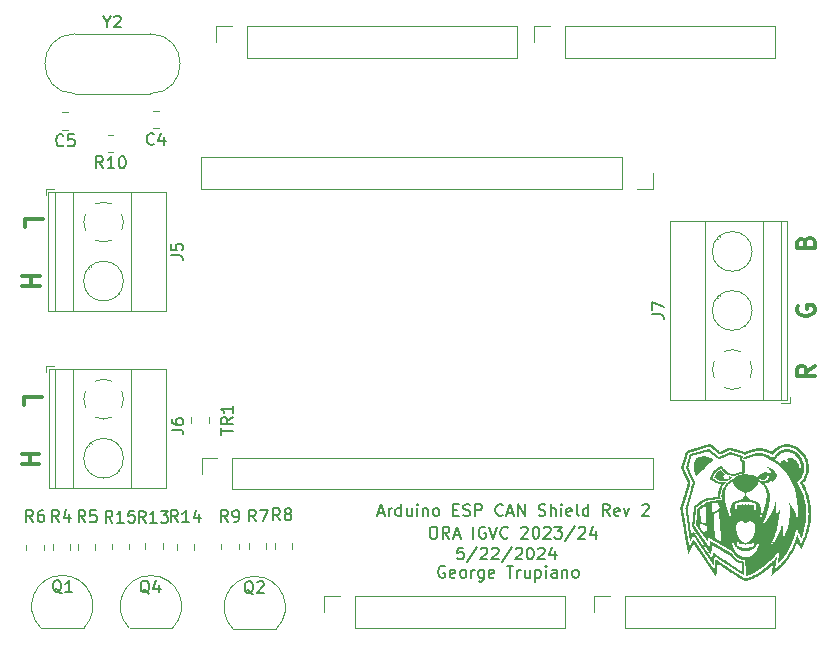
<source format=gbr>
%TF.GenerationSoftware,KiCad,Pcbnew,8.0.2-1*%
%TF.CreationDate,2024-05-27T06:20:34-04:00*%
%TF.ProjectId,ORA_Arduino_ESP_CAN_Shield_Rev_2,4f52415f-4172-4647-9569-6e6f5f455350,rev?*%
%TF.SameCoordinates,Original*%
%TF.FileFunction,Legend,Top*%
%TF.FilePolarity,Positive*%
%FSLAX46Y46*%
G04 Gerber Fmt 4.6, Leading zero omitted, Abs format (unit mm)*
G04 Created by KiCad (PCBNEW 8.0.2-1) date 2024-05-27 06:20:34*
%MOMM*%
%LPD*%
G01*
G04 APERTURE LIST*
%ADD10C,0.300000*%
%ADD11C,0.150000*%
%ADD12C,0.120000*%
%ADD13C,0.000000*%
G04 APERTURE END LIST*
D10*
X102580828Y-69835489D02*
X101080828Y-69835489D01*
X101795114Y-69835489D02*
X101795114Y-68978346D01*
X102580828Y-68978346D02*
X101080828Y-68978346D01*
X101259171Y-79968796D02*
X101259171Y-79254510D01*
X101259171Y-79254510D02*
X102759171Y-79254510D01*
X167385114Y-66175489D02*
X167456542Y-65961203D01*
X167456542Y-65961203D02*
X167527971Y-65889774D01*
X167527971Y-65889774D02*
X167670828Y-65818346D01*
X167670828Y-65818346D02*
X167885114Y-65818346D01*
X167885114Y-65818346D02*
X168027971Y-65889774D01*
X168027971Y-65889774D02*
X168099400Y-65961203D01*
X168099400Y-65961203D02*
X168170828Y-66104060D01*
X168170828Y-66104060D02*
X168170828Y-66675489D01*
X168170828Y-66675489D02*
X166670828Y-66675489D01*
X166670828Y-66675489D02*
X166670828Y-66175489D01*
X166670828Y-66175489D02*
X166742257Y-66032632D01*
X166742257Y-66032632D02*
X166813685Y-65961203D01*
X166813685Y-65961203D02*
X166956542Y-65889774D01*
X166956542Y-65889774D02*
X167099400Y-65889774D01*
X167099400Y-65889774D02*
X167242257Y-65961203D01*
X167242257Y-65961203D02*
X167313685Y-66032632D01*
X167313685Y-66032632D02*
X167385114Y-66175489D01*
X167385114Y-66175489D02*
X167385114Y-66675489D01*
D11*
X136850588Y-93607438D02*
X136755350Y-93559819D01*
X136755350Y-93559819D02*
X136612493Y-93559819D01*
X136612493Y-93559819D02*
X136469636Y-93607438D01*
X136469636Y-93607438D02*
X136374398Y-93702676D01*
X136374398Y-93702676D02*
X136326779Y-93797914D01*
X136326779Y-93797914D02*
X136279160Y-93988390D01*
X136279160Y-93988390D02*
X136279160Y-94131247D01*
X136279160Y-94131247D02*
X136326779Y-94321723D01*
X136326779Y-94321723D02*
X136374398Y-94416961D01*
X136374398Y-94416961D02*
X136469636Y-94512200D01*
X136469636Y-94512200D02*
X136612493Y-94559819D01*
X136612493Y-94559819D02*
X136707731Y-94559819D01*
X136707731Y-94559819D02*
X136850588Y-94512200D01*
X136850588Y-94512200D02*
X136898207Y-94464580D01*
X136898207Y-94464580D02*
X136898207Y-94131247D01*
X136898207Y-94131247D02*
X136707731Y-94131247D01*
X137707731Y-94512200D02*
X137612493Y-94559819D01*
X137612493Y-94559819D02*
X137422017Y-94559819D01*
X137422017Y-94559819D02*
X137326779Y-94512200D01*
X137326779Y-94512200D02*
X137279160Y-94416961D01*
X137279160Y-94416961D02*
X137279160Y-94036009D01*
X137279160Y-94036009D02*
X137326779Y-93940771D01*
X137326779Y-93940771D02*
X137422017Y-93893152D01*
X137422017Y-93893152D02*
X137612493Y-93893152D01*
X137612493Y-93893152D02*
X137707731Y-93940771D01*
X137707731Y-93940771D02*
X137755350Y-94036009D01*
X137755350Y-94036009D02*
X137755350Y-94131247D01*
X137755350Y-94131247D02*
X137279160Y-94226485D01*
X138326779Y-94559819D02*
X138231541Y-94512200D01*
X138231541Y-94512200D02*
X138183922Y-94464580D01*
X138183922Y-94464580D02*
X138136303Y-94369342D01*
X138136303Y-94369342D02*
X138136303Y-94083628D01*
X138136303Y-94083628D02*
X138183922Y-93988390D01*
X138183922Y-93988390D02*
X138231541Y-93940771D01*
X138231541Y-93940771D02*
X138326779Y-93893152D01*
X138326779Y-93893152D02*
X138469636Y-93893152D01*
X138469636Y-93893152D02*
X138564874Y-93940771D01*
X138564874Y-93940771D02*
X138612493Y-93988390D01*
X138612493Y-93988390D02*
X138660112Y-94083628D01*
X138660112Y-94083628D02*
X138660112Y-94369342D01*
X138660112Y-94369342D02*
X138612493Y-94464580D01*
X138612493Y-94464580D02*
X138564874Y-94512200D01*
X138564874Y-94512200D02*
X138469636Y-94559819D01*
X138469636Y-94559819D02*
X138326779Y-94559819D01*
X139088684Y-94559819D02*
X139088684Y-93893152D01*
X139088684Y-94083628D02*
X139136303Y-93988390D01*
X139136303Y-93988390D02*
X139183922Y-93940771D01*
X139183922Y-93940771D02*
X139279160Y-93893152D01*
X139279160Y-93893152D02*
X139374398Y-93893152D01*
X140136303Y-93893152D02*
X140136303Y-94702676D01*
X140136303Y-94702676D02*
X140088684Y-94797914D01*
X140088684Y-94797914D02*
X140041065Y-94845533D01*
X140041065Y-94845533D02*
X139945827Y-94893152D01*
X139945827Y-94893152D02*
X139802970Y-94893152D01*
X139802970Y-94893152D02*
X139707732Y-94845533D01*
X140136303Y-94512200D02*
X140041065Y-94559819D01*
X140041065Y-94559819D02*
X139850589Y-94559819D01*
X139850589Y-94559819D02*
X139755351Y-94512200D01*
X139755351Y-94512200D02*
X139707732Y-94464580D01*
X139707732Y-94464580D02*
X139660113Y-94369342D01*
X139660113Y-94369342D02*
X139660113Y-94083628D01*
X139660113Y-94083628D02*
X139707732Y-93988390D01*
X139707732Y-93988390D02*
X139755351Y-93940771D01*
X139755351Y-93940771D02*
X139850589Y-93893152D01*
X139850589Y-93893152D02*
X140041065Y-93893152D01*
X140041065Y-93893152D02*
X140136303Y-93940771D01*
X140993446Y-94512200D02*
X140898208Y-94559819D01*
X140898208Y-94559819D02*
X140707732Y-94559819D01*
X140707732Y-94559819D02*
X140612494Y-94512200D01*
X140612494Y-94512200D02*
X140564875Y-94416961D01*
X140564875Y-94416961D02*
X140564875Y-94036009D01*
X140564875Y-94036009D02*
X140612494Y-93940771D01*
X140612494Y-93940771D02*
X140707732Y-93893152D01*
X140707732Y-93893152D02*
X140898208Y-93893152D01*
X140898208Y-93893152D02*
X140993446Y-93940771D01*
X140993446Y-93940771D02*
X141041065Y-94036009D01*
X141041065Y-94036009D02*
X141041065Y-94131247D01*
X141041065Y-94131247D02*
X140564875Y-94226485D01*
X142088685Y-93559819D02*
X142660113Y-93559819D01*
X142374399Y-94559819D02*
X142374399Y-93559819D01*
X142993447Y-94559819D02*
X142993447Y-93893152D01*
X142993447Y-94083628D02*
X143041066Y-93988390D01*
X143041066Y-93988390D02*
X143088685Y-93940771D01*
X143088685Y-93940771D02*
X143183923Y-93893152D01*
X143183923Y-93893152D02*
X143279161Y-93893152D01*
X144041066Y-93893152D02*
X144041066Y-94559819D01*
X143612495Y-93893152D02*
X143612495Y-94416961D01*
X143612495Y-94416961D02*
X143660114Y-94512200D01*
X143660114Y-94512200D02*
X143755352Y-94559819D01*
X143755352Y-94559819D02*
X143898209Y-94559819D01*
X143898209Y-94559819D02*
X143993447Y-94512200D01*
X143993447Y-94512200D02*
X144041066Y-94464580D01*
X144517257Y-93893152D02*
X144517257Y-94893152D01*
X144517257Y-93940771D02*
X144612495Y-93893152D01*
X144612495Y-93893152D02*
X144802971Y-93893152D01*
X144802971Y-93893152D02*
X144898209Y-93940771D01*
X144898209Y-93940771D02*
X144945828Y-93988390D01*
X144945828Y-93988390D02*
X144993447Y-94083628D01*
X144993447Y-94083628D02*
X144993447Y-94369342D01*
X144993447Y-94369342D02*
X144945828Y-94464580D01*
X144945828Y-94464580D02*
X144898209Y-94512200D01*
X144898209Y-94512200D02*
X144802971Y-94559819D01*
X144802971Y-94559819D02*
X144612495Y-94559819D01*
X144612495Y-94559819D02*
X144517257Y-94512200D01*
X145422019Y-94559819D02*
X145422019Y-93893152D01*
X145422019Y-93559819D02*
X145374400Y-93607438D01*
X145374400Y-93607438D02*
X145422019Y-93655057D01*
X145422019Y-93655057D02*
X145469638Y-93607438D01*
X145469638Y-93607438D02*
X145422019Y-93559819D01*
X145422019Y-93559819D02*
X145422019Y-93655057D01*
X146326780Y-94559819D02*
X146326780Y-94036009D01*
X146326780Y-94036009D02*
X146279161Y-93940771D01*
X146279161Y-93940771D02*
X146183923Y-93893152D01*
X146183923Y-93893152D02*
X145993447Y-93893152D01*
X145993447Y-93893152D02*
X145898209Y-93940771D01*
X146326780Y-94512200D02*
X146231542Y-94559819D01*
X146231542Y-94559819D02*
X145993447Y-94559819D01*
X145993447Y-94559819D02*
X145898209Y-94512200D01*
X145898209Y-94512200D02*
X145850590Y-94416961D01*
X145850590Y-94416961D02*
X145850590Y-94321723D01*
X145850590Y-94321723D02*
X145898209Y-94226485D01*
X145898209Y-94226485D02*
X145993447Y-94178866D01*
X145993447Y-94178866D02*
X146231542Y-94178866D01*
X146231542Y-94178866D02*
X146326780Y-94131247D01*
X146802971Y-93893152D02*
X146802971Y-94559819D01*
X146802971Y-93988390D02*
X146850590Y-93940771D01*
X146850590Y-93940771D02*
X146945828Y-93893152D01*
X146945828Y-93893152D02*
X147088685Y-93893152D01*
X147088685Y-93893152D02*
X147183923Y-93940771D01*
X147183923Y-93940771D02*
X147231542Y-94036009D01*
X147231542Y-94036009D02*
X147231542Y-94559819D01*
X147850590Y-94559819D02*
X147755352Y-94512200D01*
X147755352Y-94512200D02*
X147707733Y-94464580D01*
X147707733Y-94464580D02*
X147660114Y-94369342D01*
X147660114Y-94369342D02*
X147660114Y-94083628D01*
X147660114Y-94083628D02*
X147707733Y-93988390D01*
X147707733Y-93988390D02*
X147755352Y-93940771D01*
X147755352Y-93940771D02*
X147850590Y-93893152D01*
X147850590Y-93893152D02*
X147993447Y-93893152D01*
X147993447Y-93893152D02*
X148088685Y-93940771D01*
X148088685Y-93940771D02*
X148136304Y-93988390D01*
X148136304Y-93988390D02*
X148183923Y-94083628D01*
X148183923Y-94083628D02*
X148183923Y-94369342D01*
X148183923Y-94369342D02*
X148136304Y-94464580D01*
X148136304Y-94464580D02*
X148088685Y-94512200D01*
X148088685Y-94512200D02*
X147993447Y-94559819D01*
X147993447Y-94559819D02*
X147850590Y-94559819D01*
D10*
X168170828Y-76618346D02*
X167456542Y-77118346D01*
X168170828Y-77475489D02*
X166670828Y-77475489D01*
X166670828Y-77475489D02*
X166670828Y-76904060D01*
X166670828Y-76904060D02*
X166742257Y-76761203D01*
X166742257Y-76761203D02*
X166813685Y-76689774D01*
X166813685Y-76689774D02*
X166956542Y-76618346D01*
X166956542Y-76618346D02*
X167170828Y-76618346D01*
X167170828Y-76618346D02*
X167313685Y-76689774D01*
X167313685Y-76689774D02*
X167385114Y-76761203D01*
X167385114Y-76761203D02*
X167456542Y-76904060D01*
X167456542Y-76904060D02*
X167456542Y-77475489D01*
X102530828Y-84935489D02*
X101030828Y-84935489D01*
X101745114Y-84935489D02*
X101745114Y-84078346D01*
X102530828Y-84078346D02*
X101030828Y-84078346D01*
X166742257Y-71559774D02*
X166670828Y-71702632D01*
X166670828Y-71702632D02*
X166670828Y-71916917D01*
X166670828Y-71916917D02*
X166742257Y-72131203D01*
X166742257Y-72131203D02*
X166885114Y-72274060D01*
X166885114Y-72274060D02*
X167027971Y-72345489D01*
X167027971Y-72345489D02*
X167313685Y-72416917D01*
X167313685Y-72416917D02*
X167527971Y-72416917D01*
X167527971Y-72416917D02*
X167813685Y-72345489D01*
X167813685Y-72345489D02*
X167956542Y-72274060D01*
X167956542Y-72274060D02*
X168099400Y-72131203D01*
X168099400Y-72131203D02*
X168170828Y-71916917D01*
X168170828Y-71916917D02*
X168170828Y-71774060D01*
X168170828Y-71774060D02*
X168099400Y-71559774D01*
X168099400Y-71559774D02*
X168027971Y-71488346D01*
X168027971Y-71488346D02*
X167527971Y-71488346D01*
X167527971Y-71488346D02*
X167527971Y-71774060D01*
D11*
X135807255Y-90249819D02*
X135997731Y-90249819D01*
X135997731Y-90249819D02*
X136092969Y-90297438D01*
X136092969Y-90297438D02*
X136188207Y-90392676D01*
X136188207Y-90392676D02*
X136235826Y-90583152D01*
X136235826Y-90583152D02*
X136235826Y-90916485D01*
X136235826Y-90916485D02*
X136188207Y-91106961D01*
X136188207Y-91106961D02*
X136092969Y-91202200D01*
X136092969Y-91202200D02*
X135997731Y-91249819D01*
X135997731Y-91249819D02*
X135807255Y-91249819D01*
X135807255Y-91249819D02*
X135712017Y-91202200D01*
X135712017Y-91202200D02*
X135616779Y-91106961D01*
X135616779Y-91106961D02*
X135569160Y-90916485D01*
X135569160Y-90916485D02*
X135569160Y-90583152D01*
X135569160Y-90583152D02*
X135616779Y-90392676D01*
X135616779Y-90392676D02*
X135712017Y-90297438D01*
X135712017Y-90297438D02*
X135807255Y-90249819D01*
X137235826Y-91249819D02*
X136902493Y-90773628D01*
X136664398Y-91249819D02*
X136664398Y-90249819D01*
X136664398Y-90249819D02*
X137045350Y-90249819D01*
X137045350Y-90249819D02*
X137140588Y-90297438D01*
X137140588Y-90297438D02*
X137188207Y-90345057D01*
X137188207Y-90345057D02*
X137235826Y-90440295D01*
X137235826Y-90440295D02*
X137235826Y-90583152D01*
X137235826Y-90583152D02*
X137188207Y-90678390D01*
X137188207Y-90678390D02*
X137140588Y-90726009D01*
X137140588Y-90726009D02*
X137045350Y-90773628D01*
X137045350Y-90773628D02*
X136664398Y-90773628D01*
X137616779Y-90964104D02*
X138092969Y-90964104D01*
X137521541Y-91249819D02*
X137854874Y-90249819D01*
X137854874Y-90249819D02*
X138188207Y-91249819D01*
X139283446Y-91249819D02*
X139283446Y-90249819D01*
X140283445Y-90297438D02*
X140188207Y-90249819D01*
X140188207Y-90249819D02*
X140045350Y-90249819D01*
X140045350Y-90249819D02*
X139902493Y-90297438D01*
X139902493Y-90297438D02*
X139807255Y-90392676D01*
X139807255Y-90392676D02*
X139759636Y-90487914D01*
X139759636Y-90487914D02*
X139712017Y-90678390D01*
X139712017Y-90678390D02*
X139712017Y-90821247D01*
X139712017Y-90821247D02*
X139759636Y-91011723D01*
X139759636Y-91011723D02*
X139807255Y-91106961D01*
X139807255Y-91106961D02*
X139902493Y-91202200D01*
X139902493Y-91202200D02*
X140045350Y-91249819D01*
X140045350Y-91249819D02*
X140140588Y-91249819D01*
X140140588Y-91249819D02*
X140283445Y-91202200D01*
X140283445Y-91202200D02*
X140331064Y-91154580D01*
X140331064Y-91154580D02*
X140331064Y-90821247D01*
X140331064Y-90821247D02*
X140140588Y-90821247D01*
X140616779Y-90249819D02*
X140950112Y-91249819D01*
X140950112Y-91249819D02*
X141283445Y-90249819D01*
X142188207Y-91154580D02*
X142140588Y-91202200D01*
X142140588Y-91202200D02*
X141997731Y-91249819D01*
X141997731Y-91249819D02*
X141902493Y-91249819D01*
X141902493Y-91249819D02*
X141759636Y-91202200D01*
X141759636Y-91202200D02*
X141664398Y-91106961D01*
X141664398Y-91106961D02*
X141616779Y-91011723D01*
X141616779Y-91011723D02*
X141569160Y-90821247D01*
X141569160Y-90821247D02*
X141569160Y-90678390D01*
X141569160Y-90678390D02*
X141616779Y-90487914D01*
X141616779Y-90487914D02*
X141664398Y-90392676D01*
X141664398Y-90392676D02*
X141759636Y-90297438D01*
X141759636Y-90297438D02*
X141902493Y-90249819D01*
X141902493Y-90249819D02*
X141997731Y-90249819D01*
X141997731Y-90249819D02*
X142140588Y-90297438D01*
X142140588Y-90297438D02*
X142188207Y-90345057D01*
X143331065Y-90345057D02*
X143378684Y-90297438D01*
X143378684Y-90297438D02*
X143473922Y-90249819D01*
X143473922Y-90249819D02*
X143712017Y-90249819D01*
X143712017Y-90249819D02*
X143807255Y-90297438D01*
X143807255Y-90297438D02*
X143854874Y-90345057D01*
X143854874Y-90345057D02*
X143902493Y-90440295D01*
X143902493Y-90440295D02*
X143902493Y-90535533D01*
X143902493Y-90535533D02*
X143854874Y-90678390D01*
X143854874Y-90678390D02*
X143283446Y-91249819D01*
X143283446Y-91249819D02*
X143902493Y-91249819D01*
X144521541Y-90249819D02*
X144616779Y-90249819D01*
X144616779Y-90249819D02*
X144712017Y-90297438D01*
X144712017Y-90297438D02*
X144759636Y-90345057D01*
X144759636Y-90345057D02*
X144807255Y-90440295D01*
X144807255Y-90440295D02*
X144854874Y-90630771D01*
X144854874Y-90630771D02*
X144854874Y-90868866D01*
X144854874Y-90868866D02*
X144807255Y-91059342D01*
X144807255Y-91059342D02*
X144759636Y-91154580D01*
X144759636Y-91154580D02*
X144712017Y-91202200D01*
X144712017Y-91202200D02*
X144616779Y-91249819D01*
X144616779Y-91249819D02*
X144521541Y-91249819D01*
X144521541Y-91249819D02*
X144426303Y-91202200D01*
X144426303Y-91202200D02*
X144378684Y-91154580D01*
X144378684Y-91154580D02*
X144331065Y-91059342D01*
X144331065Y-91059342D02*
X144283446Y-90868866D01*
X144283446Y-90868866D02*
X144283446Y-90630771D01*
X144283446Y-90630771D02*
X144331065Y-90440295D01*
X144331065Y-90440295D02*
X144378684Y-90345057D01*
X144378684Y-90345057D02*
X144426303Y-90297438D01*
X144426303Y-90297438D02*
X144521541Y-90249819D01*
X145235827Y-90345057D02*
X145283446Y-90297438D01*
X145283446Y-90297438D02*
X145378684Y-90249819D01*
X145378684Y-90249819D02*
X145616779Y-90249819D01*
X145616779Y-90249819D02*
X145712017Y-90297438D01*
X145712017Y-90297438D02*
X145759636Y-90345057D01*
X145759636Y-90345057D02*
X145807255Y-90440295D01*
X145807255Y-90440295D02*
X145807255Y-90535533D01*
X145807255Y-90535533D02*
X145759636Y-90678390D01*
X145759636Y-90678390D02*
X145188208Y-91249819D01*
X145188208Y-91249819D02*
X145807255Y-91249819D01*
X146140589Y-90249819D02*
X146759636Y-90249819D01*
X146759636Y-90249819D02*
X146426303Y-90630771D01*
X146426303Y-90630771D02*
X146569160Y-90630771D01*
X146569160Y-90630771D02*
X146664398Y-90678390D01*
X146664398Y-90678390D02*
X146712017Y-90726009D01*
X146712017Y-90726009D02*
X146759636Y-90821247D01*
X146759636Y-90821247D02*
X146759636Y-91059342D01*
X146759636Y-91059342D02*
X146712017Y-91154580D01*
X146712017Y-91154580D02*
X146664398Y-91202200D01*
X146664398Y-91202200D02*
X146569160Y-91249819D01*
X146569160Y-91249819D02*
X146283446Y-91249819D01*
X146283446Y-91249819D02*
X146188208Y-91202200D01*
X146188208Y-91202200D02*
X146140589Y-91154580D01*
X147902493Y-90202200D02*
X147045351Y-91487914D01*
X148188208Y-90345057D02*
X148235827Y-90297438D01*
X148235827Y-90297438D02*
X148331065Y-90249819D01*
X148331065Y-90249819D02*
X148569160Y-90249819D01*
X148569160Y-90249819D02*
X148664398Y-90297438D01*
X148664398Y-90297438D02*
X148712017Y-90345057D01*
X148712017Y-90345057D02*
X148759636Y-90440295D01*
X148759636Y-90440295D02*
X148759636Y-90535533D01*
X148759636Y-90535533D02*
X148712017Y-90678390D01*
X148712017Y-90678390D02*
X148140589Y-91249819D01*
X148140589Y-91249819D02*
X148759636Y-91249819D01*
X149616779Y-90583152D02*
X149616779Y-91249819D01*
X149378684Y-90202200D02*
X149140589Y-90916485D01*
X149140589Y-90916485D02*
X149759636Y-90916485D01*
D10*
X101309171Y-64868796D02*
X101309171Y-64154510D01*
X101309171Y-64154510D02*
X102809171Y-64154510D01*
D11*
X131189160Y-89054104D02*
X131665350Y-89054104D01*
X131093922Y-89339819D02*
X131427255Y-88339819D01*
X131427255Y-88339819D02*
X131760588Y-89339819D01*
X132093922Y-89339819D02*
X132093922Y-88673152D01*
X132093922Y-88863628D02*
X132141541Y-88768390D01*
X132141541Y-88768390D02*
X132189160Y-88720771D01*
X132189160Y-88720771D02*
X132284398Y-88673152D01*
X132284398Y-88673152D02*
X132379636Y-88673152D01*
X133141541Y-89339819D02*
X133141541Y-88339819D01*
X133141541Y-89292200D02*
X133046303Y-89339819D01*
X133046303Y-89339819D02*
X132855827Y-89339819D01*
X132855827Y-89339819D02*
X132760589Y-89292200D01*
X132760589Y-89292200D02*
X132712970Y-89244580D01*
X132712970Y-89244580D02*
X132665351Y-89149342D01*
X132665351Y-89149342D02*
X132665351Y-88863628D01*
X132665351Y-88863628D02*
X132712970Y-88768390D01*
X132712970Y-88768390D02*
X132760589Y-88720771D01*
X132760589Y-88720771D02*
X132855827Y-88673152D01*
X132855827Y-88673152D02*
X133046303Y-88673152D01*
X133046303Y-88673152D02*
X133141541Y-88720771D01*
X134046303Y-88673152D02*
X134046303Y-89339819D01*
X133617732Y-88673152D02*
X133617732Y-89196961D01*
X133617732Y-89196961D02*
X133665351Y-89292200D01*
X133665351Y-89292200D02*
X133760589Y-89339819D01*
X133760589Y-89339819D02*
X133903446Y-89339819D01*
X133903446Y-89339819D02*
X133998684Y-89292200D01*
X133998684Y-89292200D02*
X134046303Y-89244580D01*
X134522494Y-89339819D02*
X134522494Y-88673152D01*
X134522494Y-88339819D02*
X134474875Y-88387438D01*
X134474875Y-88387438D02*
X134522494Y-88435057D01*
X134522494Y-88435057D02*
X134570113Y-88387438D01*
X134570113Y-88387438D02*
X134522494Y-88339819D01*
X134522494Y-88339819D02*
X134522494Y-88435057D01*
X134998684Y-88673152D02*
X134998684Y-89339819D01*
X134998684Y-88768390D02*
X135046303Y-88720771D01*
X135046303Y-88720771D02*
X135141541Y-88673152D01*
X135141541Y-88673152D02*
X135284398Y-88673152D01*
X135284398Y-88673152D02*
X135379636Y-88720771D01*
X135379636Y-88720771D02*
X135427255Y-88816009D01*
X135427255Y-88816009D02*
X135427255Y-89339819D01*
X136046303Y-89339819D02*
X135951065Y-89292200D01*
X135951065Y-89292200D02*
X135903446Y-89244580D01*
X135903446Y-89244580D02*
X135855827Y-89149342D01*
X135855827Y-89149342D02*
X135855827Y-88863628D01*
X135855827Y-88863628D02*
X135903446Y-88768390D01*
X135903446Y-88768390D02*
X135951065Y-88720771D01*
X135951065Y-88720771D02*
X136046303Y-88673152D01*
X136046303Y-88673152D02*
X136189160Y-88673152D01*
X136189160Y-88673152D02*
X136284398Y-88720771D01*
X136284398Y-88720771D02*
X136332017Y-88768390D01*
X136332017Y-88768390D02*
X136379636Y-88863628D01*
X136379636Y-88863628D02*
X136379636Y-89149342D01*
X136379636Y-89149342D02*
X136332017Y-89244580D01*
X136332017Y-89244580D02*
X136284398Y-89292200D01*
X136284398Y-89292200D02*
X136189160Y-89339819D01*
X136189160Y-89339819D02*
X136046303Y-89339819D01*
X137570113Y-88816009D02*
X137903446Y-88816009D01*
X138046303Y-89339819D02*
X137570113Y-89339819D01*
X137570113Y-89339819D02*
X137570113Y-88339819D01*
X137570113Y-88339819D02*
X138046303Y-88339819D01*
X138427256Y-89292200D02*
X138570113Y-89339819D01*
X138570113Y-89339819D02*
X138808208Y-89339819D01*
X138808208Y-89339819D02*
X138903446Y-89292200D01*
X138903446Y-89292200D02*
X138951065Y-89244580D01*
X138951065Y-89244580D02*
X138998684Y-89149342D01*
X138998684Y-89149342D02*
X138998684Y-89054104D01*
X138998684Y-89054104D02*
X138951065Y-88958866D01*
X138951065Y-88958866D02*
X138903446Y-88911247D01*
X138903446Y-88911247D02*
X138808208Y-88863628D01*
X138808208Y-88863628D02*
X138617732Y-88816009D01*
X138617732Y-88816009D02*
X138522494Y-88768390D01*
X138522494Y-88768390D02*
X138474875Y-88720771D01*
X138474875Y-88720771D02*
X138427256Y-88625533D01*
X138427256Y-88625533D02*
X138427256Y-88530295D01*
X138427256Y-88530295D02*
X138474875Y-88435057D01*
X138474875Y-88435057D02*
X138522494Y-88387438D01*
X138522494Y-88387438D02*
X138617732Y-88339819D01*
X138617732Y-88339819D02*
X138855827Y-88339819D01*
X138855827Y-88339819D02*
X138998684Y-88387438D01*
X139427256Y-89339819D02*
X139427256Y-88339819D01*
X139427256Y-88339819D02*
X139808208Y-88339819D01*
X139808208Y-88339819D02*
X139903446Y-88387438D01*
X139903446Y-88387438D02*
X139951065Y-88435057D01*
X139951065Y-88435057D02*
X139998684Y-88530295D01*
X139998684Y-88530295D02*
X139998684Y-88673152D01*
X139998684Y-88673152D02*
X139951065Y-88768390D01*
X139951065Y-88768390D02*
X139903446Y-88816009D01*
X139903446Y-88816009D02*
X139808208Y-88863628D01*
X139808208Y-88863628D02*
X139427256Y-88863628D01*
X141760589Y-89244580D02*
X141712970Y-89292200D01*
X141712970Y-89292200D02*
X141570113Y-89339819D01*
X141570113Y-89339819D02*
X141474875Y-89339819D01*
X141474875Y-89339819D02*
X141332018Y-89292200D01*
X141332018Y-89292200D02*
X141236780Y-89196961D01*
X141236780Y-89196961D02*
X141189161Y-89101723D01*
X141189161Y-89101723D02*
X141141542Y-88911247D01*
X141141542Y-88911247D02*
X141141542Y-88768390D01*
X141141542Y-88768390D02*
X141189161Y-88577914D01*
X141189161Y-88577914D02*
X141236780Y-88482676D01*
X141236780Y-88482676D02*
X141332018Y-88387438D01*
X141332018Y-88387438D02*
X141474875Y-88339819D01*
X141474875Y-88339819D02*
X141570113Y-88339819D01*
X141570113Y-88339819D02*
X141712970Y-88387438D01*
X141712970Y-88387438D02*
X141760589Y-88435057D01*
X142141542Y-89054104D02*
X142617732Y-89054104D01*
X142046304Y-89339819D02*
X142379637Y-88339819D01*
X142379637Y-88339819D02*
X142712970Y-89339819D01*
X143046304Y-89339819D02*
X143046304Y-88339819D01*
X143046304Y-88339819D02*
X143617732Y-89339819D01*
X143617732Y-89339819D02*
X143617732Y-88339819D01*
X144808209Y-89292200D02*
X144951066Y-89339819D01*
X144951066Y-89339819D02*
X145189161Y-89339819D01*
X145189161Y-89339819D02*
X145284399Y-89292200D01*
X145284399Y-89292200D02*
X145332018Y-89244580D01*
X145332018Y-89244580D02*
X145379637Y-89149342D01*
X145379637Y-89149342D02*
X145379637Y-89054104D01*
X145379637Y-89054104D02*
X145332018Y-88958866D01*
X145332018Y-88958866D02*
X145284399Y-88911247D01*
X145284399Y-88911247D02*
X145189161Y-88863628D01*
X145189161Y-88863628D02*
X144998685Y-88816009D01*
X144998685Y-88816009D02*
X144903447Y-88768390D01*
X144903447Y-88768390D02*
X144855828Y-88720771D01*
X144855828Y-88720771D02*
X144808209Y-88625533D01*
X144808209Y-88625533D02*
X144808209Y-88530295D01*
X144808209Y-88530295D02*
X144855828Y-88435057D01*
X144855828Y-88435057D02*
X144903447Y-88387438D01*
X144903447Y-88387438D02*
X144998685Y-88339819D01*
X144998685Y-88339819D02*
X145236780Y-88339819D01*
X145236780Y-88339819D02*
X145379637Y-88387438D01*
X145808209Y-89339819D02*
X145808209Y-88339819D01*
X146236780Y-89339819D02*
X146236780Y-88816009D01*
X146236780Y-88816009D02*
X146189161Y-88720771D01*
X146189161Y-88720771D02*
X146093923Y-88673152D01*
X146093923Y-88673152D02*
X145951066Y-88673152D01*
X145951066Y-88673152D02*
X145855828Y-88720771D01*
X145855828Y-88720771D02*
X145808209Y-88768390D01*
X146712971Y-89339819D02*
X146712971Y-88673152D01*
X146712971Y-88339819D02*
X146665352Y-88387438D01*
X146665352Y-88387438D02*
X146712971Y-88435057D01*
X146712971Y-88435057D02*
X146760590Y-88387438D01*
X146760590Y-88387438D02*
X146712971Y-88339819D01*
X146712971Y-88339819D02*
X146712971Y-88435057D01*
X147570113Y-89292200D02*
X147474875Y-89339819D01*
X147474875Y-89339819D02*
X147284399Y-89339819D01*
X147284399Y-89339819D02*
X147189161Y-89292200D01*
X147189161Y-89292200D02*
X147141542Y-89196961D01*
X147141542Y-89196961D02*
X147141542Y-88816009D01*
X147141542Y-88816009D02*
X147189161Y-88720771D01*
X147189161Y-88720771D02*
X147284399Y-88673152D01*
X147284399Y-88673152D02*
X147474875Y-88673152D01*
X147474875Y-88673152D02*
X147570113Y-88720771D01*
X147570113Y-88720771D02*
X147617732Y-88816009D01*
X147617732Y-88816009D02*
X147617732Y-88911247D01*
X147617732Y-88911247D02*
X147141542Y-89006485D01*
X148189161Y-89339819D02*
X148093923Y-89292200D01*
X148093923Y-89292200D02*
X148046304Y-89196961D01*
X148046304Y-89196961D02*
X148046304Y-88339819D01*
X148998685Y-89339819D02*
X148998685Y-88339819D01*
X148998685Y-89292200D02*
X148903447Y-89339819D01*
X148903447Y-89339819D02*
X148712971Y-89339819D01*
X148712971Y-89339819D02*
X148617733Y-89292200D01*
X148617733Y-89292200D02*
X148570114Y-89244580D01*
X148570114Y-89244580D02*
X148522495Y-89149342D01*
X148522495Y-89149342D02*
X148522495Y-88863628D01*
X148522495Y-88863628D02*
X148570114Y-88768390D01*
X148570114Y-88768390D02*
X148617733Y-88720771D01*
X148617733Y-88720771D02*
X148712971Y-88673152D01*
X148712971Y-88673152D02*
X148903447Y-88673152D01*
X148903447Y-88673152D02*
X148998685Y-88720771D01*
X150808209Y-89339819D02*
X150474876Y-88863628D01*
X150236781Y-89339819D02*
X150236781Y-88339819D01*
X150236781Y-88339819D02*
X150617733Y-88339819D01*
X150617733Y-88339819D02*
X150712971Y-88387438D01*
X150712971Y-88387438D02*
X150760590Y-88435057D01*
X150760590Y-88435057D02*
X150808209Y-88530295D01*
X150808209Y-88530295D02*
X150808209Y-88673152D01*
X150808209Y-88673152D02*
X150760590Y-88768390D01*
X150760590Y-88768390D02*
X150712971Y-88816009D01*
X150712971Y-88816009D02*
X150617733Y-88863628D01*
X150617733Y-88863628D02*
X150236781Y-88863628D01*
X151617733Y-89292200D02*
X151522495Y-89339819D01*
X151522495Y-89339819D02*
X151332019Y-89339819D01*
X151332019Y-89339819D02*
X151236781Y-89292200D01*
X151236781Y-89292200D02*
X151189162Y-89196961D01*
X151189162Y-89196961D02*
X151189162Y-88816009D01*
X151189162Y-88816009D02*
X151236781Y-88720771D01*
X151236781Y-88720771D02*
X151332019Y-88673152D01*
X151332019Y-88673152D02*
X151522495Y-88673152D01*
X151522495Y-88673152D02*
X151617733Y-88720771D01*
X151617733Y-88720771D02*
X151665352Y-88816009D01*
X151665352Y-88816009D02*
X151665352Y-88911247D01*
X151665352Y-88911247D02*
X151189162Y-89006485D01*
X151998686Y-88673152D02*
X152236781Y-89339819D01*
X152236781Y-89339819D02*
X152474876Y-88673152D01*
X153570115Y-88435057D02*
X153617734Y-88387438D01*
X153617734Y-88387438D02*
X153712972Y-88339819D01*
X153712972Y-88339819D02*
X153951067Y-88339819D01*
X153951067Y-88339819D02*
X154046305Y-88387438D01*
X154046305Y-88387438D02*
X154093924Y-88435057D01*
X154093924Y-88435057D02*
X154141543Y-88530295D01*
X154141543Y-88530295D02*
X154141543Y-88625533D01*
X154141543Y-88625533D02*
X154093924Y-88768390D01*
X154093924Y-88768390D02*
X153522496Y-89339819D01*
X153522496Y-89339819D02*
X154141543Y-89339819D01*
X138412969Y-92009819D02*
X137936779Y-92009819D01*
X137936779Y-92009819D02*
X137889160Y-92486009D01*
X137889160Y-92486009D02*
X137936779Y-92438390D01*
X137936779Y-92438390D02*
X138032017Y-92390771D01*
X138032017Y-92390771D02*
X138270112Y-92390771D01*
X138270112Y-92390771D02*
X138365350Y-92438390D01*
X138365350Y-92438390D02*
X138412969Y-92486009D01*
X138412969Y-92486009D02*
X138460588Y-92581247D01*
X138460588Y-92581247D02*
X138460588Y-92819342D01*
X138460588Y-92819342D02*
X138412969Y-92914580D01*
X138412969Y-92914580D02*
X138365350Y-92962200D01*
X138365350Y-92962200D02*
X138270112Y-93009819D01*
X138270112Y-93009819D02*
X138032017Y-93009819D01*
X138032017Y-93009819D02*
X137936779Y-92962200D01*
X137936779Y-92962200D02*
X137889160Y-92914580D01*
X139603445Y-91962200D02*
X138746303Y-93247914D01*
X139889160Y-92105057D02*
X139936779Y-92057438D01*
X139936779Y-92057438D02*
X140032017Y-92009819D01*
X140032017Y-92009819D02*
X140270112Y-92009819D01*
X140270112Y-92009819D02*
X140365350Y-92057438D01*
X140365350Y-92057438D02*
X140412969Y-92105057D01*
X140412969Y-92105057D02*
X140460588Y-92200295D01*
X140460588Y-92200295D02*
X140460588Y-92295533D01*
X140460588Y-92295533D02*
X140412969Y-92438390D01*
X140412969Y-92438390D02*
X139841541Y-93009819D01*
X139841541Y-93009819D02*
X140460588Y-93009819D01*
X140841541Y-92105057D02*
X140889160Y-92057438D01*
X140889160Y-92057438D02*
X140984398Y-92009819D01*
X140984398Y-92009819D02*
X141222493Y-92009819D01*
X141222493Y-92009819D02*
X141317731Y-92057438D01*
X141317731Y-92057438D02*
X141365350Y-92105057D01*
X141365350Y-92105057D02*
X141412969Y-92200295D01*
X141412969Y-92200295D02*
X141412969Y-92295533D01*
X141412969Y-92295533D02*
X141365350Y-92438390D01*
X141365350Y-92438390D02*
X140793922Y-93009819D01*
X140793922Y-93009819D02*
X141412969Y-93009819D01*
X142555826Y-91962200D02*
X141698684Y-93247914D01*
X142841541Y-92105057D02*
X142889160Y-92057438D01*
X142889160Y-92057438D02*
X142984398Y-92009819D01*
X142984398Y-92009819D02*
X143222493Y-92009819D01*
X143222493Y-92009819D02*
X143317731Y-92057438D01*
X143317731Y-92057438D02*
X143365350Y-92105057D01*
X143365350Y-92105057D02*
X143412969Y-92200295D01*
X143412969Y-92200295D02*
X143412969Y-92295533D01*
X143412969Y-92295533D02*
X143365350Y-92438390D01*
X143365350Y-92438390D02*
X142793922Y-93009819D01*
X142793922Y-93009819D02*
X143412969Y-93009819D01*
X144032017Y-92009819D02*
X144127255Y-92009819D01*
X144127255Y-92009819D02*
X144222493Y-92057438D01*
X144222493Y-92057438D02*
X144270112Y-92105057D01*
X144270112Y-92105057D02*
X144317731Y-92200295D01*
X144317731Y-92200295D02*
X144365350Y-92390771D01*
X144365350Y-92390771D02*
X144365350Y-92628866D01*
X144365350Y-92628866D02*
X144317731Y-92819342D01*
X144317731Y-92819342D02*
X144270112Y-92914580D01*
X144270112Y-92914580D02*
X144222493Y-92962200D01*
X144222493Y-92962200D02*
X144127255Y-93009819D01*
X144127255Y-93009819D02*
X144032017Y-93009819D01*
X144032017Y-93009819D02*
X143936779Y-92962200D01*
X143936779Y-92962200D02*
X143889160Y-92914580D01*
X143889160Y-92914580D02*
X143841541Y-92819342D01*
X143841541Y-92819342D02*
X143793922Y-92628866D01*
X143793922Y-92628866D02*
X143793922Y-92390771D01*
X143793922Y-92390771D02*
X143841541Y-92200295D01*
X143841541Y-92200295D02*
X143889160Y-92105057D01*
X143889160Y-92105057D02*
X143936779Y-92057438D01*
X143936779Y-92057438D02*
X144032017Y-92009819D01*
X144746303Y-92105057D02*
X144793922Y-92057438D01*
X144793922Y-92057438D02*
X144889160Y-92009819D01*
X144889160Y-92009819D02*
X145127255Y-92009819D01*
X145127255Y-92009819D02*
X145222493Y-92057438D01*
X145222493Y-92057438D02*
X145270112Y-92105057D01*
X145270112Y-92105057D02*
X145317731Y-92200295D01*
X145317731Y-92200295D02*
X145317731Y-92295533D01*
X145317731Y-92295533D02*
X145270112Y-92438390D01*
X145270112Y-92438390D02*
X144698684Y-93009819D01*
X144698684Y-93009819D02*
X145317731Y-93009819D01*
X146174874Y-92343152D02*
X146174874Y-93009819D01*
X145936779Y-91962200D02*
X145698684Y-92676485D01*
X145698684Y-92676485D02*
X146317731Y-92676485D01*
X112223333Y-57829580D02*
X112175714Y-57877200D01*
X112175714Y-57877200D02*
X112032857Y-57924819D01*
X112032857Y-57924819D02*
X111937619Y-57924819D01*
X111937619Y-57924819D02*
X111794762Y-57877200D01*
X111794762Y-57877200D02*
X111699524Y-57781961D01*
X111699524Y-57781961D02*
X111651905Y-57686723D01*
X111651905Y-57686723D02*
X111604286Y-57496247D01*
X111604286Y-57496247D02*
X111604286Y-57353390D01*
X111604286Y-57353390D02*
X111651905Y-57162914D01*
X111651905Y-57162914D02*
X111699524Y-57067676D01*
X111699524Y-57067676D02*
X111794762Y-56972438D01*
X111794762Y-56972438D02*
X111937619Y-56924819D01*
X111937619Y-56924819D02*
X112032857Y-56924819D01*
X112032857Y-56924819D02*
X112175714Y-56972438D01*
X112175714Y-56972438D02*
X112223333Y-57020057D01*
X113080476Y-57258152D02*
X113080476Y-57924819D01*
X112842381Y-56877200D02*
X112604286Y-57591485D01*
X112604286Y-57591485D02*
X113223333Y-57591485D01*
X104193333Y-89834819D02*
X103860000Y-89358628D01*
X103621905Y-89834819D02*
X103621905Y-88834819D01*
X103621905Y-88834819D02*
X104002857Y-88834819D01*
X104002857Y-88834819D02*
X104098095Y-88882438D01*
X104098095Y-88882438D02*
X104145714Y-88930057D01*
X104145714Y-88930057D02*
X104193333Y-89025295D01*
X104193333Y-89025295D02*
X104193333Y-89168152D01*
X104193333Y-89168152D02*
X104145714Y-89263390D01*
X104145714Y-89263390D02*
X104098095Y-89311009D01*
X104098095Y-89311009D02*
X104002857Y-89358628D01*
X104002857Y-89358628D02*
X103621905Y-89358628D01*
X105050476Y-89168152D02*
X105050476Y-89834819D01*
X104812381Y-88787200D02*
X104574286Y-89501485D01*
X104574286Y-89501485D02*
X105193333Y-89501485D01*
X120644761Y-95970057D02*
X120549523Y-95922438D01*
X120549523Y-95922438D02*
X120454285Y-95827200D01*
X120454285Y-95827200D02*
X120311428Y-95684342D01*
X120311428Y-95684342D02*
X120216190Y-95636723D01*
X120216190Y-95636723D02*
X120120952Y-95636723D01*
X120168571Y-95874819D02*
X120073333Y-95827200D01*
X120073333Y-95827200D02*
X119978095Y-95731961D01*
X119978095Y-95731961D02*
X119930476Y-95541485D01*
X119930476Y-95541485D02*
X119930476Y-95208152D01*
X119930476Y-95208152D02*
X119978095Y-95017676D01*
X119978095Y-95017676D02*
X120073333Y-94922438D01*
X120073333Y-94922438D02*
X120168571Y-94874819D01*
X120168571Y-94874819D02*
X120359047Y-94874819D01*
X120359047Y-94874819D02*
X120454285Y-94922438D01*
X120454285Y-94922438D02*
X120549523Y-95017676D01*
X120549523Y-95017676D02*
X120597142Y-95208152D01*
X120597142Y-95208152D02*
X120597142Y-95541485D01*
X120597142Y-95541485D02*
X120549523Y-95731961D01*
X120549523Y-95731961D02*
X120454285Y-95827200D01*
X120454285Y-95827200D02*
X120359047Y-95874819D01*
X120359047Y-95874819D02*
X120168571Y-95874819D01*
X120978095Y-94970057D02*
X121025714Y-94922438D01*
X121025714Y-94922438D02*
X121120952Y-94874819D01*
X121120952Y-94874819D02*
X121359047Y-94874819D01*
X121359047Y-94874819D02*
X121454285Y-94922438D01*
X121454285Y-94922438D02*
X121501904Y-94970057D01*
X121501904Y-94970057D02*
X121549523Y-95065295D01*
X121549523Y-95065295D02*
X121549523Y-95160533D01*
X121549523Y-95160533D02*
X121501904Y-95303390D01*
X121501904Y-95303390D02*
X120930476Y-95874819D01*
X120930476Y-95874819D02*
X121549523Y-95874819D01*
X104404761Y-95870057D02*
X104309523Y-95822438D01*
X104309523Y-95822438D02*
X104214285Y-95727200D01*
X104214285Y-95727200D02*
X104071428Y-95584342D01*
X104071428Y-95584342D02*
X103976190Y-95536723D01*
X103976190Y-95536723D02*
X103880952Y-95536723D01*
X103928571Y-95774819D02*
X103833333Y-95727200D01*
X103833333Y-95727200D02*
X103738095Y-95631961D01*
X103738095Y-95631961D02*
X103690476Y-95441485D01*
X103690476Y-95441485D02*
X103690476Y-95108152D01*
X103690476Y-95108152D02*
X103738095Y-94917676D01*
X103738095Y-94917676D02*
X103833333Y-94822438D01*
X103833333Y-94822438D02*
X103928571Y-94774819D01*
X103928571Y-94774819D02*
X104119047Y-94774819D01*
X104119047Y-94774819D02*
X104214285Y-94822438D01*
X104214285Y-94822438D02*
X104309523Y-94917676D01*
X104309523Y-94917676D02*
X104357142Y-95108152D01*
X104357142Y-95108152D02*
X104357142Y-95441485D01*
X104357142Y-95441485D02*
X104309523Y-95631961D01*
X104309523Y-95631961D02*
X104214285Y-95727200D01*
X104214285Y-95727200D02*
X104119047Y-95774819D01*
X104119047Y-95774819D02*
X103928571Y-95774819D01*
X105309523Y-95774819D02*
X104738095Y-95774819D01*
X105023809Y-95774819D02*
X105023809Y-94774819D01*
X105023809Y-94774819D02*
X104928571Y-94917676D01*
X104928571Y-94917676D02*
X104833333Y-95012914D01*
X104833333Y-95012914D02*
X104738095Y-95060533D01*
X107917142Y-59884819D02*
X107583809Y-59408628D01*
X107345714Y-59884819D02*
X107345714Y-58884819D01*
X107345714Y-58884819D02*
X107726666Y-58884819D01*
X107726666Y-58884819D02*
X107821904Y-58932438D01*
X107821904Y-58932438D02*
X107869523Y-58980057D01*
X107869523Y-58980057D02*
X107917142Y-59075295D01*
X107917142Y-59075295D02*
X107917142Y-59218152D01*
X107917142Y-59218152D02*
X107869523Y-59313390D01*
X107869523Y-59313390D02*
X107821904Y-59361009D01*
X107821904Y-59361009D02*
X107726666Y-59408628D01*
X107726666Y-59408628D02*
X107345714Y-59408628D01*
X108869523Y-59884819D02*
X108298095Y-59884819D01*
X108583809Y-59884819D02*
X108583809Y-58884819D01*
X108583809Y-58884819D02*
X108488571Y-59027676D01*
X108488571Y-59027676D02*
X108393333Y-59122914D01*
X108393333Y-59122914D02*
X108298095Y-59170533D01*
X109488571Y-58884819D02*
X109583809Y-58884819D01*
X109583809Y-58884819D02*
X109679047Y-58932438D01*
X109679047Y-58932438D02*
X109726666Y-58980057D01*
X109726666Y-58980057D02*
X109774285Y-59075295D01*
X109774285Y-59075295D02*
X109821904Y-59265771D01*
X109821904Y-59265771D02*
X109821904Y-59503866D01*
X109821904Y-59503866D02*
X109774285Y-59694342D01*
X109774285Y-59694342D02*
X109726666Y-59789580D01*
X109726666Y-59789580D02*
X109679047Y-59837200D01*
X109679047Y-59837200D02*
X109583809Y-59884819D01*
X109583809Y-59884819D02*
X109488571Y-59884819D01*
X109488571Y-59884819D02*
X109393333Y-59837200D01*
X109393333Y-59837200D02*
X109345714Y-59789580D01*
X109345714Y-59789580D02*
X109298095Y-59694342D01*
X109298095Y-59694342D02*
X109250476Y-59503866D01*
X109250476Y-59503866D02*
X109250476Y-59265771D01*
X109250476Y-59265771D02*
X109298095Y-59075295D01*
X109298095Y-59075295D02*
X109345714Y-58980057D01*
X109345714Y-58980057D02*
X109393333Y-58932438D01*
X109393333Y-58932438D02*
X109488571Y-58884819D01*
X111517142Y-89914819D02*
X111183809Y-89438628D01*
X110945714Y-89914819D02*
X110945714Y-88914819D01*
X110945714Y-88914819D02*
X111326666Y-88914819D01*
X111326666Y-88914819D02*
X111421904Y-88962438D01*
X111421904Y-88962438D02*
X111469523Y-89010057D01*
X111469523Y-89010057D02*
X111517142Y-89105295D01*
X111517142Y-89105295D02*
X111517142Y-89248152D01*
X111517142Y-89248152D02*
X111469523Y-89343390D01*
X111469523Y-89343390D02*
X111421904Y-89391009D01*
X111421904Y-89391009D02*
X111326666Y-89438628D01*
X111326666Y-89438628D02*
X110945714Y-89438628D01*
X112469523Y-89914819D02*
X111898095Y-89914819D01*
X112183809Y-89914819D02*
X112183809Y-88914819D01*
X112183809Y-88914819D02*
X112088571Y-89057676D01*
X112088571Y-89057676D02*
X111993333Y-89152914D01*
X111993333Y-89152914D02*
X111898095Y-89200533D01*
X112802857Y-88914819D02*
X113421904Y-88914819D01*
X113421904Y-88914819D02*
X113088571Y-89295771D01*
X113088571Y-89295771D02*
X113231428Y-89295771D01*
X113231428Y-89295771D02*
X113326666Y-89343390D01*
X113326666Y-89343390D02*
X113374285Y-89391009D01*
X113374285Y-89391009D02*
X113421904Y-89486247D01*
X113421904Y-89486247D02*
X113421904Y-89724342D01*
X113421904Y-89724342D02*
X113374285Y-89819580D01*
X113374285Y-89819580D02*
X113326666Y-89867200D01*
X113326666Y-89867200D02*
X113231428Y-89914819D01*
X113231428Y-89914819D02*
X112945714Y-89914819D01*
X112945714Y-89914819D02*
X112850476Y-89867200D01*
X112850476Y-89867200D02*
X112802857Y-89819580D01*
X104563333Y-57939580D02*
X104515714Y-57987200D01*
X104515714Y-57987200D02*
X104372857Y-58034819D01*
X104372857Y-58034819D02*
X104277619Y-58034819D01*
X104277619Y-58034819D02*
X104134762Y-57987200D01*
X104134762Y-57987200D02*
X104039524Y-57891961D01*
X104039524Y-57891961D02*
X103991905Y-57796723D01*
X103991905Y-57796723D02*
X103944286Y-57606247D01*
X103944286Y-57606247D02*
X103944286Y-57463390D01*
X103944286Y-57463390D02*
X103991905Y-57272914D01*
X103991905Y-57272914D02*
X104039524Y-57177676D01*
X104039524Y-57177676D02*
X104134762Y-57082438D01*
X104134762Y-57082438D02*
X104277619Y-57034819D01*
X104277619Y-57034819D02*
X104372857Y-57034819D01*
X104372857Y-57034819D02*
X104515714Y-57082438D01*
X104515714Y-57082438D02*
X104563333Y-57130057D01*
X105468095Y-57034819D02*
X104991905Y-57034819D01*
X104991905Y-57034819D02*
X104944286Y-57511009D01*
X104944286Y-57511009D02*
X104991905Y-57463390D01*
X104991905Y-57463390D02*
X105087143Y-57415771D01*
X105087143Y-57415771D02*
X105325238Y-57415771D01*
X105325238Y-57415771D02*
X105420476Y-57463390D01*
X105420476Y-57463390D02*
X105468095Y-57511009D01*
X105468095Y-57511009D02*
X105515714Y-57606247D01*
X105515714Y-57606247D02*
X105515714Y-57844342D01*
X105515714Y-57844342D02*
X105468095Y-57939580D01*
X105468095Y-57939580D02*
X105420476Y-57987200D01*
X105420476Y-57987200D02*
X105325238Y-58034819D01*
X105325238Y-58034819D02*
X105087143Y-58034819D01*
X105087143Y-58034819D02*
X104991905Y-57987200D01*
X104991905Y-57987200D02*
X104944286Y-57939580D01*
X111834761Y-95910057D02*
X111739523Y-95862438D01*
X111739523Y-95862438D02*
X111644285Y-95767200D01*
X111644285Y-95767200D02*
X111501428Y-95624342D01*
X111501428Y-95624342D02*
X111406190Y-95576723D01*
X111406190Y-95576723D02*
X111310952Y-95576723D01*
X111358571Y-95814819D02*
X111263333Y-95767200D01*
X111263333Y-95767200D02*
X111168095Y-95671961D01*
X111168095Y-95671961D02*
X111120476Y-95481485D01*
X111120476Y-95481485D02*
X111120476Y-95148152D01*
X111120476Y-95148152D02*
X111168095Y-94957676D01*
X111168095Y-94957676D02*
X111263333Y-94862438D01*
X111263333Y-94862438D02*
X111358571Y-94814819D01*
X111358571Y-94814819D02*
X111549047Y-94814819D01*
X111549047Y-94814819D02*
X111644285Y-94862438D01*
X111644285Y-94862438D02*
X111739523Y-94957676D01*
X111739523Y-94957676D02*
X111787142Y-95148152D01*
X111787142Y-95148152D02*
X111787142Y-95481485D01*
X111787142Y-95481485D02*
X111739523Y-95671961D01*
X111739523Y-95671961D02*
X111644285Y-95767200D01*
X111644285Y-95767200D02*
X111549047Y-95814819D01*
X111549047Y-95814819D02*
X111358571Y-95814819D01*
X112644285Y-95148152D02*
X112644285Y-95814819D01*
X112406190Y-94767200D02*
X112168095Y-95481485D01*
X112168095Y-95481485D02*
X112787142Y-95481485D01*
X113674819Y-67283333D02*
X114389104Y-67283333D01*
X114389104Y-67283333D02*
X114531961Y-67330952D01*
X114531961Y-67330952D02*
X114627200Y-67426190D01*
X114627200Y-67426190D02*
X114674819Y-67569047D01*
X114674819Y-67569047D02*
X114674819Y-67664285D01*
X113674819Y-66330952D02*
X113674819Y-66807142D01*
X113674819Y-66807142D02*
X114151009Y-66854761D01*
X114151009Y-66854761D02*
X114103390Y-66807142D01*
X114103390Y-66807142D02*
X114055771Y-66711904D01*
X114055771Y-66711904D02*
X114055771Y-66473809D01*
X114055771Y-66473809D02*
X114103390Y-66378571D01*
X114103390Y-66378571D02*
X114151009Y-66330952D01*
X114151009Y-66330952D02*
X114246247Y-66283333D01*
X114246247Y-66283333D02*
X114484342Y-66283333D01*
X114484342Y-66283333D02*
X114579580Y-66330952D01*
X114579580Y-66330952D02*
X114627200Y-66378571D01*
X114627200Y-66378571D02*
X114674819Y-66473809D01*
X114674819Y-66473809D02*
X114674819Y-66711904D01*
X114674819Y-66711904D02*
X114627200Y-66807142D01*
X114627200Y-66807142D02*
X114579580Y-66854761D01*
X120873333Y-89794819D02*
X120540000Y-89318628D01*
X120301905Y-89794819D02*
X120301905Y-88794819D01*
X120301905Y-88794819D02*
X120682857Y-88794819D01*
X120682857Y-88794819D02*
X120778095Y-88842438D01*
X120778095Y-88842438D02*
X120825714Y-88890057D01*
X120825714Y-88890057D02*
X120873333Y-88985295D01*
X120873333Y-88985295D02*
X120873333Y-89128152D01*
X120873333Y-89128152D02*
X120825714Y-89223390D01*
X120825714Y-89223390D02*
X120778095Y-89271009D01*
X120778095Y-89271009D02*
X120682857Y-89318628D01*
X120682857Y-89318628D02*
X120301905Y-89318628D01*
X121206667Y-88794819D02*
X121873333Y-88794819D01*
X121873333Y-88794819D02*
X121444762Y-89794819D01*
X101993333Y-89844819D02*
X101660000Y-89368628D01*
X101421905Y-89844819D02*
X101421905Y-88844819D01*
X101421905Y-88844819D02*
X101802857Y-88844819D01*
X101802857Y-88844819D02*
X101898095Y-88892438D01*
X101898095Y-88892438D02*
X101945714Y-88940057D01*
X101945714Y-88940057D02*
X101993333Y-89035295D01*
X101993333Y-89035295D02*
X101993333Y-89178152D01*
X101993333Y-89178152D02*
X101945714Y-89273390D01*
X101945714Y-89273390D02*
X101898095Y-89321009D01*
X101898095Y-89321009D02*
X101802857Y-89368628D01*
X101802857Y-89368628D02*
X101421905Y-89368628D01*
X102850476Y-88844819D02*
X102660000Y-88844819D01*
X102660000Y-88844819D02*
X102564762Y-88892438D01*
X102564762Y-88892438D02*
X102517143Y-88940057D01*
X102517143Y-88940057D02*
X102421905Y-89082914D01*
X102421905Y-89082914D02*
X102374286Y-89273390D01*
X102374286Y-89273390D02*
X102374286Y-89654342D01*
X102374286Y-89654342D02*
X102421905Y-89749580D01*
X102421905Y-89749580D02*
X102469524Y-89797200D01*
X102469524Y-89797200D02*
X102564762Y-89844819D01*
X102564762Y-89844819D02*
X102755238Y-89844819D01*
X102755238Y-89844819D02*
X102850476Y-89797200D01*
X102850476Y-89797200D02*
X102898095Y-89749580D01*
X102898095Y-89749580D02*
X102945714Y-89654342D01*
X102945714Y-89654342D02*
X102945714Y-89416247D01*
X102945714Y-89416247D02*
X102898095Y-89321009D01*
X102898095Y-89321009D02*
X102850476Y-89273390D01*
X102850476Y-89273390D02*
X102755238Y-89225771D01*
X102755238Y-89225771D02*
X102564762Y-89225771D01*
X102564762Y-89225771D02*
X102469524Y-89273390D01*
X102469524Y-89273390D02*
X102421905Y-89321009D01*
X102421905Y-89321009D02*
X102374286Y-89416247D01*
X113724819Y-82043333D02*
X114439104Y-82043333D01*
X114439104Y-82043333D02*
X114581961Y-82090952D01*
X114581961Y-82090952D02*
X114677200Y-82186190D01*
X114677200Y-82186190D02*
X114724819Y-82329047D01*
X114724819Y-82329047D02*
X114724819Y-82424285D01*
X113724819Y-81138571D02*
X113724819Y-81329047D01*
X113724819Y-81329047D02*
X113772438Y-81424285D01*
X113772438Y-81424285D02*
X113820057Y-81471904D01*
X113820057Y-81471904D02*
X113962914Y-81567142D01*
X113962914Y-81567142D02*
X114153390Y-81614761D01*
X114153390Y-81614761D02*
X114534342Y-81614761D01*
X114534342Y-81614761D02*
X114629580Y-81567142D01*
X114629580Y-81567142D02*
X114677200Y-81519523D01*
X114677200Y-81519523D02*
X114724819Y-81424285D01*
X114724819Y-81424285D02*
X114724819Y-81233809D01*
X114724819Y-81233809D02*
X114677200Y-81138571D01*
X114677200Y-81138571D02*
X114629580Y-81090952D01*
X114629580Y-81090952D02*
X114534342Y-81043333D01*
X114534342Y-81043333D02*
X114296247Y-81043333D01*
X114296247Y-81043333D02*
X114201009Y-81090952D01*
X114201009Y-81090952D02*
X114153390Y-81138571D01*
X114153390Y-81138571D02*
X114105771Y-81233809D01*
X114105771Y-81233809D02*
X114105771Y-81424285D01*
X114105771Y-81424285D02*
X114153390Y-81519523D01*
X114153390Y-81519523D02*
X114201009Y-81567142D01*
X114201009Y-81567142D02*
X114296247Y-81614761D01*
X108243809Y-47503628D02*
X108243809Y-47979819D01*
X107910476Y-46979819D02*
X108243809Y-47503628D01*
X108243809Y-47503628D02*
X108577142Y-46979819D01*
X108862857Y-47075057D02*
X108910476Y-47027438D01*
X108910476Y-47027438D02*
X109005714Y-46979819D01*
X109005714Y-46979819D02*
X109243809Y-46979819D01*
X109243809Y-46979819D02*
X109339047Y-47027438D01*
X109339047Y-47027438D02*
X109386666Y-47075057D01*
X109386666Y-47075057D02*
X109434285Y-47170295D01*
X109434285Y-47170295D02*
X109434285Y-47265533D01*
X109434285Y-47265533D02*
X109386666Y-47408390D01*
X109386666Y-47408390D02*
X108815238Y-47979819D01*
X108815238Y-47979819D02*
X109434285Y-47979819D01*
X106423333Y-89854819D02*
X106090000Y-89378628D01*
X105851905Y-89854819D02*
X105851905Y-88854819D01*
X105851905Y-88854819D02*
X106232857Y-88854819D01*
X106232857Y-88854819D02*
X106328095Y-88902438D01*
X106328095Y-88902438D02*
X106375714Y-88950057D01*
X106375714Y-88950057D02*
X106423333Y-89045295D01*
X106423333Y-89045295D02*
X106423333Y-89188152D01*
X106423333Y-89188152D02*
X106375714Y-89283390D01*
X106375714Y-89283390D02*
X106328095Y-89331009D01*
X106328095Y-89331009D02*
X106232857Y-89378628D01*
X106232857Y-89378628D02*
X105851905Y-89378628D01*
X107328095Y-88854819D02*
X106851905Y-88854819D01*
X106851905Y-88854819D02*
X106804286Y-89331009D01*
X106804286Y-89331009D02*
X106851905Y-89283390D01*
X106851905Y-89283390D02*
X106947143Y-89235771D01*
X106947143Y-89235771D02*
X107185238Y-89235771D01*
X107185238Y-89235771D02*
X107280476Y-89283390D01*
X107280476Y-89283390D02*
X107328095Y-89331009D01*
X107328095Y-89331009D02*
X107375714Y-89426247D01*
X107375714Y-89426247D02*
X107375714Y-89664342D01*
X107375714Y-89664342D02*
X107328095Y-89759580D01*
X107328095Y-89759580D02*
X107280476Y-89807200D01*
X107280476Y-89807200D02*
X107185238Y-89854819D01*
X107185238Y-89854819D02*
X106947143Y-89854819D01*
X106947143Y-89854819D02*
X106851905Y-89807200D01*
X106851905Y-89807200D02*
X106804286Y-89759580D01*
X117884819Y-82441904D02*
X117884819Y-81870476D01*
X118884819Y-82156190D02*
X117884819Y-82156190D01*
X118884819Y-80965714D02*
X118408628Y-81299047D01*
X118884819Y-81537142D02*
X117884819Y-81537142D01*
X117884819Y-81537142D02*
X117884819Y-81156190D01*
X117884819Y-81156190D02*
X117932438Y-81060952D01*
X117932438Y-81060952D02*
X117980057Y-81013333D01*
X117980057Y-81013333D02*
X118075295Y-80965714D01*
X118075295Y-80965714D02*
X118218152Y-80965714D01*
X118218152Y-80965714D02*
X118313390Y-81013333D01*
X118313390Y-81013333D02*
X118361009Y-81060952D01*
X118361009Y-81060952D02*
X118408628Y-81156190D01*
X118408628Y-81156190D02*
X118408628Y-81537142D01*
X118884819Y-80013333D02*
X118884819Y-80584761D01*
X118884819Y-80299047D02*
X117884819Y-80299047D01*
X117884819Y-80299047D02*
X118027676Y-80394285D01*
X118027676Y-80394285D02*
X118122914Y-80489523D01*
X118122914Y-80489523D02*
X118170533Y-80584761D01*
X154384819Y-72273333D02*
X155099104Y-72273333D01*
X155099104Y-72273333D02*
X155241961Y-72320952D01*
X155241961Y-72320952D02*
X155337200Y-72416190D01*
X155337200Y-72416190D02*
X155384819Y-72559047D01*
X155384819Y-72559047D02*
X155384819Y-72654285D01*
X154384819Y-71892380D02*
X154384819Y-71225714D01*
X154384819Y-71225714D02*
X155384819Y-71654285D01*
X122903333Y-89704819D02*
X122570000Y-89228628D01*
X122331905Y-89704819D02*
X122331905Y-88704819D01*
X122331905Y-88704819D02*
X122712857Y-88704819D01*
X122712857Y-88704819D02*
X122808095Y-88752438D01*
X122808095Y-88752438D02*
X122855714Y-88800057D01*
X122855714Y-88800057D02*
X122903333Y-88895295D01*
X122903333Y-88895295D02*
X122903333Y-89038152D01*
X122903333Y-89038152D02*
X122855714Y-89133390D01*
X122855714Y-89133390D02*
X122808095Y-89181009D01*
X122808095Y-89181009D02*
X122712857Y-89228628D01*
X122712857Y-89228628D02*
X122331905Y-89228628D01*
X123474762Y-89133390D02*
X123379524Y-89085771D01*
X123379524Y-89085771D02*
X123331905Y-89038152D01*
X123331905Y-89038152D02*
X123284286Y-88942914D01*
X123284286Y-88942914D02*
X123284286Y-88895295D01*
X123284286Y-88895295D02*
X123331905Y-88800057D01*
X123331905Y-88800057D02*
X123379524Y-88752438D01*
X123379524Y-88752438D02*
X123474762Y-88704819D01*
X123474762Y-88704819D02*
X123665238Y-88704819D01*
X123665238Y-88704819D02*
X123760476Y-88752438D01*
X123760476Y-88752438D02*
X123808095Y-88800057D01*
X123808095Y-88800057D02*
X123855714Y-88895295D01*
X123855714Y-88895295D02*
X123855714Y-88942914D01*
X123855714Y-88942914D02*
X123808095Y-89038152D01*
X123808095Y-89038152D02*
X123760476Y-89085771D01*
X123760476Y-89085771D02*
X123665238Y-89133390D01*
X123665238Y-89133390D02*
X123474762Y-89133390D01*
X123474762Y-89133390D02*
X123379524Y-89181009D01*
X123379524Y-89181009D02*
X123331905Y-89228628D01*
X123331905Y-89228628D02*
X123284286Y-89323866D01*
X123284286Y-89323866D02*
X123284286Y-89514342D01*
X123284286Y-89514342D02*
X123331905Y-89609580D01*
X123331905Y-89609580D02*
X123379524Y-89657200D01*
X123379524Y-89657200D02*
X123474762Y-89704819D01*
X123474762Y-89704819D02*
X123665238Y-89704819D01*
X123665238Y-89704819D02*
X123760476Y-89657200D01*
X123760476Y-89657200D02*
X123808095Y-89609580D01*
X123808095Y-89609580D02*
X123855714Y-89514342D01*
X123855714Y-89514342D02*
X123855714Y-89323866D01*
X123855714Y-89323866D02*
X123808095Y-89228628D01*
X123808095Y-89228628D02*
X123760476Y-89181009D01*
X123760476Y-89181009D02*
X123665238Y-89133390D01*
X108717142Y-89894819D02*
X108383809Y-89418628D01*
X108145714Y-89894819D02*
X108145714Y-88894819D01*
X108145714Y-88894819D02*
X108526666Y-88894819D01*
X108526666Y-88894819D02*
X108621904Y-88942438D01*
X108621904Y-88942438D02*
X108669523Y-88990057D01*
X108669523Y-88990057D02*
X108717142Y-89085295D01*
X108717142Y-89085295D02*
X108717142Y-89228152D01*
X108717142Y-89228152D02*
X108669523Y-89323390D01*
X108669523Y-89323390D02*
X108621904Y-89371009D01*
X108621904Y-89371009D02*
X108526666Y-89418628D01*
X108526666Y-89418628D02*
X108145714Y-89418628D01*
X109669523Y-89894819D02*
X109098095Y-89894819D01*
X109383809Y-89894819D02*
X109383809Y-88894819D01*
X109383809Y-88894819D02*
X109288571Y-89037676D01*
X109288571Y-89037676D02*
X109193333Y-89132914D01*
X109193333Y-89132914D02*
X109098095Y-89180533D01*
X110574285Y-88894819D02*
X110098095Y-88894819D01*
X110098095Y-88894819D02*
X110050476Y-89371009D01*
X110050476Y-89371009D02*
X110098095Y-89323390D01*
X110098095Y-89323390D02*
X110193333Y-89275771D01*
X110193333Y-89275771D02*
X110431428Y-89275771D01*
X110431428Y-89275771D02*
X110526666Y-89323390D01*
X110526666Y-89323390D02*
X110574285Y-89371009D01*
X110574285Y-89371009D02*
X110621904Y-89466247D01*
X110621904Y-89466247D02*
X110621904Y-89704342D01*
X110621904Y-89704342D02*
X110574285Y-89799580D01*
X110574285Y-89799580D02*
X110526666Y-89847200D01*
X110526666Y-89847200D02*
X110431428Y-89894819D01*
X110431428Y-89894819D02*
X110193333Y-89894819D01*
X110193333Y-89894819D02*
X110098095Y-89847200D01*
X110098095Y-89847200D02*
X110050476Y-89799580D01*
X114247142Y-89854819D02*
X113913809Y-89378628D01*
X113675714Y-89854819D02*
X113675714Y-88854819D01*
X113675714Y-88854819D02*
X114056666Y-88854819D01*
X114056666Y-88854819D02*
X114151904Y-88902438D01*
X114151904Y-88902438D02*
X114199523Y-88950057D01*
X114199523Y-88950057D02*
X114247142Y-89045295D01*
X114247142Y-89045295D02*
X114247142Y-89188152D01*
X114247142Y-89188152D02*
X114199523Y-89283390D01*
X114199523Y-89283390D02*
X114151904Y-89331009D01*
X114151904Y-89331009D02*
X114056666Y-89378628D01*
X114056666Y-89378628D02*
X113675714Y-89378628D01*
X115199523Y-89854819D02*
X114628095Y-89854819D01*
X114913809Y-89854819D02*
X114913809Y-88854819D01*
X114913809Y-88854819D02*
X114818571Y-88997676D01*
X114818571Y-88997676D02*
X114723333Y-89092914D01*
X114723333Y-89092914D02*
X114628095Y-89140533D01*
X116056666Y-89188152D02*
X116056666Y-89854819D01*
X115818571Y-88807200D02*
X115580476Y-89521485D01*
X115580476Y-89521485D02*
X116199523Y-89521485D01*
X118493333Y-89834819D02*
X118160000Y-89358628D01*
X117921905Y-89834819D02*
X117921905Y-88834819D01*
X117921905Y-88834819D02*
X118302857Y-88834819D01*
X118302857Y-88834819D02*
X118398095Y-88882438D01*
X118398095Y-88882438D02*
X118445714Y-88930057D01*
X118445714Y-88930057D02*
X118493333Y-89025295D01*
X118493333Y-89025295D02*
X118493333Y-89168152D01*
X118493333Y-89168152D02*
X118445714Y-89263390D01*
X118445714Y-89263390D02*
X118398095Y-89311009D01*
X118398095Y-89311009D02*
X118302857Y-89358628D01*
X118302857Y-89358628D02*
X117921905Y-89358628D01*
X118969524Y-89834819D02*
X119160000Y-89834819D01*
X119160000Y-89834819D02*
X119255238Y-89787200D01*
X119255238Y-89787200D02*
X119302857Y-89739580D01*
X119302857Y-89739580D02*
X119398095Y-89596723D01*
X119398095Y-89596723D02*
X119445714Y-89406247D01*
X119445714Y-89406247D02*
X119445714Y-89025295D01*
X119445714Y-89025295D02*
X119398095Y-88930057D01*
X119398095Y-88930057D02*
X119350476Y-88882438D01*
X119350476Y-88882438D02*
X119255238Y-88834819D01*
X119255238Y-88834819D02*
X119064762Y-88834819D01*
X119064762Y-88834819D02*
X118969524Y-88882438D01*
X118969524Y-88882438D02*
X118921905Y-88930057D01*
X118921905Y-88930057D02*
X118874286Y-89025295D01*
X118874286Y-89025295D02*
X118874286Y-89263390D01*
X118874286Y-89263390D02*
X118921905Y-89358628D01*
X118921905Y-89358628D02*
X118969524Y-89406247D01*
X118969524Y-89406247D02*
X119064762Y-89453866D01*
X119064762Y-89453866D02*
X119255238Y-89453866D01*
X119255238Y-89453866D02*
X119350476Y-89406247D01*
X119350476Y-89406247D02*
X119398095Y-89358628D01*
X119398095Y-89358628D02*
X119445714Y-89263390D01*
D12*
%TO.C,J1*%
X126610000Y-96130000D02*
X127940000Y-96130000D01*
X126610000Y-97460000D02*
X126610000Y-96130000D01*
X129210000Y-96130000D02*
X147050000Y-96130000D01*
X129210000Y-98790000D02*
X129210000Y-96130000D01*
X129210000Y-98790000D02*
X147050000Y-98790000D01*
X147050000Y-98790000D02*
X147050000Y-96130000D01*
%TO.C,J3*%
X149470000Y-96130000D02*
X150800000Y-96130000D01*
X149470000Y-97460000D02*
X149470000Y-96130000D01*
X152070000Y-96130000D02*
X164830000Y-96130000D01*
X152070000Y-98790000D02*
X152070000Y-96130000D01*
X152070000Y-98790000D02*
X164830000Y-98790000D01*
X164830000Y-98790000D02*
X164830000Y-96130000D01*
%TO.C,J2*%
X117466000Y-47870000D02*
X118796000Y-47870000D01*
X117466000Y-49200000D02*
X117466000Y-47870000D01*
X120066000Y-47870000D02*
X142986000Y-47870000D01*
X120066000Y-50530000D02*
X120066000Y-47870000D01*
X120066000Y-50530000D02*
X142986000Y-50530000D01*
X142986000Y-50530000D02*
X142986000Y-47870000D01*
%TO.C,J4*%
X144390000Y-47870000D02*
X145720000Y-47870000D01*
X144390000Y-49200000D02*
X144390000Y-47870000D01*
X146990000Y-47870000D02*
X164830000Y-47870000D01*
X146990000Y-50530000D02*
X146990000Y-47870000D01*
X146990000Y-50530000D02*
X164830000Y-50530000D01*
X164830000Y-50530000D02*
X164830000Y-47870000D01*
%TO.C,C4*%
X112651252Y-55055000D02*
X112128748Y-55055000D01*
X112651252Y-56525000D02*
X112128748Y-56525000D01*
%TO.C,R4*%
X103675000Y-91752936D02*
X103675000Y-92207064D01*
X105145000Y-91752936D02*
X105145000Y-92207064D01*
%TO.C,Q2*%
X118960000Y-98900000D02*
X122560000Y-98900000D01*
X118921522Y-98888478D02*
G75*
G02*
X120760000Y-94449999I1838478J1838478D01*
G01*
X120760000Y-94450000D02*
G75*
G02*
X122598478Y-98888478I0J-2600000D01*
G01*
%TO.C,Q1*%
X102670000Y-98810000D02*
X106270000Y-98810000D01*
X102631522Y-98798478D02*
G75*
G02*
X104470000Y-94359999I1838478J1838478D01*
G01*
X104470000Y-94360000D02*
G75*
G02*
X106308478Y-98798478I0J-2600000D01*
G01*
%TO.C,R10*%
X108787064Y-57045000D02*
X108332936Y-57045000D01*
X108787064Y-58515000D02*
X108332936Y-58515000D01*
%TO.C,R13*%
X111495000Y-91642936D02*
X111495000Y-92097064D01*
X112965000Y-91642936D02*
X112965000Y-92097064D01*
%TO.C,C5*%
X104991252Y-55165000D02*
X104468748Y-55165000D01*
X104991252Y-56635000D02*
X104468748Y-56635000D01*
%TO.C,Q4*%
X110170000Y-98830000D02*
X113770000Y-98830000D01*
X110131522Y-98818478D02*
G75*
G02*
X111970000Y-94379999I1838478J1838478D01*
G01*
X111970000Y-94380000D02*
G75*
G02*
X113808478Y-98818478I0J-2600000D01*
G01*
%TO.C,J5*%
X103060000Y-61650000D02*
X103060000Y-62150000D01*
X103300000Y-61890000D02*
X103300000Y-72010000D01*
X103800000Y-61650000D02*
X103060000Y-61650000D01*
X103860000Y-61890000D02*
X103860000Y-72010000D01*
X105360000Y-61890000D02*
X105360000Y-72010000D01*
X106721000Y-68416000D02*
X106686000Y-68381000D01*
X106937000Y-68223000D02*
X106891000Y-68176000D01*
X109029000Y-70725000D02*
X108983000Y-70678000D01*
X109235000Y-70520000D02*
X109199000Y-70485000D01*
X110261000Y-61890000D02*
X110261000Y-72010000D01*
X113221000Y-61890000D02*
X103300000Y-61890000D01*
X113221000Y-61890000D02*
X113221000Y-72010000D01*
X113221000Y-72010000D02*
X103300000Y-72010000D01*
X106279747Y-64478805D02*
G75*
G02*
X106425000Y-63766000I1680254J28806D01*
G01*
X106425244Y-65133318D02*
G75*
G02*
X106280000Y-64450000I1534756J683318D01*
G01*
X107276958Y-62914573D02*
G75*
G02*
X108644000Y-62915000I683041J-1535420D01*
G01*
X108643042Y-65985427D02*
G75*
G02*
X107276000Y-65985000I-683042J1535427D01*
G01*
X109495427Y-63766958D02*
G75*
G02*
X109495000Y-65134000I-1535420J-683041D01*
G01*
X109640000Y-69450000D02*
G75*
G02*
X106280000Y-69450000I-1680000J0D01*
G01*
X106280000Y-69450000D02*
G75*
G02*
X109640000Y-69450000I1680000J0D01*
G01*
%TO.C,R7*%
X120235000Y-91642936D02*
X120235000Y-92097064D01*
X121705000Y-91642936D02*
X121705000Y-92097064D01*
%TO.C,R6*%
X101425000Y-91772936D02*
X101425000Y-92227064D01*
X102895000Y-91772936D02*
X102895000Y-92227064D01*
D13*
%TO.C,G\u002A\u002A\u002A*%
G36*
X160231626Y-85474504D02*
G01*
X160264124Y-85514008D01*
X160302031Y-85556141D01*
X160343861Y-85599471D01*
X160388133Y-85642563D01*
X160433361Y-85683984D01*
X160478062Y-85722300D01*
X160520751Y-85756077D01*
X160530706Y-85763476D01*
X160544425Y-85773737D01*
X160555346Y-85782298D01*
X160562092Y-85788057D01*
X160563591Y-85789815D01*
X160560619Y-85793090D01*
X160552707Y-85799412D01*
X160541787Y-85807259D01*
X160509958Y-85833995D01*
X160483388Y-85866611D01*
X160462357Y-85904726D01*
X160453152Y-85928190D01*
X160444551Y-85963738D01*
X160441431Y-86002168D01*
X160443836Y-86040546D01*
X160451037Y-86073524D01*
X160467753Y-86114639D01*
X160490563Y-86151010D01*
X160518837Y-86182145D01*
X160551951Y-86207557D01*
X160589278Y-86226756D01*
X160630190Y-86239251D01*
X160669740Y-86244370D01*
X160714837Y-86242991D01*
X160757111Y-86234275D01*
X160796143Y-86218414D01*
X160831516Y-86195599D01*
X160862810Y-86166021D01*
X160875637Y-86150309D01*
X160898566Y-86113837D01*
X160913891Y-86075169D01*
X160921871Y-86033594D01*
X160922878Y-86020297D01*
X160923948Y-86002280D01*
X160925142Y-85990973D01*
X160926758Y-85985087D01*
X160929097Y-85983332D01*
X160931326Y-85983873D01*
X160943989Y-85988799D01*
X160962717Y-85995356D01*
X160985868Y-86003026D01*
X161011800Y-86011295D01*
X161038869Y-86019646D01*
X161065433Y-86027563D01*
X161089850Y-86034531D01*
X161108807Y-86039609D01*
X161167815Y-86054702D01*
X161154651Y-86071114D01*
X161147242Y-86080403D01*
X161136249Y-86094250D01*
X161123040Y-86110928D01*
X161108984Y-86128712D01*
X161106071Y-86132402D01*
X161070656Y-86177278D01*
X160897584Y-86265195D01*
X160724512Y-86353112D01*
X160455088Y-86357458D01*
X160408396Y-86358216D01*
X160363319Y-86358959D01*
X160320614Y-86359673D01*
X160281041Y-86360345D01*
X160245361Y-86360962D01*
X160214332Y-86361510D01*
X160188714Y-86361977D01*
X160169266Y-86362349D01*
X160156748Y-86362613D01*
X160153798Y-86362687D01*
X160137596Y-86362580D01*
X160123705Y-86361493D01*
X160114721Y-86359651D01*
X160113792Y-86359239D01*
X160109858Y-86357005D01*
X160102713Y-86352758D01*
X160092000Y-86346280D01*
X160077362Y-86337351D01*
X160058443Y-86325751D01*
X160034884Y-86311261D01*
X160006330Y-86293662D01*
X159972424Y-86272734D01*
X159932808Y-86248257D01*
X159887125Y-86220011D01*
X159835020Y-86187778D01*
X159832124Y-86185987D01*
X159802036Y-86167401D01*
X159773952Y-86150113D01*
X159748624Y-86134582D01*
X159726808Y-86121268D01*
X159709258Y-86110631D01*
X159696728Y-86103130D01*
X159689972Y-86099225D01*
X159689102Y-86098789D01*
X159685280Y-86093217D01*
X159684171Y-86081190D01*
X159685527Y-86063688D01*
X159689098Y-86041688D01*
X159694634Y-86016167D01*
X159701885Y-85988106D01*
X159710602Y-85958480D01*
X159720535Y-85928269D01*
X159731435Y-85898451D01*
X159743051Y-85870003D01*
X159753100Y-85848046D01*
X159789741Y-85781498D01*
X159832610Y-85719809D01*
X159881352Y-85663293D01*
X159935611Y-85612261D01*
X159995031Y-85567029D01*
X160059256Y-85527907D01*
X160127931Y-85495210D01*
X160173831Y-85477876D01*
X160221582Y-85461577D01*
X160231626Y-85474504D01*
G37*
G36*
X158827312Y-84291775D02*
G01*
X158869461Y-84292950D01*
X158907897Y-84294962D01*
X158940719Y-84297813D01*
X158947326Y-84298594D01*
X159050024Y-84315226D01*
X159150506Y-84338965D01*
X159248083Y-84369591D01*
X159342065Y-84406886D01*
X159431761Y-84450628D01*
X159441546Y-84455940D01*
X159455841Y-84464043D01*
X159473450Y-84474427D01*
X159493255Y-84486389D01*
X159514139Y-84499225D01*
X159534985Y-84512234D01*
X159554676Y-84524711D01*
X159572093Y-84535954D01*
X159586120Y-84545260D01*
X159595640Y-84551924D01*
X159599534Y-84555246D01*
X159599571Y-84555371D01*
X159596765Y-84558262D01*
X159588636Y-84566292D01*
X159575615Y-84579041D01*
X159558135Y-84596089D01*
X159536626Y-84617016D01*
X159511521Y-84641403D01*
X159483253Y-84668830D01*
X159452252Y-84698877D01*
X159418950Y-84731125D01*
X159383780Y-84765154D01*
X159370563Y-84777935D01*
X159333178Y-84814082D01*
X159296286Y-84849752D01*
X159260468Y-84884385D01*
X159226301Y-84917422D01*
X159194364Y-84948303D01*
X159165235Y-84976471D01*
X159139491Y-85001364D01*
X159117712Y-85022425D01*
X159100475Y-85039095D01*
X159088359Y-85050813D01*
X159087519Y-85051626D01*
X159074941Y-85063787D01*
X159057285Y-85080851D01*
X159035228Y-85102164D01*
X159009447Y-85127071D01*
X158980620Y-85154917D01*
X158949426Y-85185048D01*
X158916540Y-85216809D01*
X158882641Y-85249547D01*
X158848407Y-85282605D01*
X158845452Y-85285458D01*
X158777891Y-85350700D01*
X158715760Y-85410705D01*
X158658733Y-85465792D01*
X158606480Y-85516278D01*
X158558673Y-85562480D01*
X158514984Y-85604717D01*
X158475086Y-85643306D01*
X158438648Y-85678566D01*
X158405344Y-85710812D01*
X158374844Y-85740365D01*
X158346822Y-85767540D01*
X158320947Y-85792656D01*
X158296892Y-85816031D01*
X158274329Y-85837982D01*
X158252930Y-85858827D01*
X158243410Y-85868108D01*
X158224869Y-85886098D01*
X158207463Y-85902814D01*
X158192304Y-85917203D01*
X158180503Y-85928210D01*
X158173172Y-85934782D01*
X158172675Y-85935198D01*
X158160002Y-85945662D01*
X158152154Y-85934582D01*
X158127372Y-85896881D01*
X158101786Y-85852980D01*
X158076190Y-85804519D01*
X158051375Y-85753138D01*
X158028135Y-85700477D01*
X158007261Y-85648176D01*
X157989653Y-85598204D01*
X157966185Y-85519364D01*
X157948176Y-85442880D01*
X157935349Y-85366813D01*
X157927426Y-85289227D01*
X157924129Y-85208184D01*
X157924526Y-85143949D01*
X157927066Y-85079725D01*
X157931683Y-85020944D01*
X157938737Y-84965233D01*
X157948590Y-84910220D01*
X157961603Y-84853531D01*
X157977804Y-84793948D01*
X157991285Y-84750899D01*
X158007517Y-84704960D01*
X158025832Y-84657670D01*
X158045563Y-84610570D01*
X158066041Y-84565200D01*
X158086598Y-84523100D01*
X158106567Y-84485811D01*
X158123967Y-84456889D01*
X158130022Y-84447815D01*
X158135552Y-84441003D01*
X158142060Y-84435454D01*
X158151050Y-84430170D01*
X158164025Y-84424152D01*
X158182489Y-84416400D01*
X158188843Y-84413785D01*
X158281824Y-84378281D01*
X158372875Y-84349220D01*
X158463999Y-84326077D01*
X158557197Y-84308324D01*
X158627418Y-84298500D01*
X158659611Y-84295473D01*
X158697599Y-84293288D01*
X158739479Y-84291944D01*
X158783351Y-84291440D01*
X158827312Y-84291775D01*
G37*
G36*
X159264214Y-83652529D02*
G01*
X159266884Y-83654188D01*
X159271199Y-83657792D01*
X159281055Y-83665992D01*
X159295836Y-83678276D01*
X159314925Y-83694132D01*
X159337705Y-83713048D01*
X159363559Y-83734511D01*
X159391870Y-83758009D01*
X159422022Y-83783030D01*
X159427544Y-83787612D01*
X159488600Y-83838273D01*
X159544035Y-83884273D01*
X159594390Y-83926059D01*
X159640202Y-83964078D01*
X159682010Y-83998777D01*
X159720353Y-84030605D01*
X159755769Y-84060006D01*
X159788797Y-84087430D01*
X159819975Y-84113323D01*
X159849842Y-84138132D01*
X159878937Y-84162304D01*
X159907799Y-84186287D01*
X159936965Y-84210528D01*
X159953033Y-84223884D01*
X160088573Y-84336552D01*
X160119115Y-84323314D01*
X160128480Y-84319206D01*
X160144368Y-84312180D01*
X160165999Y-84302582D01*
X160192592Y-84290760D01*
X160223365Y-84277062D01*
X160257538Y-84261836D01*
X160294330Y-84245428D01*
X160332961Y-84228186D01*
X160357691Y-84217141D01*
X160403020Y-84196897D01*
X160453989Y-84174143D01*
X160508929Y-84149625D01*
X160566169Y-84124087D01*
X160624039Y-84098274D01*
X160680871Y-84072931D01*
X160734994Y-84048803D01*
X160784739Y-84026635D01*
X160793186Y-84022871D01*
X161020650Y-83921536D01*
X161383279Y-84035614D01*
X161439995Y-84053457D01*
X161497904Y-84071675D01*
X161556099Y-84089984D01*
X161613671Y-84108097D01*
X161669712Y-84125729D01*
X161723315Y-84142595D01*
X161773571Y-84158408D01*
X161819572Y-84172882D01*
X161860410Y-84185733D01*
X161895178Y-84196675D01*
X161915936Y-84203208D01*
X161951632Y-84214426D01*
X161985289Y-84224969D01*
X162016072Y-84234579D01*
X162043146Y-84242997D01*
X162065678Y-84249963D01*
X162082831Y-84255219D01*
X162093773Y-84258506D01*
X162097288Y-84259496D01*
X162106042Y-84262931D01*
X162110362Y-84266827D01*
X162109518Y-84271590D01*
X162106308Y-84282960D01*
X162101030Y-84300001D01*
X162093987Y-84321775D01*
X162085478Y-84347348D01*
X162075805Y-84375781D01*
X162070032Y-84392485D01*
X162059775Y-84422170D01*
X162050422Y-84449561D01*
X162042287Y-84473710D01*
X162035686Y-84493669D01*
X162030933Y-84508492D01*
X162028342Y-84517232D01*
X162027954Y-84519099D01*
X162030052Y-84524992D01*
X162031387Y-84525947D01*
X162035056Y-84528873D01*
X162043911Y-84536576D01*
X162057242Y-84548419D01*
X162074342Y-84563768D01*
X162094503Y-84581988D01*
X162117016Y-84602444D01*
X162134894Y-84618757D01*
X162234967Y-84710233D01*
X162236839Y-85220852D01*
X162237068Y-85284079D01*
X162237284Y-85345061D01*
X162237484Y-85403324D01*
X162237668Y-85458392D01*
X162237835Y-85509791D01*
X162237982Y-85557046D01*
X162238108Y-85599682D01*
X162238212Y-85637225D01*
X162238293Y-85669200D01*
X162238349Y-85695132D01*
X162238379Y-85714547D01*
X162238381Y-85726969D01*
X162238355Y-85731924D01*
X162238349Y-85731994D01*
X162234450Y-85732422D01*
X162223870Y-85733279D01*
X162207915Y-85734468D01*
X162187889Y-85735890D01*
X162169976Y-85737120D01*
X162074643Y-85745225D01*
X161985516Y-85756389D01*
X161901275Y-85770954D01*
X161820601Y-85789261D01*
X161742173Y-85811653D01*
X161664672Y-85838471D01*
X161586778Y-85870059D01*
X161507171Y-85906758D01*
X161497870Y-85911309D01*
X161474627Y-85922668D01*
X161453285Y-85932944D01*
X161435075Y-85941559D01*
X161421228Y-85947930D01*
X161412977Y-85951477D01*
X161411857Y-85951879D01*
X161401146Y-85953539D01*
X161383695Y-85954163D01*
X161360689Y-85953790D01*
X161333315Y-85952463D01*
X161302762Y-85950219D01*
X161270214Y-85947100D01*
X161269834Y-85947060D01*
X161165898Y-85931947D01*
X161063936Y-85909203D01*
X160964318Y-85879035D01*
X160867416Y-85841652D01*
X160773601Y-85797261D01*
X160683246Y-85746070D01*
X160596722Y-85688288D01*
X160514400Y-85624122D01*
X160436652Y-85553780D01*
X160363849Y-85477470D01*
X160305625Y-85407420D01*
X160291529Y-85388993D01*
X160277262Y-85369781D01*
X160264647Y-85352266D01*
X160256687Y-85340723D01*
X160238915Y-85314032D01*
X160208289Y-85327159D01*
X160120621Y-85369061D01*
X160036858Y-85417883D01*
X159957251Y-85473424D01*
X159882050Y-85535485D01*
X159811509Y-85603868D01*
X159745878Y-85678371D01*
X159713939Y-85719246D01*
X159670006Y-85783079D01*
X159629058Y-85853066D01*
X159591848Y-85927679D01*
X159559128Y-86005388D01*
X159531652Y-86084663D01*
X159527768Y-86097475D01*
X159522871Y-86114333D01*
X159519101Y-86128037D01*
X159516886Y-86136985D01*
X159516524Y-86139646D01*
X159520101Y-86141686D01*
X159530101Y-86147306D01*
X159545958Y-86156190D01*
X159567109Y-86168023D01*
X159592986Y-86182488D01*
X159623026Y-86199271D01*
X159656662Y-86218053D01*
X159693330Y-86238521D01*
X159732463Y-86260357D01*
X159759596Y-86275493D01*
X159801524Y-86298883D01*
X159842478Y-86321736D01*
X159881746Y-86343655D01*
X159918618Y-86364244D01*
X159952386Y-86383106D01*
X159982338Y-86399844D01*
X160007764Y-86414061D01*
X160027955Y-86425362D01*
X160042200Y-86433348D01*
X160046625Y-86435837D01*
X160091616Y-86461178D01*
X160314668Y-86455626D01*
X160358966Y-86454513D01*
X160403085Y-86453384D01*
X160445962Y-86452269D01*
X160486535Y-86451196D01*
X160523740Y-86450193D01*
X160556515Y-86449289D01*
X160583797Y-86448512D01*
X160604524Y-86447891D01*
X160610148Y-86447711D01*
X160682577Y-86445350D01*
X160622827Y-86504476D01*
X160576807Y-86551193D01*
X160536716Y-86594469D01*
X160501754Y-86635195D01*
X160473101Y-86671619D01*
X160415681Y-86754291D01*
X160364893Y-86840612D01*
X160320642Y-86930831D01*
X160282835Y-87025198D01*
X160251375Y-87123962D01*
X160226170Y-87227374D01*
X160207125Y-87335681D01*
X160199656Y-87393732D01*
X160194842Y-87447441D01*
X160191750Y-87507045D01*
X160190359Y-87570629D01*
X160190646Y-87636280D01*
X160192591Y-87702085D01*
X160196171Y-87766128D01*
X160201364Y-87826496D01*
X160204928Y-87857662D01*
X160202641Y-87861739D01*
X160193970Y-87864919D01*
X160183663Y-87866820D01*
X160177225Y-87867760D01*
X160163320Y-87869770D01*
X160142401Y-87872787D01*
X160114919Y-87876743D01*
X160081329Y-87881575D01*
X160042082Y-87887217D01*
X159997632Y-87893605D01*
X159948432Y-87900673D01*
X159894934Y-87908356D01*
X159837591Y-87916589D01*
X159776857Y-87925307D01*
X159713183Y-87934445D01*
X159647023Y-87943938D01*
X159578830Y-87953721D01*
X159563565Y-87955911D01*
X159495279Y-87965710D01*
X159429108Y-87975213D01*
X159365489Y-87984358D01*
X159304861Y-87993082D01*
X159247661Y-88001320D01*
X159194327Y-88009009D01*
X159145297Y-88016087D01*
X159101008Y-88022491D01*
X159061899Y-88028156D01*
X159028407Y-88033019D01*
X159000970Y-88037018D01*
X158980026Y-88040089D01*
X158966012Y-88042169D01*
X158959367Y-88043195D01*
X158958899Y-88043281D01*
X158954584Y-88045753D01*
X158944217Y-88052391D01*
X158928340Y-88062833D01*
X158907494Y-88076713D01*
X158882222Y-88093667D01*
X158853065Y-88113331D01*
X158820566Y-88135340D01*
X158785266Y-88159329D01*
X158747708Y-88184935D01*
X158716861Y-88206024D01*
X158671920Y-88236782D01*
X158624253Y-88269407D01*
X158575026Y-88303099D01*
X158525406Y-88337059D01*
X158476559Y-88370490D01*
X158429652Y-88402593D01*
X158385853Y-88432568D01*
X158346328Y-88459618D01*
X158312368Y-88482858D01*
X158270298Y-88511755D01*
X158234689Y-88536450D01*
X158205303Y-88557117D01*
X158181901Y-88573928D01*
X158164246Y-88587057D01*
X158152099Y-88596677D01*
X158145223Y-88602961D01*
X158143342Y-88605864D01*
X158142925Y-88610629D01*
X158141707Y-88622902D01*
X158139733Y-88642237D01*
X158137051Y-88668187D01*
X158133709Y-88700305D01*
X158129752Y-88738142D01*
X158125229Y-88781253D01*
X158120185Y-88829189D01*
X158114668Y-88881505D01*
X158108726Y-88937752D01*
X158102404Y-88997484D01*
X158095750Y-89060252D01*
X158088811Y-89125611D01*
X158081634Y-89193113D01*
X158081258Y-89196653D01*
X158073796Y-89266777D01*
X158066392Y-89336353D01*
X158059109Y-89404797D01*
X158052009Y-89471527D01*
X158045153Y-89535961D01*
X158038603Y-89597514D01*
X158032422Y-89655606D01*
X158026671Y-89709653D01*
X158021412Y-89759072D01*
X158016708Y-89803281D01*
X158012621Y-89841697D01*
X158009212Y-89873738D01*
X158006543Y-89898820D01*
X158005127Y-89912129D01*
X158001560Y-89945585D01*
X157998084Y-89978070D01*
X157994835Y-90008312D01*
X157991950Y-90035042D01*
X157989566Y-90056990D01*
X157987821Y-90072884D01*
X157987231Y-90078155D01*
X157985331Y-90094425D01*
X157984011Y-90107642D01*
X157983683Y-90118851D01*
X157984759Y-90129094D01*
X157987649Y-90139415D01*
X157992766Y-90150856D01*
X158000520Y-90164460D01*
X158011322Y-90181272D01*
X158025585Y-90202333D01*
X158043720Y-90228687D01*
X158050463Y-90238489D01*
X158070543Y-90267736D01*
X158093812Y-90301675D01*
X158118954Y-90338384D01*
X158144652Y-90375940D01*
X158169593Y-90412422D01*
X158192460Y-90445908D01*
X158195398Y-90450214D01*
X158210489Y-90472326D01*
X158228911Y-90499308D01*
X158250347Y-90530694D01*
X158274475Y-90566015D01*
X158300976Y-90604804D01*
X158329532Y-90646595D01*
X158359823Y-90690920D01*
X158391529Y-90737311D01*
X158424330Y-90785303D01*
X158457909Y-90834426D01*
X158491944Y-90884215D01*
X158526116Y-90934202D01*
X158560107Y-90983920D01*
X158593597Y-91032901D01*
X158626266Y-91080678D01*
X158657794Y-91126785D01*
X158687864Y-91170754D01*
X158716154Y-91212117D01*
X158742345Y-91250408D01*
X158766119Y-91285159D01*
X158787156Y-91315904D01*
X158805136Y-91342174D01*
X158819739Y-91363502D01*
X158830648Y-91379423D01*
X158837541Y-91389467D01*
X158839536Y-91392362D01*
X158847804Y-91404350D01*
X158859947Y-91422017D01*
X158875532Y-91444731D01*
X158894128Y-91471860D01*
X158915302Y-91502772D01*
X158938623Y-91536836D01*
X158963660Y-91573419D01*
X158989979Y-91611891D01*
X159017150Y-91651619D01*
X159044740Y-91691972D01*
X159072318Y-91732318D01*
X159099452Y-91772025D01*
X159125710Y-91810461D01*
X159150659Y-91846995D01*
X159173869Y-91880995D01*
X159194907Y-91911830D01*
X159213342Y-91938867D01*
X159228742Y-91961474D01*
X159240674Y-91979021D01*
X159248707Y-91990875D01*
X159250892Y-91994120D01*
X159263427Y-92012495D01*
X159272332Y-92024697D01*
X159278165Y-92031369D01*
X159281487Y-92033154D01*
X159282838Y-92030831D01*
X159283251Y-92025454D01*
X159284030Y-92012736D01*
X159285139Y-91993326D01*
X159286543Y-91967873D01*
X159288208Y-91937028D01*
X159290100Y-91901440D01*
X159292182Y-91861759D01*
X159294421Y-91818634D01*
X159296782Y-91772715D01*
X159299047Y-91728247D01*
X159301501Y-91680514D01*
X159303900Y-91635122D01*
X159306205Y-91592700D01*
X159308379Y-91553880D01*
X159310385Y-91519294D01*
X159312186Y-91489574D01*
X159313745Y-91465351D01*
X159315023Y-91447257D01*
X159315984Y-91435923D01*
X159316569Y-91431992D01*
X159317496Y-91431756D01*
X159319500Y-91432241D01*
X159322978Y-91433673D01*
X159328329Y-91436280D01*
X159335950Y-91440291D01*
X159346239Y-91445931D01*
X159359594Y-91453429D01*
X159376412Y-91463011D01*
X159397090Y-91474906D01*
X159422027Y-91489340D01*
X159451621Y-91506541D01*
X159486268Y-91526736D01*
X159526367Y-91550153D01*
X159572315Y-91577020D01*
X159624510Y-91607562D01*
X159661581Y-91629263D01*
X159726235Y-91667113D01*
X159794675Y-91707175D01*
X159865811Y-91748810D01*
X159938553Y-91791382D01*
X160011812Y-91834253D01*
X160084499Y-91876786D01*
X160155524Y-91918342D01*
X160223798Y-91958286D01*
X160288232Y-91995978D01*
X160347736Y-92030782D01*
X160391696Y-92056491D01*
X160463006Y-92098192D01*
X160527738Y-92136047D01*
X160586218Y-92170248D01*
X160638775Y-92200986D01*
X160685736Y-92228454D01*
X160727431Y-92252844D01*
X160764187Y-92274346D01*
X160796333Y-92293154D01*
X160824195Y-92309460D01*
X160848103Y-92323454D01*
X160868385Y-92335330D01*
X160885368Y-92345279D01*
X160899381Y-92353493D01*
X160899776Y-92353724D01*
X160919482Y-92365273D01*
X160944402Y-92379864D01*
X160972839Y-92396505D01*
X161003099Y-92414205D01*
X161033484Y-92431972D01*
X161056430Y-92445383D01*
X161086087Y-92462804D01*
X161109589Y-92476863D01*
X161127758Y-92488117D01*
X161141414Y-92497123D01*
X161151378Y-92504439D01*
X161158472Y-92510623D01*
X161163516Y-92516230D01*
X161166054Y-92519783D01*
X161172275Y-92528845D01*
X161182162Y-92542741D01*
X161194583Y-92559900D01*
X161208407Y-92578755D01*
X161215730Y-92588649D01*
X161277659Y-92668118D01*
X161341524Y-92742491D01*
X161406863Y-92811345D01*
X161473217Y-92874261D01*
X161540122Y-92930818D01*
X161607118Y-92980595D01*
X161673743Y-93023172D01*
X161720219Y-93048622D01*
X161795202Y-93083537D01*
X161876093Y-93115216D01*
X161961281Y-93143158D01*
X162049155Y-93166864D01*
X162138105Y-93185834D01*
X162190979Y-93194684D01*
X162223984Y-93199625D01*
X162223984Y-93799230D01*
X162223978Y-93867820D01*
X162223959Y-93934194D01*
X162223928Y-93997914D01*
X162223885Y-94058544D01*
X162223833Y-94115645D01*
X162223770Y-94168780D01*
X162223699Y-94217512D01*
X162223620Y-94261403D01*
X162223533Y-94300016D01*
X162223439Y-94332913D01*
X162223339Y-94359656D01*
X162223234Y-94379809D01*
X162223124Y-94392935D01*
X162223010Y-94398594D01*
X162222984Y-94398794D01*
X162219534Y-94396660D01*
X162210183Y-94390618D01*
X162195706Y-94381173D01*
X162176876Y-94368832D01*
X162154465Y-94354101D01*
X162129246Y-94337487D01*
X162107966Y-94323442D01*
X162086975Y-94309573D01*
X162060048Y-94291775D01*
X162027924Y-94270536D01*
X161991341Y-94246344D01*
X161951034Y-94219687D01*
X161907743Y-94191052D01*
X161862204Y-94160927D01*
X161815154Y-94129800D01*
X161767331Y-94098159D01*
X161719473Y-94066491D01*
X161691901Y-94048245D01*
X161638878Y-94013158D01*
X161581445Y-93975156D01*
X161520849Y-93935064D01*
X161458336Y-93893708D01*
X161395155Y-93851911D01*
X161332550Y-93810499D01*
X161271770Y-93770296D01*
X161214061Y-93732127D01*
X161160670Y-93696818D01*
X161117883Y-93668525D01*
X161070820Y-93637404D01*
X161021969Y-93605096D01*
X160972291Y-93572239D01*
X160922750Y-93539469D01*
X160874309Y-93507424D01*
X160827932Y-93476741D01*
X160784581Y-93448057D01*
X160745219Y-93422009D01*
X160710810Y-93399234D01*
X160687815Y-93384010D01*
X160591894Y-93320497D01*
X160502420Y-93261254D01*
X160419167Y-93206132D01*
X160341911Y-93154985D01*
X160270428Y-93107662D01*
X160204491Y-93064018D01*
X160143877Y-93023903D01*
X160088360Y-92987170D01*
X160037717Y-92953671D01*
X159991721Y-92923258D01*
X159950149Y-92895783D01*
X159912775Y-92871098D01*
X159879374Y-92849055D01*
X159849723Y-92829506D01*
X159823595Y-92812303D01*
X159800767Y-92797298D01*
X159781013Y-92784343D01*
X159764108Y-92773291D01*
X159749829Y-92763993D01*
X159737949Y-92756301D01*
X159728245Y-92750068D01*
X159720491Y-92745145D01*
X159714462Y-92741384D01*
X159709935Y-92738639D01*
X159706683Y-92736759D01*
X159704482Y-92735598D01*
X159703108Y-92735008D01*
X159702336Y-92734841D01*
X159701940Y-92734948D01*
X159701809Y-92735062D01*
X159701233Y-92739173D01*
X159699964Y-92750705D01*
X159698056Y-92769114D01*
X159695561Y-92793856D01*
X159692534Y-92824385D01*
X159689027Y-92860157D01*
X159685094Y-92900627D01*
X159680787Y-92945250D01*
X159676161Y-92993482D01*
X159671269Y-93044778D01*
X159666164Y-93098594D01*
X159663919Y-93122340D01*
X159658740Y-93177066D01*
X159653753Y-93229503D01*
X159649013Y-93279107D01*
X159644571Y-93325334D01*
X159640482Y-93367639D01*
X159636797Y-93405479D01*
X159633571Y-93438308D01*
X159630856Y-93465582D01*
X159628705Y-93486757D01*
X159627172Y-93501289D01*
X159626310Y-93508633D01*
X159626158Y-93509446D01*
X159623795Y-93506360D01*
X159617201Y-93497028D01*
X159606636Y-93481830D01*
X159592359Y-93461143D01*
X159574629Y-93435347D01*
X159553704Y-93404818D01*
X159529842Y-93369936D01*
X159503304Y-93331080D01*
X159474346Y-93288627D01*
X159443229Y-93242956D01*
X159410211Y-93194445D01*
X159375550Y-93143473D01*
X159339506Y-93090418D01*
X159318630Y-93059669D01*
X159277168Y-92998584D01*
X159233892Y-92934826D01*
X159189348Y-92869204D01*
X159144085Y-92802523D01*
X159098651Y-92735592D01*
X159053593Y-92669216D01*
X159009460Y-92604204D01*
X158966799Y-92541362D01*
X158926158Y-92481497D01*
X158888085Y-92425416D01*
X158853128Y-92373927D01*
X158821835Y-92327837D01*
X158807352Y-92306506D01*
X158773275Y-92256317D01*
X158735480Y-92200646D01*
X158694739Y-92140633D01*
X158651827Y-92077416D01*
X158607515Y-92012137D01*
X158562579Y-91945933D01*
X158517790Y-91879945D01*
X158473923Y-91815312D01*
X158431752Y-91753174D01*
X158392048Y-91694668D01*
X158370154Y-91662405D01*
X158337766Y-91614679D01*
X158306319Y-91568350D01*
X158276147Y-91523906D01*
X158247580Y-91481836D01*
X158220951Y-91442629D01*
X158196592Y-91406772D01*
X158174835Y-91374756D01*
X158156012Y-91347067D01*
X158140454Y-91324195D01*
X158128493Y-91306628D01*
X158120462Y-91294855D01*
X158117372Y-91290346D01*
X158110465Y-91280256D01*
X158099713Y-91264468D01*
X158085750Y-91243915D01*
X158069208Y-91219530D01*
X158050721Y-91192246D01*
X158030922Y-91162997D01*
X158010443Y-91132715D01*
X158007473Y-91128321D01*
X157987749Y-91099188D01*
X157969283Y-91072009D01*
X157952584Y-91047528D01*
X157938163Y-91026488D01*
X157926530Y-91009633D01*
X157918196Y-90997708D01*
X157913670Y-90991456D01*
X157913137Y-90990804D01*
X157912065Y-90989464D01*
X157911102Y-90988354D01*
X157909983Y-90987914D01*
X157908442Y-90988588D01*
X157906215Y-90990817D01*
X157903038Y-90995044D01*
X157898645Y-91001711D01*
X157892771Y-91011260D01*
X157885151Y-91024133D01*
X157875521Y-91040773D01*
X157863616Y-91061620D01*
X157849170Y-91087119D01*
X157831919Y-91117710D01*
X157811598Y-91153837D01*
X157787942Y-91195940D01*
X157760686Y-91244463D01*
X157753433Y-91257375D01*
X157730771Y-91297657D01*
X157709260Y-91335793D01*
X157689217Y-91371224D01*
X157670961Y-91403391D01*
X157654811Y-91431738D01*
X157641085Y-91455705D01*
X157630101Y-91474734D01*
X157622178Y-91488267D01*
X157617635Y-91495746D01*
X157616642Y-91497095D01*
X157616006Y-91494139D01*
X157614641Y-91485705D01*
X157612520Y-91471604D01*
X157609616Y-91451649D01*
X157605903Y-91425650D01*
X157601355Y-91393420D01*
X157595945Y-91354771D01*
X157589648Y-91309514D01*
X157582438Y-91257462D01*
X157574287Y-91198427D01*
X157565170Y-91132219D01*
X157555060Y-91058652D01*
X157543932Y-90977537D01*
X157531759Y-90888685D01*
X157531430Y-90886282D01*
X157525860Y-90845654D01*
X157520504Y-90806673D01*
X157515481Y-90770206D01*
X157510911Y-90737118D01*
X157506913Y-90708273D01*
X157503608Y-90684537D01*
X157501115Y-90666774D01*
X157499554Y-90655851D01*
X157499316Y-90654246D01*
X157497492Y-90641691D01*
X157494863Y-90623083D01*
X157491693Y-90600295D01*
X157488241Y-90575205D01*
X157485384Y-90554230D01*
X157482072Y-90529869D01*
X157477806Y-90498613D01*
X157472728Y-90461497D01*
X157466979Y-90419551D01*
X157460702Y-90373808D01*
X157454039Y-90325301D01*
X157447132Y-90275061D01*
X157440121Y-90224120D01*
X157433151Y-90173511D01*
X157426361Y-90124267D01*
X157419895Y-90077419D01*
X157413895Y-90033999D01*
X157408501Y-89995039D01*
X157407267Y-89986141D01*
X157404766Y-89968068D01*
X157401259Y-89942660D01*
X157396825Y-89910508D01*
X157391548Y-89872205D01*
X157385507Y-89828342D01*
X157378786Y-89779509D01*
X157371464Y-89726301D01*
X157363625Y-89669306D01*
X157355348Y-89609119D01*
X157346715Y-89546329D01*
X157337808Y-89481530D01*
X157328708Y-89415312D01*
X157319497Y-89348267D01*
X157317268Y-89332038D01*
X157308256Y-89266444D01*
X157299470Y-89202530D01*
X157290980Y-89140798D01*
X157282855Y-89081749D01*
X157275165Y-89025885D01*
X157267978Y-88973709D01*
X157261363Y-88925721D01*
X157255390Y-88882425D01*
X157250128Y-88844321D01*
X157245646Y-88811912D01*
X157242014Y-88785700D01*
X157239300Y-88766186D01*
X157237574Y-88753873D01*
X157237139Y-88750825D01*
X157234615Y-88732238D01*
X157232624Y-88715448D01*
X157231472Y-88703255D01*
X157418819Y-88703255D01*
X157419087Y-88710932D01*
X157419785Y-88720903D01*
X157420969Y-88733632D01*
X157422694Y-88749582D01*
X157425016Y-88769218D01*
X157427988Y-88793004D01*
X157431667Y-88821403D01*
X157436108Y-88854880D01*
X157441365Y-88893900D01*
X157447494Y-88938924D01*
X157454550Y-88990419D01*
X157462588Y-89048848D01*
X157471662Y-89114674D01*
X157472986Y-89124270D01*
X157482090Y-89190270D01*
X157491742Y-89260270D01*
X157501777Y-89333067D01*
X157512028Y-89407452D01*
X157522330Y-89482221D01*
X157532516Y-89556168D01*
X157542421Y-89628087D01*
X157551878Y-89696772D01*
X157560721Y-89761018D01*
X157568784Y-89819618D01*
X157575180Y-89866122D01*
X157582515Y-89919462D01*
X157589891Y-89973084D01*
X157597183Y-90026081D01*
X157604266Y-90077545D01*
X157611015Y-90126568D01*
X157617305Y-90172243D01*
X157623012Y-90213662D01*
X157628009Y-90249919D01*
X157632173Y-90280105D01*
X157635379Y-90303313D01*
X157635500Y-90304191D01*
X157640414Y-90339763D01*
X157645713Y-90378173D01*
X157651084Y-90417148D01*
X157656214Y-90454412D01*
X157660789Y-90487691D01*
X157663607Y-90508223D01*
X157667721Y-90538184D01*
X157672029Y-90569473D01*
X157676219Y-90599827D01*
X157679978Y-90626982D01*
X157682994Y-90648672D01*
X157683213Y-90650245D01*
X157685877Y-90669494D01*
X157689350Y-90694854D01*
X157693385Y-90724503D01*
X157697736Y-90756621D01*
X157702153Y-90789387D01*
X157705226Y-90812271D01*
X157709154Y-90841084D01*
X157712890Y-90867540D01*
X157716267Y-90890527D01*
X157719117Y-90908934D01*
X157721273Y-90921649D01*
X157722568Y-90927559D01*
X157722582Y-90927595D01*
X157725440Y-90926859D01*
X157731682Y-90919293D01*
X157741110Y-90905220D01*
X157753524Y-90884965D01*
X157768725Y-90858850D01*
X157786515Y-90827200D01*
X157805637Y-90792291D01*
X157808854Y-90786484D01*
X157815340Y-90774878D01*
X157824439Y-90758643D01*
X157835494Y-90738951D01*
X157847847Y-90716975D01*
X157851222Y-90710975D01*
X157865364Y-90686063D01*
X157876240Y-90667502D01*
X157884339Y-90654575D01*
X157890146Y-90646567D01*
X157894150Y-90642762D01*
X157896837Y-90642443D01*
X157897502Y-90642965D01*
X157901030Y-90647593D01*
X157908382Y-90657924D01*
X157918912Y-90673025D01*
X157931972Y-90691963D01*
X157946917Y-90713806D01*
X157962178Y-90736259D01*
X158011553Y-90809125D01*
X158057275Y-90876578D01*
X158100169Y-90939834D01*
X158141061Y-91000108D01*
X158180776Y-91058619D01*
X158220139Y-91116581D01*
X158259975Y-91175212D01*
X158293366Y-91224336D01*
X158302118Y-91237215D01*
X158314925Y-91256068D01*
X158331346Y-91280247D01*
X158350943Y-91309105D01*
X158373276Y-91341996D01*
X158397906Y-91378271D01*
X158424393Y-91417285D01*
X158452299Y-91458391D01*
X158481184Y-91500940D01*
X158510608Y-91544286D01*
X158517464Y-91554388D01*
X158546953Y-91597827D01*
X158576006Y-91640620D01*
X158604184Y-91682119D01*
X158631047Y-91721676D01*
X158656156Y-91758645D01*
X158679072Y-91792379D01*
X158699355Y-91822230D01*
X158716565Y-91847552D01*
X158730263Y-91867698D01*
X158740010Y-91882020D01*
X158741658Y-91884440D01*
X158752234Y-91899975D01*
X158766658Y-91921186D01*
X158784290Y-91947130D01*
X158804487Y-91976859D01*
X158826607Y-92009430D01*
X158850008Y-92043896D01*
X158874048Y-92079314D01*
X158898014Y-92114632D01*
X158917040Y-92142673D01*
X158940045Y-92176577D01*
X158966512Y-92215582D01*
X158995928Y-92258932D01*
X159027778Y-92305867D01*
X159061546Y-92355628D01*
X159096717Y-92407457D01*
X159132777Y-92460594D01*
X159169210Y-92514281D01*
X159205502Y-92567759D01*
X159241138Y-92620268D01*
X159251497Y-92635533D01*
X159283802Y-92683075D01*
X159314860Y-92728666D01*
X159344376Y-92771880D01*
X159372054Y-92812290D01*
X159397601Y-92849469D01*
X159420721Y-92882991D01*
X159441119Y-92912428D01*
X159458500Y-92937354D01*
X159472569Y-92957343D01*
X159483031Y-92971966D01*
X159489592Y-92980798D01*
X159491946Y-92983432D01*
X159492715Y-92979070D01*
X159494138Y-92967396D01*
X159496149Y-92949068D01*
X159498684Y-92924742D01*
X159501675Y-92895075D01*
X159505057Y-92860724D01*
X159508765Y-92822347D01*
X159512732Y-92780600D01*
X159516893Y-92736140D01*
X159519259Y-92710570D01*
X159523523Y-92664510D01*
X159527636Y-92620510D01*
X159531529Y-92579263D01*
X159535137Y-92541464D01*
X159538390Y-92507807D01*
X159541223Y-92478986D01*
X159543567Y-92455697D01*
X159545355Y-92438634D01*
X159546520Y-92428491D01*
X159546852Y-92426209D01*
X159549563Y-92411891D01*
X159639577Y-92471424D01*
X159663648Y-92487345D01*
X159693008Y-92506768D01*
X159726276Y-92528778D01*
X159762069Y-92552461D01*
X159799004Y-92576902D01*
X159835700Y-92601186D01*
X159870774Y-92624399D01*
X159873614Y-92626278D01*
X159973341Y-92692278D01*
X160072538Y-92757920D01*
X160172224Y-92823875D01*
X160273416Y-92890818D01*
X160377131Y-92959421D01*
X160484386Y-93030357D01*
X160596198Y-93104299D01*
X160713585Y-93181920D01*
X160723748Y-93188640D01*
X160757664Y-93211067D01*
X160796324Y-93236634D01*
X160837798Y-93264065D01*
X160880158Y-93292083D01*
X160921475Y-93319414D01*
X160959820Y-93344782D01*
X160977788Y-93356670D01*
X161044337Y-93400700D01*
X161104658Y-93440609D01*
X161159194Y-93476688D01*
X161208390Y-93509232D01*
X161252689Y-93538534D01*
X161292536Y-93564887D01*
X161328373Y-93588586D01*
X161360646Y-93609924D01*
X161389798Y-93629194D01*
X161416272Y-93646689D01*
X161440513Y-93662705D01*
X161462965Y-93677533D01*
X161473866Y-93684731D01*
X161510642Y-93709018D01*
X161549643Y-93734788D01*
X161590312Y-93761672D01*
X161632095Y-93789304D01*
X161674436Y-93817314D01*
X161716780Y-93845335D01*
X161758571Y-93872999D01*
X161799254Y-93899938D01*
X161838274Y-93925785D01*
X161875075Y-93950171D01*
X161909102Y-93972728D01*
X161939798Y-93993089D01*
X161966610Y-94010886D01*
X161988982Y-94025750D01*
X162006357Y-94037314D01*
X162018181Y-94045210D01*
X162023898Y-94049070D01*
X162023953Y-94049108D01*
X162037955Y-94058850D01*
X162038977Y-93708116D01*
X162039113Y-93655864D01*
X162039209Y-93605933D01*
X162039268Y-93558898D01*
X162039289Y-93515334D01*
X162039273Y-93475817D01*
X162039222Y-93440921D01*
X162039136Y-93411222D01*
X162039016Y-93387296D01*
X162038863Y-93369718D01*
X162038677Y-93359063D01*
X162038489Y-93355872D01*
X162034278Y-93354358D01*
X162023770Y-93351251D01*
X162008411Y-93346959D01*
X161989649Y-93341894D01*
X161983458Y-93340255D01*
X161890606Y-93313179D01*
X161799009Y-93281370D01*
X161709499Y-93245264D01*
X161622902Y-93205293D01*
X161540049Y-93161895D01*
X161461768Y-93115502D01*
X161388888Y-93066551D01*
X161322239Y-93015475D01*
X161262648Y-92962710D01*
X161261626Y-92961728D01*
X161216384Y-92915059D01*
X161173330Y-92864479D01*
X161134083Y-92812049D01*
X161100261Y-92759831D01*
X161092236Y-92745977D01*
X161086761Y-92736820D01*
X161081148Y-92729376D01*
X161074050Y-92722534D01*
X161064121Y-92715181D01*
X161050014Y-92706208D01*
X161030385Y-92694502D01*
X161028641Y-92693476D01*
X161013975Y-92684864D01*
X160992824Y-92672459D01*
X160965607Y-92656507D01*
X160932748Y-92637255D01*
X160894665Y-92614950D01*
X160851781Y-92589837D01*
X160804516Y-92562164D01*
X160753292Y-92532176D01*
X160698529Y-92500121D01*
X160640648Y-92466244D01*
X160580071Y-92430792D01*
X160517218Y-92394012D01*
X160452511Y-92356150D01*
X160386370Y-92317453D01*
X160319217Y-92278167D01*
X160295681Y-92264399D01*
X160251988Y-92238838D01*
X160207174Y-92212619D01*
X160162238Y-92186326D01*
X160118181Y-92160546D01*
X160076005Y-92135864D01*
X160036709Y-92112866D01*
X160001295Y-92092137D01*
X159970763Y-92074263D01*
X159946114Y-92059829D01*
X159945626Y-92059544D01*
X159878343Y-92020142D01*
X159817639Y-91984600D01*
X159763188Y-91952729D01*
X159714667Y-91924341D01*
X159671751Y-91899247D01*
X159634116Y-91877258D01*
X159601440Y-91858187D01*
X159573396Y-91841844D01*
X159549662Y-91828042D01*
X159529913Y-91816590D01*
X159513825Y-91807302D01*
X159501075Y-91799989D01*
X159491337Y-91794462D01*
X159484289Y-91790532D01*
X159479606Y-91788012D01*
X159476964Y-91786712D01*
X159476109Y-91786424D01*
X159475402Y-91790326D01*
X159474148Y-91801681D01*
X159472391Y-91819964D01*
X159470175Y-91844647D01*
X159467543Y-91875204D01*
X159464538Y-91911110D01*
X159461205Y-91951838D01*
X159457586Y-91996861D01*
X159453727Y-92045655D01*
X159449669Y-92097691D01*
X159445458Y-92152445D01*
X159442034Y-92197489D01*
X159437716Y-92254400D01*
X159433524Y-92309269D01*
X159429503Y-92361544D01*
X159425694Y-92410673D01*
X159422143Y-92456103D01*
X159418893Y-92497280D01*
X159415988Y-92533654D01*
X159413472Y-92564670D01*
X159411388Y-92589777D01*
X159409781Y-92608423D01*
X159408694Y-92620053D01*
X159408247Y-92623830D01*
X159405541Y-92639106D01*
X159258243Y-92419798D01*
X159229684Y-92377280D01*
X159197527Y-92329412D01*
X159162639Y-92277484D01*
X159125887Y-92222785D01*
X159088137Y-92166606D01*
X159050256Y-92110235D01*
X159013111Y-92054963D01*
X158977568Y-92002080D01*
X158944495Y-91952875D01*
X158938830Y-91944449D01*
X158905815Y-91895327D01*
X158869806Y-91841735D01*
X158831723Y-91785045D01*
X158792488Y-91726628D01*
X158753022Y-91667855D01*
X158714245Y-91610099D01*
X158677080Y-91554731D01*
X158642446Y-91503123D01*
X158611266Y-91456647D01*
X158608399Y-91452372D01*
X158580651Y-91411011D01*
X158553009Y-91369824D01*
X158525987Y-91329578D01*
X158500100Y-91291038D01*
X158475862Y-91254968D01*
X158453787Y-91222135D01*
X158434391Y-91193304D01*
X158418187Y-91169241D01*
X158405690Y-91150710D01*
X158401374Y-91144323D01*
X158387686Y-91124059D01*
X158370418Y-91098452D01*
X158350449Y-91068806D01*
X158328654Y-91036424D01*
X158305911Y-91002608D01*
X158283097Y-90968663D01*
X158262700Y-90938291D01*
X158230763Y-90890721D01*
X158195750Y-90838582D01*
X158157485Y-90781612D01*
X158115789Y-90719547D01*
X158070487Y-90652123D01*
X158021400Y-90579076D01*
X157968353Y-90500143D01*
X157911167Y-90415061D01*
X157858863Y-90337247D01*
X157760069Y-90190276D01*
X157827739Y-89629136D01*
X157836451Y-89556891D01*
X157845368Y-89482946D01*
X157854393Y-89408105D01*
X157863430Y-89333168D01*
X157872381Y-89258939D01*
X157881150Y-89186221D01*
X157889640Y-89115814D01*
X157897755Y-89048524D01*
X157905397Y-88985150D01*
X157912470Y-88926497D01*
X157918876Y-88873366D01*
X157924520Y-88826560D01*
X157929305Y-88786882D01*
X157929379Y-88786267D01*
X157935004Y-88739724D01*
X157940364Y-88695560D01*
X157945383Y-88654408D01*
X157949981Y-88616902D01*
X157954080Y-88583676D01*
X157957601Y-88555364D01*
X157960467Y-88532599D01*
X157962599Y-88516014D01*
X157963918Y-88506245D01*
X157964332Y-88503764D01*
X157967655Y-88501404D01*
X157977136Y-88494687D01*
X157992404Y-88483876D01*
X158013086Y-88469236D01*
X158038809Y-88451030D01*
X158069201Y-88429522D01*
X158103888Y-88404975D01*
X158142498Y-88377654D01*
X158184658Y-88347822D01*
X158229995Y-88315743D01*
X158278138Y-88281680D01*
X158328712Y-88245898D01*
X158381345Y-88208660D01*
X158417385Y-88183163D01*
X158869456Y-87863336D01*
X159009478Y-87844753D01*
X159125992Y-87829272D01*
X159234638Y-87814801D01*
X159335485Y-87801330D01*
X159428602Y-87788850D01*
X159514055Y-87777351D01*
X159591915Y-87766824D01*
X159662249Y-87757259D01*
X159725127Y-87748647D01*
X159780615Y-87740979D01*
X159828783Y-87734245D01*
X159869700Y-87728435D01*
X159903433Y-87723541D01*
X159930051Y-87719552D01*
X159949623Y-87716460D01*
X159962216Y-87714255D01*
X159967900Y-87712927D01*
X159968259Y-87712718D01*
X159969208Y-87707419D01*
X159970070Y-87695627D01*
X159970773Y-87678854D01*
X159971243Y-87658610D01*
X159971364Y-87648136D01*
X159975532Y-87532797D01*
X159986121Y-87419894D01*
X160003008Y-87309847D01*
X160026071Y-87203075D01*
X160055190Y-87099999D01*
X160090241Y-87001039D01*
X160131105Y-86906615D01*
X160177657Y-86817147D01*
X160229778Y-86733055D01*
X160241578Y-86715891D01*
X160253903Y-86698461D01*
X160265477Y-86682407D01*
X160275078Y-86669404D01*
X160281484Y-86661126D01*
X160281937Y-86660581D01*
X160288261Y-86652417D01*
X160291549Y-86646906D01*
X160291681Y-86646308D01*
X160287841Y-86645646D01*
X160276957Y-86645043D01*
X160259989Y-86644520D01*
X160237893Y-86644097D01*
X160211629Y-86643795D01*
X160182154Y-86643635D01*
X160166662Y-86643614D01*
X160041641Y-86643614D01*
X159889617Y-86558126D01*
X159844370Y-86532694D01*
X159797776Y-86506528D01*
X159750430Y-86479960D01*
X159702928Y-86453323D01*
X159655865Y-86426950D01*
X159609836Y-86401175D01*
X159565438Y-86376330D01*
X159523266Y-86352748D01*
X159483916Y-86330763D01*
X159447983Y-86310708D01*
X159416063Y-86292916D01*
X159388752Y-86277719D01*
X159366645Y-86265451D01*
X159350338Y-86256445D01*
X159340598Y-86251126D01*
X159324467Y-86241585D01*
X159314588Y-86233798D01*
X159311594Y-86228723D01*
X159312465Y-86220721D01*
X159314955Y-86206391D01*
X159318751Y-86187166D01*
X159323536Y-86164483D01*
X159328998Y-86139777D01*
X159334820Y-86114482D01*
X159340690Y-86090035D01*
X159346292Y-86067870D01*
X159349347Y-86056436D01*
X159376880Y-85969331D01*
X159411611Y-85881902D01*
X159452914Y-85795496D01*
X159500162Y-85711460D01*
X159535970Y-85655459D01*
X159569739Y-85607277D01*
X159603802Y-85562947D01*
X159640028Y-85520212D01*
X159680286Y-85476814D01*
X159703472Y-85453199D01*
X159778009Y-85383505D01*
X159855850Y-85320619D01*
X159937737Y-85264042D01*
X160024408Y-85213277D01*
X160116603Y-85167827D01*
X160148713Y-85153762D01*
X160166934Y-85146342D01*
X160188374Y-85138133D01*
X160211835Y-85129539D01*
X160236115Y-85120962D01*
X160260015Y-85112804D01*
X160282336Y-85105469D01*
X160301876Y-85099359D01*
X160317437Y-85094877D01*
X160327818Y-85092426D01*
X160331771Y-85092319D01*
X160334261Y-85097000D01*
X160339149Y-85107516D01*
X160345734Y-85122321D01*
X160353319Y-85139873D01*
X160353552Y-85140419D01*
X160367197Y-85169935D01*
X160382810Y-85198605D01*
X160401033Y-85227272D01*
X160422508Y-85256776D01*
X160447878Y-85287960D01*
X160477784Y-85321665D01*
X160512871Y-85358731D01*
X160545343Y-85391613D01*
X160625334Y-85467446D01*
X160705738Y-85535788D01*
X160786440Y-85596568D01*
X160867323Y-85649714D01*
X160948269Y-85695156D01*
X161029163Y-85732823D01*
X161109888Y-85762645D01*
X161190327Y-85784551D01*
X161194735Y-85785524D01*
X161227268Y-85791957D01*
X161260970Y-85797461D01*
X161293578Y-85801736D01*
X161322829Y-85804483D01*
X161344985Y-85805404D01*
X161359008Y-85805076D01*
X161370032Y-85803438D01*
X161380843Y-85799655D01*
X161394222Y-85792892D01*
X161402994Y-85787991D01*
X161496288Y-85739273D01*
X161592834Y-85696865D01*
X161691668Y-85661081D01*
X161791826Y-85632238D01*
X161892344Y-85610651D01*
X161983947Y-85597512D01*
X162002946Y-85595402D01*
X162020303Y-85593386D01*
X162033627Y-85591746D01*
X162038955Y-85591021D01*
X162051957Y-85589086D01*
X162051957Y-85189913D01*
X162051957Y-84790741D01*
X161971156Y-84717020D01*
X161948517Y-84696359D01*
X161926607Y-84676354D01*
X161906486Y-84657974D01*
X161889216Y-84642187D01*
X161875857Y-84629964D01*
X161868140Y-84622890D01*
X161854652Y-84610607D01*
X161841087Y-84598431D01*
X161830923Y-84589470D01*
X161822201Y-84580970D01*
X161816790Y-84573895D01*
X161815920Y-84571469D01*
X161817189Y-84566431D01*
X161820753Y-84554949D01*
X161826248Y-84538124D01*
X161833311Y-84517059D01*
X161841578Y-84492856D01*
X161847750Y-84475027D01*
X161856556Y-84449611D01*
X161864359Y-84426865D01*
X161870812Y-84407823D01*
X161875566Y-84393522D01*
X161878270Y-84384997D01*
X161878755Y-84383016D01*
X161874901Y-84381759D01*
X161864001Y-84378293D01*
X161846644Y-84372803D01*
X161823418Y-84365474D01*
X161794911Y-84356493D01*
X161761712Y-84346043D01*
X161724410Y-84334311D01*
X161683593Y-84321483D01*
X161639849Y-84307742D01*
X161593768Y-84293274D01*
X161587884Y-84291428D01*
X161537195Y-84275517D01*
X161485507Y-84259289D01*
X161433826Y-84243059D01*
X161383155Y-84227142D01*
X161334497Y-84211855D01*
X161288857Y-84197512D01*
X161247238Y-84184428D01*
X161210644Y-84172920D01*
X161180079Y-84163303D01*
X161165071Y-84158578D01*
X161032304Y-84116758D01*
X160969040Y-84144652D01*
X160954298Y-84151173D01*
X160933063Y-84160595D01*
X160906149Y-84172557D01*
X160874368Y-84186697D01*
X160838534Y-84202653D01*
X160799458Y-84220062D01*
X160757955Y-84238563D01*
X160714837Y-84257793D01*
X160670917Y-84277391D01*
X160657738Y-84283274D01*
X160609296Y-84304895D01*
X160557961Y-84327797D01*
X160505041Y-84351399D01*
X160451847Y-84375117D01*
X160399688Y-84398366D01*
X160349872Y-84420563D01*
X160303708Y-84441125D01*
X160262507Y-84459469D01*
X160234320Y-84472010D01*
X160058941Y-84550019D01*
X160050291Y-84542246D01*
X160045420Y-84538078D01*
X160035079Y-84529385D01*
X160019960Y-84516743D01*
X160000757Y-84500730D01*
X159978162Y-84481922D01*
X159952867Y-84460898D01*
X159925565Y-84438234D01*
X159911620Y-84426669D01*
X159850001Y-84375570D01*
X159783131Y-84320098D01*
X159711908Y-84260999D01*
X159637230Y-84199020D01*
X159559996Y-84134905D01*
X159481105Y-84069401D01*
X159401455Y-84003254D01*
X159355962Y-83965467D01*
X159323366Y-83938542D01*
X159294028Y-83914612D01*
X159268397Y-83894028D01*
X159246923Y-83877143D01*
X159230056Y-83864309D01*
X159218245Y-83855879D01*
X159211940Y-83852205D01*
X159211237Y-83852075D01*
X159208548Y-83852688D01*
X159201994Y-83854354D01*
X159191394Y-83857121D01*
X159176568Y-83861039D01*
X159157336Y-83866155D01*
X159133516Y-83872519D01*
X159104927Y-83880179D01*
X159071389Y-83889184D01*
X159032721Y-83899584D01*
X158988742Y-83911426D01*
X158939271Y-83924759D01*
X158884128Y-83939633D01*
X158823132Y-83956095D01*
X158756102Y-83974195D01*
X158682857Y-83993981D01*
X158603216Y-84015503D01*
X158517000Y-84038808D01*
X158424026Y-84063946D01*
X158324114Y-84090965D01*
X158217084Y-84119915D01*
X158102755Y-84150843D01*
X157980945Y-84183799D01*
X157937610Y-84195524D01*
X157900559Y-84205521D01*
X157865794Y-84214846D01*
X157834094Y-84223295D01*
X157806236Y-84230664D01*
X157782996Y-84236746D01*
X157765152Y-84241339D01*
X157753481Y-84244237D01*
X157748768Y-84245237D01*
X157744328Y-84248680D01*
X157740292Y-84257085D01*
X157739943Y-84258239D01*
X157738224Y-84264159D01*
X157734444Y-84277114D01*
X157728792Y-84296457D01*
X157721456Y-84321544D01*
X157712624Y-84351730D01*
X157702487Y-84386371D01*
X157691231Y-84424821D01*
X157679046Y-84466436D01*
X157666120Y-84510570D01*
X157655366Y-84547284D01*
X157641609Y-84594250D01*
X157628160Y-84640177D01*
X157615243Y-84684297D01*
X157603082Y-84725841D01*
X157591903Y-84764042D01*
X157581931Y-84798131D01*
X157573389Y-84827341D01*
X157566504Y-84850903D01*
X157561499Y-84868050D01*
X157559377Y-84875336D01*
X157554688Y-84891425D01*
X157548120Y-84913915D01*
X157540045Y-84941531D01*
X157530838Y-84972995D01*
X157520872Y-85007033D01*
X157510519Y-85042367D01*
X157501330Y-85073711D01*
X157458409Y-85220079D01*
X157504437Y-85319750D01*
X157515218Y-85343066D01*
X157528850Y-85372502D01*
X157544806Y-85406925D01*
X157562561Y-85445200D01*
X157581589Y-85486194D01*
X157601364Y-85528773D01*
X157621359Y-85571803D01*
X157641048Y-85614151D01*
X157646305Y-85625454D01*
X157691389Y-85722386D01*
X157733197Y-85812300D01*
X157771835Y-85895426D01*
X157807411Y-85971996D01*
X157840030Y-86042242D01*
X157869800Y-86106395D01*
X157896828Y-86164688D01*
X157921220Y-86217351D01*
X157943084Y-86264617D01*
X157962526Y-86306717D01*
X157979652Y-86343882D01*
X157994571Y-86376345D01*
X158007388Y-86404337D01*
X158018210Y-86428089D01*
X158027145Y-86447834D01*
X158034299Y-86463803D01*
X158039779Y-86476228D01*
X158043691Y-86485339D01*
X158046143Y-86491370D01*
X158047242Y-86494551D01*
X158047327Y-86495055D01*
X158047003Y-86496933D01*
X158045987Y-86501176D01*
X158044210Y-86508024D01*
X158041605Y-86517713D01*
X158038104Y-86530483D01*
X158033639Y-86546572D01*
X158028141Y-86566218D01*
X158021544Y-86589659D01*
X158013779Y-86617134D01*
X158004779Y-86648882D01*
X157994475Y-86685139D01*
X157982800Y-86726146D01*
X157969686Y-86772139D01*
X157955064Y-86823359D01*
X157938868Y-86880041D01*
X157921028Y-86942427D01*
X157901478Y-87010752D01*
X157880150Y-87085257D01*
X157856974Y-87166178D01*
X157831885Y-87253755D01*
X157804813Y-87348226D01*
X157775691Y-87449829D01*
X157744451Y-87558803D01*
X157733281Y-87597765D01*
X157718931Y-87647825D01*
X157702725Y-87704371D01*
X157685011Y-87766193D01*
X157666133Y-87832084D01*
X157646439Y-87900836D01*
X157626273Y-87971241D01*
X157605983Y-88042091D01*
X157585913Y-88112179D01*
X157566411Y-88180296D01*
X157547821Y-88245234D01*
X157537334Y-88281872D01*
X157521803Y-88336116D01*
X157506804Y-88388452D01*
X157492497Y-88438335D01*
X157479038Y-88485217D01*
X157466585Y-88528552D01*
X157455296Y-88567791D01*
X157445326Y-88602389D01*
X157436835Y-88631798D01*
X157429979Y-88655472D01*
X157424917Y-88672862D01*
X157421804Y-88683423D01*
X157420956Y-88686201D01*
X157420051Y-88689344D01*
X157419357Y-88692925D01*
X157418928Y-88697407D01*
X157418819Y-88703255D01*
X157231472Y-88703255D01*
X157231427Y-88702782D01*
X157231198Y-88697984D01*
X157232279Y-88691877D01*
X157235380Y-88678885D01*
X157240283Y-88659810D01*
X157246773Y-88635451D01*
X157254635Y-88606606D01*
X157263653Y-88574075D01*
X157273610Y-88538659D01*
X157284292Y-88501155D01*
X157284889Y-88499074D01*
X157295122Y-88463391D01*
X157307409Y-88420533D01*
X157321605Y-88371015D01*
X157337559Y-88315353D01*
X157355125Y-88254064D01*
X157374155Y-88187664D01*
X157394500Y-88116668D01*
X157416014Y-88041594D01*
X157438547Y-87962956D01*
X157461952Y-87881272D01*
X157486082Y-87797058D01*
X157510788Y-87710829D01*
X157535922Y-87623102D01*
X157561336Y-87534393D01*
X157586884Y-87445217D01*
X157612416Y-87356092D01*
X157637785Y-87267534D01*
X157662843Y-87180057D01*
X157687442Y-87094180D01*
X157711434Y-87010417D01*
X157734671Y-86929285D01*
X157739017Y-86914114D01*
X157855185Y-86508506D01*
X157714664Y-86206002D01*
X157688602Y-86149902D01*
X157660103Y-86088567D01*
X157629858Y-86023480D01*
X157598555Y-85956125D01*
X157566884Y-85887985D01*
X157535535Y-85820545D01*
X157505198Y-85755287D01*
X157476562Y-85693697D01*
X157450317Y-85637256D01*
X157440177Y-85615452D01*
X157418598Y-85569040D01*
X157397552Y-85523749D01*
X157377350Y-85480249D01*
X157358301Y-85439208D01*
X157340717Y-85401296D01*
X157324908Y-85367181D01*
X157311182Y-85337533D01*
X157299851Y-85313021D01*
X157291225Y-85294313D01*
X157285614Y-85282079D01*
X157284995Y-85280719D01*
X157263778Y-85234032D01*
X157349700Y-84940666D01*
X157365150Y-84887915D01*
X157381254Y-84832925D01*
X157397670Y-84776869D01*
X157414053Y-84720923D01*
X157430060Y-84666259D01*
X157445346Y-84614052D01*
X157459568Y-84565477D01*
X157472383Y-84521707D01*
X157483446Y-84483917D01*
X157487733Y-84469272D01*
X157499660Y-84428525D01*
X157511992Y-84386400D01*
X157524315Y-84344307D01*
X157536217Y-84303657D01*
X157547285Y-84265862D01*
X157557104Y-84232330D01*
X157565263Y-84204475D01*
X157568097Y-84194803D01*
X157596351Y-84098361D01*
X157834841Y-84033917D01*
X157887230Y-84019759D01*
X157945404Y-84004032D01*
X158007450Y-83987256D01*
X158071451Y-83969948D01*
X158135493Y-83952625D01*
X158197661Y-83935807D01*
X158256038Y-83920011D01*
X158308710Y-83905756D01*
X158311368Y-83905036D01*
X158353018Y-83893763D01*
X158399432Y-83881204D01*
X158449884Y-83867554D01*
X158503646Y-83853012D01*
X158559993Y-83837772D01*
X158618198Y-83822031D01*
X158677534Y-83805986D01*
X158737277Y-83789833D01*
X158796697Y-83773769D01*
X158855071Y-83757989D01*
X158911670Y-83742690D01*
X158965769Y-83728069D01*
X159016641Y-83714322D01*
X159063560Y-83701645D01*
X159105799Y-83690234D01*
X159142632Y-83680287D01*
X159173333Y-83671999D01*
X159197174Y-83665567D01*
X159200873Y-83664570D01*
X159223951Y-83658457D01*
X159240586Y-83654392D01*
X159252016Y-83652178D01*
X159259479Y-83651622D01*
X159264214Y-83652529D01*
G37*
G36*
X159320349Y-83247343D02*
G01*
X159369875Y-83257668D01*
X159417344Y-83275277D01*
X159463037Y-83299923D01*
X159471704Y-83305999D01*
X159485771Y-83316720D01*
X159504557Y-83331530D01*
X159527380Y-83349876D01*
X159553557Y-83371204D01*
X159582406Y-83394959D01*
X159613245Y-83420589D01*
X159645393Y-83447539D01*
X159661069Y-83460765D01*
X159696019Y-83490305D01*
X159731884Y-83520601D01*
X159767679Y-83550823D01*
X159802421Y-83580139D01*
X159835127Y-83607722D01*
X159864812Y-83632741D01*
X159890493Y-83654367D01*
X159911188Y-83671769D01*
X159913621Y-83673812D01*
X159941399Y-83697155D01*
X159973151Y-83723865D01*
X160006740Y-83752141D01*
X160040029Y-83780186D01*
X160070882Y-83806199D01*
X160085449Y-83818491D01*
X160173263Y-83892619D01*
X160185464Y-83887293D01*
X160193515Y-83883713D01*
X160208070Y-83877175D01*
X160228348Y-83868031D01*
X160253569Y-83856636D01*
X160282953Y-83843342D01*
X160315721Y-83828505D01*
X160351093Y-83812476D01*
X160388288Y-83795612D01*
X160426526Y-83778264D01*
X160465029Y-83760787D01*
X160503015Y-83743534D01*
X160539705Y-83726860D01*
X160574319Y-83711117D01*
X160606077Y-83696660D01*
X160634199Y-83683843D01*
X160657738Y-83673095D01*
X160688624Y-83658981D01*
X160719400Y-83644928D01*
X160748709Y-83631554D01*
X160775194Y-83619480D01*
X160797497Y-83609323D01*
X160814260Y-83601704D01*
X160817763Y-83600115D01*
X160873668Y-83578383D01*
X160928280Y-83564412D01*
X160981481Y-83558224D01*
X161033156Y-83559839D01*
X161041105Y-83560800D01*
X161053190Y-83563018D01*
X161072039Y-83567274D01*
X161096743Y-83573333D01*
X161126395Y-83580962D01*
X161160088Y-83589925D01*
X161196912Y-83599988D01*
X161235961Y-83610917D01*
X161245137Y-83613521D01*
X161284794Y-83624800D01*
X161325727Y-83636430D01*
X161366495Y-83648003D01*
X161405655Y-83659110D01*
X161441768Y-83669342D01*
X161473391Y-83678291D01*
X161499082Y-83685547D01*
X161503871Y-83686897D01*
X161521595Y-83691897D01*
X161546259Y-83698864D01*
X161577105Y-83707583D01*
X161613376Y-83717840D01*
X161654313Y-83729421D01*
X161699158Y-83742110D01*
X161747153Y-83755694D01*
X161797541Y-83769958D01*
X161849563Y-83784688D01*
X161902462Y-83799669D01*
X161934726Y-83808807D01*
X162275567Y-83905354D01*
X162381401Y-83863306D01*
X162489076Y-83821332D01*
X162590623Y-83783452D01*
X162686681Y-83749483D01*
X162777887Y-83719247D01*
X162864878Y-83692562D01*
X162948291Y-83669246D01*
X163028764Y-83649121D01*
X163106934Y-83632004D01*
X163183438Y-83617715D01*
X163258913Y-83606073D01*
X163312156Y-83599324D01*
X163404234Y-83590372D01*
X163491172Y-83585601D01*
X163574249Y-83585173D01*
X163654745Y-83589248D01*
X163733937Y-83597989D01*
X163813106Y-83611556D01*
X163893530Y-83630111D01*
X163976488Y-83653816D01*
X164063261Y-83682832D01*
X164110281Y-83700061D01*
X164136745Y-83710287D01*
X164169136Y-83723235D01*
X164206093Y-83738327D01*
X164246254Y-83754986D01*
X164288258Y-83772634D01*
X164330743Y-83790693D01*
X164372348Y-83808585D01*
X164411711Y-83825733D01*
X164447470Y-83841559D01*
X164478264Y-83855485D01*
X164496028Y-83863742D01*
X164542350Y-83885614D01*
X164568204Y-83856392D01*
X164650429Y-83768716D01*
X164735488Y-83688433D01*
X164823666Y-83615352D01*
X164915247Y-83549284D01*
X165010515Y-83490037D01*
X165109757Y-83437421D01*
X165213255Y-83391244D01*
X165321295Y-83351317D01*
X165322472Y-83350924D01*
X165410747Y-83323565D01*
X165495342Y-83301736D01*
X165578060Y-83285136D01*
X165660702Y-83273466D01*
X165745070Y-83266426D01*
X165832964Y-83263716D01*
X165846555Y-83263665D01*
X165931932Y-83265529D01*
X166012863Y-83271414D01*
X166091991Y-83281627D01*
X166171958Y-83296476D01*
X166218613Y-83307057D01*
X166325792Y-83336838D01*
X166432020Y-83374238D01*
X166536781Y-83418885D01*
X166639558Y-83470411D01*
X166739837Y-83528444D01*
X166837099Y-83592613D01*
X166930829Y-83662548D01*
X167020510Y-83737879D01*
X167105627Y-83818234D01*
X167185662Y-83903243D01*
X167260099Y-83992536D01*
X167328423Y-84085742D01*
X167351305Y-84120002D01*
X167415146Y-84225305D01*
X167472685Y-84335281D01*
X167523777Y-84449487D01*
X167568273Y-84567484D01*
X167606028Y-84688831D01*
X167636895Y-84813087D01*
X167660727Y-84939812D01*
X167677377Y-85068564D01*
X167681267Y-85111373D01*
X167682738Y-85136333D01*
X167683691Y-85167422D01*
X167684151Y-85203123D01*
X167684145Y-85241920D01*
X167683701Y-85282297D01*
X167682844Y-85322738D01*
X167681603Y-85361728D01*
X167680003Y-85397749D01*
X167678072Y-85429287D01*
X167675836Y-85454825D01*
X167675067Y-85461428D01*
X167656446Y-85580625D01*
X167630880Y-85697254D01*
X167598244Y-85811604D01*
X167558409Y-85923964D01*
X167511251Y-86034624D01*
X167456641Y-86143872D01*
X167394454Y-86251998D01*
X167324562Y-86359291D01*
X167246839Y-86466039D01*
X167219412Y-86501243D01*
X167208520Y-86515272D01*
X167199779Y-86527043D01*
X167194223Y-86535130D01*
X167192767Y-86537968D01*
X167194632Y-86542272D01*
X167199818Y-86552399D01*
X167207715Y-86567201D01*
X167217711Y-86585533D01*
X167229194Y-86606250D01*
X167229237Y-86606327D01*
X167316850Y-86771249D01*
X167398253Y-86941184D01*
X167473426Y-87116075D01*
X167542352Y-87295865D01*
X167605009Y-87480497D01*
X167661379Y-87669914D01*
X167711442Y-87864061D01*
X167755179Y-88062879D01*
X167788796Y-88243866D01*
X167808092Y-88364966D01*
X167824211Y-88483272D01*
X167837285Y-88600412D01*
X167847447Y-88718013D01*
X167854828Y-88837702D01*
X167859560Y-88961107D01*
X167861775Y-89089855D01*
X167861987Y-89146008D01*
X167861717Y-89224471D01*
X167860859Y-89296641D01*
X167859356Y-89364209D01*
X167857154Y-89428865D01*
X167854196Y-89492300D01*
X167850426Y-89556206D01*
X167846695Y-89610081D01*
X167827849Y-89813428D01*
X167801324Y-90014557D01*
X167767089Y-90213593D01*
X167725117Y-90410661D01*
X167675379Y-90605883D01*
X167617846Y-90799384D01*
X167552489Y-90991289D01*
X167485511Y-91166327D01*
X167479842Y-91180384D01*
X167474548Y-91193461D01*
X167469436Y-91205995D01*
X167464311Y-91218423D01*
X167458981Y-91231182D01*
X167453251Y-91244709D01*
X167446928Y-91259441D01*
X167439819Y-91275815D01*
X167431729Y-91294268D01*
X167422465Y-91315237D01*
X167411834Y-91339159D01*
X167399641Y-91366471D01*
X167385694Y-91397611D01*
X167369798Y-91433014D01*
X167351760Y-91473118D01*
X167331386Y-91518361D01*
X167308482Y-91569178D01*
X167282856Y-91626008D01*
X167254313Y-91689287D01*
X167224930Y-91754419D01*
X167202548Y-91804034D01*
X167180734Y-91852399D01*
X167159762Y-91898903D01*
X167139909Y-91942935D01*
X167121449Y-91983883D01*
X167104660Y-92021135D01*
X167089815Y-92054080D01*
X167077191Y-92082107D01*
X167067063Y-92104604D01*
X167059707Y-92120960D01*
X167055733Y-92129814D01*
X167046401Y-92149767D01*
X167039227Y-92163186D01*
X167034417Y-92169713D01*
X167032455Y-92169821D01*
X167024663Y-92155714D01*
X167013872Y-92135944D01*
X167000494Y-92111279D01*
X166984939Y-92082488D01*
X166967618Y-92050339D01*
X166948944Y-92015602D01*
X166929325Y-91979045D01*
X166909175Y-91941436D01*
X166888903Y-91903545D01*
X166868922Y-91866140D01*
X166849641Y-91829989D01*
X166831472Y-91795862D01*
X166814827Y-91764527D01*
X166800115Y-91736753D01*
X166787750Y-91713309D01*
X166778140Y-91694962D01*
X166771698Y-91682483D01*
X166769708Y-91678509D01*
X166759032Y-91655884D01*
X166747051Y-91629279D01*
X166735314Y-91602189D01*
X166726322Y-91580493D01*
X166718033Y-91560016D01*
X166712146Y-91546098D01*
X166708103Y-91537864D01*
X166705344Y-91534440D01*
X166703312Y-91534950D01*
X166701447Y-91538521D01*
X166700710Y-91540385D01*
X166697850Y-91547851D01*
X166692693Y-91561390D01*
X166685775Y-91579592D01*
X166677631Y-91601048D01*
X166668796Y-91624349D01*
X166668778Y-91624399D01*
X166589885Y-91821548D01*
X166504207Y-92014478D01*
X166411700Y-92203262D01*
X166312319Y-92387976D01*
X166206022Y-92568693D01*
X166092765Y-92745488D01*
X165972505Y-92918435D01*
X165845198Y-93087608D01*
X165728897Y-93231511D01*
X165588017Y-93394512D01*
X165441682Y-93552629D01*
X165290704Y-93705010D01*
X165144444Y-93843020D01*
X165128209Y-93857676D01*
X165106458Y-93877061D01*
X165079748Y-93900689D01*
X165048633Y-93928079D01*
X165013669Y-93958746D01*
X164975412Y-93992206D01*
X164934417Y-94027976D01*
X164891240Y-94065572D01*
X164846436Y-94104509D01*
X164800560Y-94144305D01*
X164754168Y-94184476D01*
X164707816Y-94224537D01*
X164662058Y-94264005D01*
X164617451Y-94302397D01*
X164582356Y-94332534D01*
X164563277Y-94348918D01*
X164545773Y-94363985D01*
X164530948Y-94376781D01*
X164519906Y-94386353D01*
X164513751Y-94391748D01*
X164513508Y-94391966D01*
X164504670Y-94399924D01*
X164506667Y-94386378D01*
X164507514Y-94380367D01*
X164509362Y-94367054D01*
X164512125Y-94347063D01*
X164515719Y-94321017D01*
X164520055Y-94289542D01*
X164525050Y-94253261D01*
X164530616Y-94212798D01*
X164536668Y-94168779D01*
X164543120Y-94121827D01*
X164549886Y-94072567D01*
X164552603Y-94052781D01*
X164561836Y-93985591D01*
X164570089Y-93925706D01*
X164577457Y-93872503D01*
X164584033Y-93825358D01*
X164589911Y-93783647D01*
X164595184Y-93746747D01*
X164599948Y-93714034D01*
X164604294Y-93684884D01*
X164608318Y-93658675D01*
X164612113Y-93634781D01*
X164615773Y-93612579D01*
X164619392Y-93591447D01*
X164623063Y-93570759D01*
X164626881Y-93549893D01*
X164630939Y-93528225D01*
X164633813Y-93513087D01*
X164638642Y-93487386D01*
X164642803Y-93464525D01*
X164646109Y-93445601D01*
X164648371Y-93431709D01*
X164649400Y-93423945D01*
X164649360Y-93422682D01*
X164646185Y-93425357D01*
X164637949Y-93432950D01*
X164625339Y-93444810D01*
X164609041Y-93460286D01*
X164589741Y-93478727D01*
X164568125Y-93499483D01*
X164553007Y-93514054D01*
X164436574Y-93624460D01*
X164322758Y-93728316D01*
X164210732Y-93826293D01*
X164099669Y-93919064D01*
X163988744Y-94007300D01*
X163877130Y-94091674D01*
X163763999Y-94172857D01*
X163648526Y-94251522D01*
X163634206Y-94261000D01*
X163513059Y-94338889D01*
X163395163Y-94410442D01*
X163279579Y-94476139D01*
X163165368Y-94536460D01*
X163051592Y-94591886D01*
X162937310Y-94642898D01*
X162821585Y-94689975D01*
X162726063Y-94725582D01*
X162694669Y-94736543D01*
X162660365Y-94748026D01*
X162624580Y-94759593D01*
X162588743Y-94770806D01*
X162554282Y-94781230D01*
X162522627Y-94790425D01*
X162495206Y-94797955D01*
X162473449Y-94803382D01*
X162468023Y-94804580D01*
X162423741Y-94812117D01*
X162377432Y-94816745D01*
X162332097Y-94818271D01*
X162290736Y-94816499D01*
X162287994Y-94816239D01*
X162228637Y-94807129D01*
X162168216Y-94791754D01*
X162109455Y-94770899D01*
X162071960Y-94754048D01*
X162064534Y-94749931D01*
X162052104Y-94742426D01*
X162034575Y-94731467D01*
X162011848Y-94716991D01*
X161983825Y-94698934D01*
X161950410Y-94677230D01*
X161911504Y-94651817D01*
X161867009Y-94622628D01*
X161816829Y-94589601D01*
X161760865Y-94552671D01*
X161699020Y-94511772D01*
X161631196Y-94466842D01*
X161557295Y-94417816D01*
X161477220Y-94364628D01*
X161390873Y-94307216D01*
X161298157Y-94245514D01*
X161198973Y-94179459D01*
X161119811Y-94126707D01*
X161014438Y-94056475D01*
X160915524Y-93990551D01*
X160822867Y-93928801D01*
X160736270Y-93871095D01*
X160655533Y-93817300D01*
X160580457Y-93767283D01*
X160510842Y-93720913D01*
X160446491Y-93678057D01*
X160387203Y-93638583D01*
X160332779Y-93602359D01*
X160283021Y-93569253D01*
X160237729Y-93539132D01*
X160196704Y-93511865D01*
X160159747Y-93487318D01*
X160126659Y-93465361D01*
X160097240Y-93445860D01*
X160071293Y-93428684D01*
X160048616Y-93413700D01*
X160029012Y-93400777D01*
X160012281Y-93389781D01*
X159998224Y-93380582D01*
X159986642Y-93373045D01*
X159977336Y-93367041D01*
X159970107Y-93362435D01*
X159964755Y-93359097D01*
X159961082Y-93356893D01*
X159958888Y-93355692D01*
X159957974Y-93355362D01*
X159957930Y-93355385D01*
X159957342Y-93359452D01*
X159955887Y-93370933D01*
X159953628Y-93389297D01*
X159950629Y-93414010D01*
X159946953Y-93444540D01*
X159942665Y-93480354D01*
X159937827Y-93520921D01*
X159932504Y-93565708D01*
X159926759Y-93614183D01*
X159920655Y-93665812D01*
X159914258Y-93720064D01*
X159909941Y-93756734D01*
X159898841Y-93851079D01*
X159888638Y-93937727D01*
X159879301Y-94016930D01*
X159870801Y-94088941D01*
X159863106Y-94154010D01*
X159856188Y-94212389D01*
X159850016Y-94264330D01*
X159844559Y-94310083D01*
X159839789Y-94349901D01*
X159835674Y-94384034D01*
X159832185Y-94412735D01*
X159829291Y-94436255D01*
X159826962Y-94454845D01*
X159825169Y-94468757D01*
X159823881Y-94478241D01*
X159823067Y-94483551D01*
X159822737Y-94484963D01*
X159820171Y-94482350D01*
X159814224Y-94474476D01*
X159805934Y-94462749D01*
X159800926Y-94455422D01*
X159794588Y-94446048D01*
X159784296Y-94430821D01*
X159770576Y-94410519D01*
X159753951Y-94385919D01*
X159734948Y-94357799D01*
X159714091Y-94326934D01*
X159691906Y-94294104D01*
X159668919Y-94260085D01*
X159665356Y-94254813D01*
X159641223Y-94219103D01*
X159616934Y-94183174D01*
X159593155Y-94148010D01*
X159570553Y-94114596D01*
X159549795Y-94083919D01*
X159531547Y-94056962D01*
X159516476Y-94034711D01*
X159505671Y-94018776D01*
X159494826Y-94002784D01*
X159479732Y-93980511D01*
X159460625Y-93952306D01*
X159437740Y-93918515D01*
X159411313Y-93879486D01*
X159381577Y-93835565D01*
X159348768Y-93787101D01*
X159313122Y-93734439D01*
X159274872Y-93677928D01*
X159234255Y-93617915D01*
X159191505Y-93554747D01*
X159146857Y-93488771D01*
X159100546Y-93420334D01*
X159052807Y-93349783D01*
X159003876Y-93277467D01*
X158961374Y-93214649D01*
X158934423Y-93174820D01*
X158907535Y-93135092D01*
X158881258Y-93096273D01*
X158856137Y-93059171D01*
X158832720Y-93024594D01*
X158811554Y-92993347D01*
X158793185Y-92966240D01*
X158778160Y-92944079D01*
X158767026Y-92927671D01*
X158766300Y-92926604D01*
X158749007Y-92901117D01*
X158728832Y-92871340D01*
X158707364Y-92839619D01*
X158686191Y-92808300D01*
X158666900Y-92779730D01*
X158664775Y-92776580D01*
X158649465Y-92753887D01*
X158634639Y-92731919D01*
X158619870Y-92710045D01*
X158604731Y-92687633D01*
X158588793Y-92664051D01*
X158571631Y-92638669D01*
X158552816Y-92610855D01*
X158531923Y-92579976D01*
X158508522Y-92545402D01*
X158482189Y-92506502D01*
X158452495Y-92462642D01*
X158419012Y-92413193D01*
X158395482Y-92378443D01*
X158342586Y-92300325D01*
X158290573Y-92223509D01*
X158239922Y-92148699D01*
X158191110Y-92076603D01*
X158144615Y-92007925D01*
X158100914Y-91943371D01*
X158060486Y-91883647D01*
X158023808Y-91829458D01*
X158005623Y-91802589D01*
X157937916Y-91702546D01*
X157927149Y-91721481D01*
X157923148Y-91728675D01*
X157915744Y-91742150D01*
X157905346Y-91761150D01*
X157892367Y-91784923D01*
X157877218Y-91812716D01*
X157860308Y-91843775D01*
X157842050Y-91877346D01*
X157822854Y-91912675D01*
X157818635Y-91920445D01*
X157771543Y-92007167D01*
X157728171Y-92087021D01*
X157688427Y-92160171D01*
X157652220Y-92226786D01*
X157619459Y-92287032D01*
X157590055Y-92341076D01*
X157563915Y-92389084D01*
X157540948Y-92431224D01*
X157521065Y-92467662D01*
X157504173Y-92498564D01*
X157490182Y-92524098D01*
X157479002Y-92544429D01*
X157470541Y-92559726D01*
X157464708Y-92570155D01*
X157461412Y-92575881D01*
X157460542Y-92577190D01*
X157459735Y-92573227D01*
X157457632Y-92561979D01*
X157454337Y-92544034D01*
X157449958Y-92519985D01*
X157444602Y-92490420D01*
X157438375Y-92455932D01*
X157431384Y-92417110D01*
X157423736Y-92374545D01*
X157415538Y-92328828D01*
X157406896Y-92280549D01*
X157403300Y-92260434D01*
X157393429Y-92205231D01*
X157383159Y-92147860D01*
X157372700Y-92089475D01*
X157362256Y-92031232D01*
X157352037Y-91974284D01*
X157342248Y-91919785D01*
X157333098Y-91868890D01*
X157324793Y-91822752D01*
X157317540Y-91782526D01*
X157313185Y-91758420D01*
X157303319Y-91703814D01*
X157294097Y-91652664D01*
X157285413Y-91604344D01*
X157277157Y-91558225D01*
X157269222Y-91513683D01*
X157261500Y-91470090D01*
X157253883Y-91426820D01*
X157246262Y-91383247D01*
X157238529Y-91338743D01*
X157230576Y-91292683D01*
X157222296Y-91244440D01*
X157213579Y-91193387D01*
X157204318Y-91138898D01*
X157194404Y-91080347D01*
X157183730Y-91017106D01*
X157172187Y-90948549D01*
X157159668Y-90874050D01*
X157146063Y-90792982D01*
X157131265Y-90704719D01*
X157129511Y-90694252D01*
X157108158Y-90567183D01*
X157087119Y-90442715D01*
X157066110Y-90319191D01*
X157044849Y-90194958D01*
X157023050Y-90068359D01*
X157000432Y-89937740D01*
X156976710Y-89801445D01*
X156968795Y-89756104D01*
X156951849Y-89659112D01*
X156936207Y-89569604D01*
X156921799Y-89487186D01*
X156908556Y-89411460D01*
X156896408Y-89342029D01*
X156885286Y-89278497D01*
X156875120Y-89220467D01*
X156865841Y-89167542D01*
X156857379Y-89119325D01*
X156849664Y-89075419D01*
X156842628Y-89035428D01*
X156836200Y-88998955D01*
X156830312Y-88965603D01*
X156828257Y-88953978D01*
X156821458Y-88915453D01*
X156815932Y-88883701D01*
X156811546Y-88857619D01*
X156808168Y-88836103D01*
X156805664Y-88818051D01*
X156803904Y-88802358D01*
X156802754Y-88787921D01*
X156802082Y-88773637D01*
X156801755Y-88758402D01*
X156801642Y-88741112D01*
X156801625Y-88731943D01*
X156801647Y-88729943D01*
X157017756Y-88729943D01*
X157017784Y-88739489D01*
X157017910Y-88748512D01*
X157018213Y-88757528D01*
X157018773Y-88767058D01*
X157019669Y-88777619D01*
X157020982Y-88789728D01*
X157022791Y-88803905D01*
X157025176Y-88820668D01*
X157028217Y-88840535D01*
X157031994Y-88864023D01*
X157036586Y-88891652D01*
X157042073Y-88923939D01*
X157048536Y-88961403D01*
X157056054Y-89004563D01*
X157064707Y-89053935D01*
X157074574Y-89110038D01*
X157085736Y-89173392D01*
X157088313Y-89188015D01*
X157102803Y-89270232D01*
X157116041Y-89345370D01*
X157128166Y-89414227D01*
X157139319Y-89477604D01*
X157149640Y-89536300D01*
X157159271Y-89591115D01*
X157168350Y-89642848D01*
X157177018Y-89692298D01*
X157185417Y-89740265D01*
X157193685Y-89787549D01*
X157201963Y-89834949D01*
X157210393Y-89883265D01*
X157217168Y-89922131D01*
X157226467Y-89975689D01*
X157236930Y-90036294D01*
X157248411Y-90103097D01*
X157260767Y-90175252D01*
X157273853Y-90251910D01*
X157287525Y-90332225D01*
X157301639Y-90415347D01*
X157316051Y-90500431D01*
X157330617Y-90586629D01*
X157345192Y-90673092D01*
X157359632Y-90758974D01*
X157365219Y-90792268D01*
X157377777Y-90866952D01*
X157390492Y-90942218D01*
X157403291Y-91017649D01*
X157416101Y-91092827D01*
X157428849Y-91167338D01*
X157441461Y-91240764D01*
X157453865Y-91312689D01*
X157465987Y-91382696D01*
X157477754Y-91450369D01*
X157489092Y-91515291D01*
X157499930Y-91577047D01*
X157510194Y-91635219D01*
X157519810Y-91689391D01*
X157528705Y-91739148D01*
X157536806Y-91784071D01*
X157544041Y-91823745D01*
X157550336Y-91857753D01*
X157555617Y-91885679D01*
X157559812Y-91907107D01*
X157562847Y-91921620D01*
X157564650Y-91928801D01*
X157564969Y-91929499D01*
X157567489Y-91927055D01*
X157572702Y-91919173D01*
X157579547Y-91907476D01*
X157580509Y-91905745D01*
X157586082Y-91895603D01*
X157595150Y-91879023D01*
X157607390Y-91856599D01*
X157622479Y-91828926D01*
X157640093Y-91796597D01*
X157659910Y-91760205D01*
X157681605Y-91720346D01*
X157704857Y-91677612D01*
X157729341Y-91632598D01*
X157754734Y-91585897D01*
X157780714Y-91538104D01*
X157806957Y-91489811D01*
X157833139Y-91441614D01*
X157837341Y-91433877D01*
X157916913Y-91287363D01*
X157927274Y-91301857D01*
X157931164Y-91307474D01*
X157939157Y-91319168D01*
X157950879Y-91336383D01*
X157965953Y-91358567D01*
X157984005Y-91385166D01*
X158004658Y-91415625D01*
X158027537Y-91449392D01*
X158052265Y-91485911D01*
X158078469Y-91524631D01*
X158105361Y-91564389D01*
X158135698Y-91609251D01*
X158167229Y-91655869D01*
X158199274Y-91703244D01*
X158231157Y-91750373D01*
X158262200Y-91796256D01*
X158291726Y-91839892D01*
X158319058Y-91880279D01*
X158343518Y-91916417D01*
X158364430Y-91947303D01*
X158371239Y-91957359D01*
X158393773Y-91990632D01*
X158419843Y-92029132D01*
X158448504Y-92071458D01*
X158478808Y-92116213D01*
X158509807Y-92161995D01*
X158540554Y-92207406D01*
X158570100Y-92251046D01*
X158595413Y-92288435D01*
X158622744Y-92328805D01*
X158651922Y-92371902D01*
X158682038Y-92416383D01*
X158712183Y-92460905D01*
X158741448Y-92504127D01*
X158768923Y-92544704D01*
X158793699Y-92581294D01*
X158814206Y-92611577D01*
X158836472Y-92644464D01*
X158859280Y-92678163D01*
X158881798Y-92711445D01*
X158903196Y-92743079D01*
X158922641Y-92771838D01*
X158939302Y-92796491D01*
X158952347Y-92815808D01*
X158952872Y-92816586D01*
X158974185Y-92848163D01*
X158996914Y-92881819D01*
X159021306Y-92917921D01*
X159047611Y-92956837D01*
X159076075Y-92998933D01*
X159106948Y-93044577D01*
X159140478Y-93094134D01*
X159176913Y-93147974D01*
X159216501Y-93206461D01*
X159259491Y-93269964D01*
X159306130Y-93338849D01*
X159356669Y-93413483D01*
X159411353Y-93494233D01*
X159433340Y-93526698D01*
X159462404Y-93569619D01*
X159490758Y-93611504D01*
X159517995Y-93651752D01*
X159543711Y-93689762D01*
X159567498Y-93724935D01*
X159588951Y-93756669D01*
X159607663Y-93784364D01*
X159623229Y-93807420D01*
X159635243Y-93825236D01*
X159643299Y-93837211D01*
X159644905Y-93839608D01*
X159655797Y-93855669D01*
X159665128Y-93869011D01*
X159671998Y-93878380D01*
X159675510Y-93882521D01*
X159675700Y-93882615D01*
X159676695Y-93878845D01*
X159678452Y-93868129D01*
X159680833Y-93851474D01*
X159683700Y-93829884D01*
X159686917Y-93804366D01*
X159690346Y-93775924D01*
X159690838Y-93771737D01*
X159693820Y-93746349D01*
X159697599Y-93714212D01*
X159702036Y-93676525D01*
X159706989Y-93634483D01*
X159712317Y-93589285D01*
X159717879Y-93542129D01*
X159723534Y-93494210D01*
X159729140Y-93446727D01*
X159731744Y-93424682D01*
X159737153Y-93378883D01*
X159742578Y-93332922D01*
X159747894Y-93287870D01*
X159752974Y-93244795D01*
X159757693Y-93204765D01*
X159761923Y-93168849D01*
X159765540Y-93138116D01*
X159768418Y-93113635D01*
X159769709Y-93102631D01*
X159772858Y-93076119D01*
X159775886Y-93051270D01*
X159778609Y-93029553D01*
X159780842Y-93012434D01*
X159782401Y-93001380D01*
X159782695Y-92999546D01*
X159785600Y-92982475D01*
X159799603Y-92992239D01*
X159807202Y-92997384D01*
X159820249Y-93006052D01*
X159837480Y-93017410D01*
X159857632Y-93030626D01*
X159879442Y-93044867D01*
X159883616Y-93047586D01*
X159904867Y-93061429D01*
X159931301Y-93078659D01*
X159961401Y-93098286D01*
X159993651Y-93119322D01*
X160026534Y-93140777D01*
X160058535Y-93161663D01*
X160069637Y-93168911D01*
X160082655Y-93177456D01*
X160102028Y-93190237D01*
X160127452Y-93207055D01*
X160158627Y-93227707D01*
X160195248Y-93251992D01*
X160237013Y-93279709D01*
X160283619Y-93310657D01*
X160334764Y-93344634D01*
X160390144Y-93381440D01*
X160449458Y-93420872D01*
X160512403Y-93462731D01*
X160578675Y-93506813D01*
X160647972Y-93552919D01*
X160719992Y-93600847D01*
X160794432Y-93650396D01*
X160870988Y-93701364D01*
X160949359Y-93753550D01*
X161029242Y-93806753D01*
X161110333Y-93860772D01*
X161163809Y-93896401D01*
X161259254Y-93959974D01*
X161350950Y-94021006D01*
X161438730Y-94079387D01*
X161522427Y-94135008D01*
X161601875Y-94187757D01*
X161676907Y-94237526D01*
X161747356Y-94284205D01*
X161813057Y-94327682D01*
X161873842Y-94367849D01*
X161929545Y-94404595D01*
X161979999Y-94437810D01*
X162025037Y-94467385D01*
X162064493Y-94493209D01*
X162098201Y-94515173D01*
X162125993Y-94533167D01*
X162147704Y-94547079D01*
X162163166Y-94556802D01*
X162172213Y-94562224D01*
X162173977Y-94563154D01*
X162215854Y-94580342D01*
X162257878Y-94593012D01*
X162285994Y-94598712D01*
X162313575Y-94601225D01*
X162345847Y-94601313D01*
X162379937Y-94599152D01*
X162412972Y-94594920D01*
X162440762Y-94589144D01*
X162490458Y-94575269D01*
X162545627Y-94558278D01*
X162604642Y-94538748D01*
X162665877Y-94517257D01*
X162727707Y-94494382D01*
X162788507Y-94470700D01*
X162846651Y-94446790D01*
X162871756Y-94436004D01*
X163004700Y-94374704D01*
X163139376Y-94306049D01*
X163275279Y-94230366D01*
X163411904Y-94147983D01*
X163548746Y-94059226D01*
X163685301Y-93964423D01*
X163821065Y-93863901D01*
X163955533Y-93757988D01*
X164088101Y-93647096D01*
X164117429Y-93621741D01*
X164145340Y-93597416D01*
X164172274Y-93573701D01*
X164198669Y-93550178D01*
X164224966Y-93526429D01*
X164251603Y-93502036D01*
X164279021Y-93476579D01*
X164307658Y-93449640D01*
X164337954Y-93420802D01*
X164370349Y-93389645D01*
X164405282Y-93355752D01*
X164443192Y-93318704D01*
X164484520Y-93278082D01*
X164529703Y-93233468D01*
X164579183Y-93184444D01*
X164633398Y-93130591D01*
X164692787Y-93071491D01*
X164695374Y-93068915D01*
X164736139Y-93028354D01*
X164775278Y-92989480D01*
X164812425Y-92952655D01*
X164847211Y-92918238D01*
X164879269Y-92886592D01*
X164908231Y-92858078D01*
X164933730Y-92833057D01*
X164955399Y-92811890D01*
X164972870Y-92794939D01*
X164985776Y-92782564D01*
X164993748Y-92775128D01*
X164996421Y-92772980D01*
X164995682Y-92777759D01*
X164993595Y-92789369D01*
X164990350Y-92806789D01*
X164986141Y-92828999D01*
X164981160Y-92854979D01*
X164975600Y-92883708D01*
X164974233Y-92890731D01*
X164967207Y-92926822D01*
X164959166Y-92968183D01*
X164950611Y-93012230D01*
X164942044Y-93056377D01*
X164933967Y-93098040D01*
X164928429Y-93126635D01*
X164921318Y-93163373D01*
X164913151Y-93205552D01*
X164904396Y-93250758D01*
X164895520Y-93296578D01*
X164886991Y-93340598D01*
X164879277Y-93380404D01*
X164878837Y-93382676D01*
X164867191Y-93442975D01*
X164856974Y-93496391D01*
X164848019Y-93543882D01*
X164840158Y-93586405D01*
X164833225Y-93624917D01*
X164827051Y-93660377D01*
X164821469Y-93693740D01*
X164816311Y-93725966D01*
X164811411Y-93758010D01*
X164806601Y-93790832D01*
X164802921Y-93816744D01*
X164800689Y-93833649D01*
X164799149Y-93847321D01*
X164798481Y-93856013D01*
X164798618Y-93858187D01*
X164801885Y-93856297D01*
X164810630Y-93849384D01*
X164824922Y-93837388D01*
X164844829Y-93820252D01*
X164870419Y-93797916D01*
X164901760Y-93770322D01*
X164938919Y-93737411D01*
X164952414Y-93725423D01*
X164993870Y-93687883D01*
X165039441Y-93645384D01*
X165088021Y-93599032D01*
X165138504Y-93549929D01*
X165189784Y-93499182D01*
X165240756Y-93447894D01*
X165290314Y-93397170D01*
X165337352Y-93348115D01*
X165380764Y-93301834D01*
X165419444Y-93259430D01*
X165423714Y-93254655D01*
X165557171Y-93100121D01*
X165682997Y-92944123D01*
X165801500Y-92786192D01*
X165912988Y-92625861D01*
X166017769Y-92462660D01*
X166116151Y-92296122D01*
X166208442Y-92125779D01*
X166294950Y-91951161D01*
X166328225Y-91879525D01*
X166349509Y-91832414D01*
X166369455Y-91787300D01*
X166388470Y-91743161D01*
X166406962Y-91698972D01*
X166425337Y-91653711D01*
X166444003Y-91606352D01*
X166463367Y-91555874D01*
X166483835Y-91501251D01*
X166505815Y-91441461D01*
X166529713Y-91375480D01*
X166539460Y-91348355D01*
X166564217Y-91279336D01*
X166586408Y-91217490D01*
X166606163Y-91162460D01*
X166623612Y-91113886D01*
X166638884Y-91071410D01*
X166652109Y-91034671D01*
X166663416Y-91003310D01*
X166672937Y-90976970D01*
X166680799Y-90955290D01*
X166687134Y-90937911D01*
X166692070Y-90924475D01*
X166695738Y-90914621D01*
X166698267Y-90907992D01*
X166699787Y-90904228D01*
X166700281Y-90903173D01*
X166702932Y-90903919D01*
X166707259Y-90911489D01*
X166712775Y-90925002D01*
X166713564Y-90927177D01*
X166723108Y-90953626D01*
X166734509Y-90984898D01*
X166747491Y-91020254D01*
X166761775Y-91058958D01*
X166777085Y-91100271D01*
X166793145Y-91143455D01*
X166809676Y-91187773D01*
X166826402Y-91232486D01*
X166843046Y-91276858D01*
X166859331Y-91320149D01*
X166874979Y-91361622D01*
X166889714Y-91400539D01*
X166903259Y-91436162D01*
X166915336Y-91467754D01*
X166925669Y-91494577D01*
X166933980Y-91515892D01*
X166939993Y-91530962D01*
X166942710Y-91537456D01*
X166950417Y-91554491D01*
X166959693Y-91574118D01*
X166969938Y-91595162D01*
X166980552Y-91616452D01*
X166990934Y-91636814D01*
X167000484Y-91655075D01*
X167008600Y-91670064D01*
X167014683Y-91680606D01*
X167018132Y-91685530D01*
X167018616Y-91685698D01*
X167020465Y-91681869D01*
X167025187Y-91671610D01*
X167032386Y-91655792D01*
X167041668Y-91635288D01*
X167052637Y-91610971D01*
X167064897Y-91583714D01*
X167072674Y-91566390D01*
X167088808Y-91530460D01*
X167107175Y-91489628D01*
X167126701Y-91446277D01*
X167146311Y-91402790D01*
X167164932Y-91361550D01*
X167180851Y-91326352D01*
X167218426Y-91242270D01*
X167252494Y-91163636D01*
X167283614Y-91089004D01*
X167312346Y-91016933D01*
X167339253Y-90945978D01*
X167364893Y-90874698D01*
X167389828Y-90801648D01*
X167414617Y-90725385D01*
X167416245Y-90720256D01*
X167469913Y-90538506D01*
X167516453Y-90354297D01*
X167555886Y-90167450D01*
X167588234Y-89977788D01*
X167613519Y-89785131D01*
X167631763Y-89589302D01*
X167642987Y-89390123D01*
X167647213Y-89187414D01*
X167644463Y-88980997D01*
X167640461Y-88875966D01*
X167629103Y-88701854D01*
X167611138Y-88525666D01*
X167586778Y-88348332D01*
X167556235Y-88170785D01*
X167519721Y-87993956D01*
X167477447Y-87818777D01*
X167429627Y-87646180D01*
X167376472Y-87477096D01*
X167318194Y-87312457D01*
X167255005Y-87153195D01*
X167240774Y-87119689D01*
X167211311Y-87052296D01*
X167182443Y-86988752D01*
X167153390Y-86927512D01*
X167123374Y-86867030D01*
X167091614Y-86805759D01*
X167057331Y-86742154D01*
X167019746Y-86674669D01*
X166990662Y-86623611D01*
X166976323Y-86598607D01*
X166963125Y-86575536D01*
X166951645Y-86555415D01*
X166942464Y-86539259D01*
X166936159Y-86528085D01*
X166933393Y-86523071D01*
X166932473Y-86519976D01*
X166933070Y-86515970D01*
X166935707Y-86510300D01*
X166940905Y-86502216D01*
X166949186Y-86490965D01*
X166961073Y-86475795D01*
X166977087Y-86455955D01*
X166996440Y-86432292D01*
X167031560Y-86389141D01*
X167062188Y-86350707D01*
X167089226Y-86315799D01*
X167113576Y-86283226D01*
X167136140Y-86251796D01*
X167157821Y-86220317D01*
X167165048Y-86209546D01*
X167229596Y-86106656D01*
X167286265Y-86003290D01*
X167335172Y-85899121D01*
X167376437Y-85793822D01*
X167410180Y-85687064D01*
X167436520Y-85578521D01*
X167455576Y-85467865D01*
X167464788Y-85387416D01*
X167466357Y-85364287D01*
X167467520Y-85334960D01*
X167468276Y-85301229D01*
X167468628Y-85264886D01*
X167468577Y-85227725D01*
X167468123Y-85191539D01*
X167467268Y-85158120D01*
X167466013Y-85129263D01*
X167464606Y-85109373D01*
X167450436Y-84992265D01*
X167429388Y-84876028D01*
X167401721Y-84761517D01*
X167367694Y-84649587D01*
X167327565Y-84541096D01*
X167281594Y-84436900D01*
X167233070Y-84343252D01*
X167172707Y-84243425D01*
X167105900Y-84148204D01*
X167032919Y-84057845D01*
X166954037Y-83972605D01*
X166869524Y-83892738D01*
X166779652Y-83818501D01*
X166684692Y-83750151D01*
X166584915Y-83687942D01*
X166480592Y-83632132D01*
X166478654Y-83631178D01*
X166378024Y-83585819D01*
X166276856Y-83548433D01*
X166175170Y-83519020D01*
X166072985Y-83497584D01*
X165970322Y-83484128D01*
X165867198Y-83478653D01*
X165763635Y-83481163D01*
X165659651Y-83491660D01*
X165560510Y-83509029D01*
X165454454Y-83535389D01*
X165351110Y-83569034D01*
X165250942Y-83609763D01*
X165154414Y-83657372D01*
X165061990Y-83711662D01*
X165003420Y-83751085D01*
X164946256Y-83793876D01*
X164890455Y-83840304D01*
X164835167Y-83891181D01*
X164779540Y-83947322D01*
X164722723Y-84009538D01*
X164676698Y-84063208D01*
X164657677Y-84085938D01*
X164640281Y-84106720D01*
X164625185Y-84124747D01*
X164613064Y-84139213D01*
X164604594Y-84149313D01*
X164600450Y-84154239D01*
X164600202Y-84154529D01*
X164596081Y-84153581D01*
X164585704Y-84149364D01*
X164569927Y-84142278D01*
X164549604Y-84132723D01*
X164525590Y-84121098D01*
X164498740Y-84107803D01*
X164479833Y-84098282D01*
X164428954Y-84073107D01*
X164373357Y-84046690D01*
X164314545Y-84019679D01*
X164254017Y-83992727D01*
X164193276Y-83966482D01*
X164133824Y-83941597D01*
X164077161Y-83918722D01*
X164024789Y-83898507D01*
X163986262Y-83884429D01*
X163905281Y-83857669D01*
X163828629Y-83836386D01*
X163755034Y-83820338D01*
X163683227Y-83809286D01*
X163611936Y-83802989D01*
X163546217Y-83801189D01*
X163443998Y-83804368D01*
X163338092Y-83813861D01*
X163228331Y-83829701D01*
X163114547Y-83851921D01*
X162996573Y-83880551D01*
X162874240Y-83915624D01*
X162770551Y-83949216D01*
X162737614Y-83960478D01*
X162707201Y-83971040D01*
X162678174Y-83981328D01*
X162649396Y-83991768D01*
X162619729Y-84002784D01*
X162588037Y-84014804D01*
X162553182Y-84028253D01*
X162514026Y-84043556D01*
X162469433Y-84061140D01*
X162432568Y-84075750D01*
X162287096Y-84133492D01*
X162104517Y-84081585D01*
X162068785Y-84071435D01*
X162026557Y-84059451D01*
X161979036Y-84045975D01*
X161927427Y-84031348D01*
X161872932Y-84015911D01*
X161816755Y-84000005D01*
X161760102Y-83983971D01*
X161704174Y-83968150D01*
X161650176Y-83952882D01*
X161629891Y-83947149D01*
X161578065Y-83932498D01*
X161524671Y-83917392D01*
X161470798Y-83902142D01*
X161417536Y-83887055D01*
X161365974Y-83872441D01*
X161317200Y-83858608D01*
X161272306Y-83845866D01*
X161232379Y-83834522D01*
X161198510Y-83824885D01*
X161183962Y-83820740D01*
X161149332Y-83810966D01*
X161116288Y-83801830D01*
X161085808Y-83793590D01*
X161058870Y-83786501D01*
X161036452Y-83780819D01*
X161019532Y-83776802D01*
X161009087Y-83774706D01*
X161007682Y-83774520D01*
X160989995Y-83774043D01*
X160971116Y-83775538D01*
X160963742Y-83776798D01*
X160956353Y-83779247D01*
X160942379Y-83784736D01*
X160922506Y-83792966D01*
X160897421Y-83803641D01*
X160867811Y-83816462D01*
X160834363Y-83831133D01*
X160797763Y-83847354D01*
X160758698Y-83864828D01*
X160717854Y-83883259D01*
X160709955Y-83886841D01*
X160633613Y-83921488D01*
X160564228Y-83952961D01*
X160501473Y-83981404D01*
X160445025Y-84006962D01*
X160394559Y-84029780D01*
X160349749Y-84050000D01*
X160310271Y-84067769D01*
X160275799Y-84083229D01*
X160246011Y-84096526D01*
X160220579Y-84107803D01*
X160199180Y-84117205D01*
X160181489Y-84124876D01*
X160167180Y-84130960D01*
X160155930Y-84135602D01*
X160147412Y-84138946D01*
X160141303Y-84141136D01*
X160137278Y-84142316D01*
X160135011Y-84142631D01*
X160134388Y-84142483D01*
X160130058Y-84139128D01*
X160120613Y-84131364D01*
X160107010Y-84119992D01*
X160090206Y-84105815D01*
X160071158Y-84089635D01*
X160063644Y-84083225D01*
X160047236Y-84069252D01*
X160025391Y-84050713D01*
X159998798Y-84028190D01*
X159968147Y-84002264D01*
X159934127Y-83973517D01*
X159897427Y-83942528D01*
X159858737Y-83909881D01*
X159818745Y-83876156D01*
X159778141Y-83841934D01*
X159737615Y-83807797D01*
X159697855Y-83774325D01*
X159659552Y-83742101D01*
X159623393Y-83711706D01*
X159590068Y-83683721D01*
X159565566Y-83663167D01*
X159540399Y-83642013D01*
X159513460Y-83619271D01*
X159486592Y-83596503D01*
X159461635Y-83575270D01*
X159440431Y-83557133D01*
X159435091Y-83552541D01*
X159406314Y-83528060D01*
X159382319Y-83508474D01*
X159362089Y-83493168D01*
X159344605Y-83481524D01*
X159328850Y-83472926D01*
X159313808Y-83466757D01*
X159298460Y-83462400D01*
X159281790Y-83459239D01*
X159280942Y-83459108D01*
X159273276Y-83458277D01*
X159264846Y-83458228D01*
X159254905Y-83459147D01*
X159242710Y-83461217D01*
X159227516Y-83464622D01*
X159208578Y-83469546D01*
X159185151Y-83476175D01*
X159156490Y-83484691D01*
X159121850Y-83495279D01*
X159080488Y-83508124D01*
X159071846Y-83510823D01*
X159033617Y-83522751D01*
X158993017Y-83535388D01*
X158951823Y-83548181D01*
X158911816Y-83560581D01*
X158874772Y-83572034D01*
X158842470Y-83581990D01*
X158825449Y-83587216D01*
X158805837Y-83593243D01*
X158779388Y-83601398D01*
X158746908Y-83611429D01*
X158709200Y-83623090D01*
X158667068Y-83636131D01*
X158621318Y-83650302D01*
X158572752Y-83665354D01*
X158522176Y-83681040D01*
X158470393Y-83697108D01*
X158418208Y-83713312D01*
X158399382Y-83719160D01*
X158318056Y-83744422D01*
X158243828Y-83767473D01*
X158176154Y-83788480D01*
X158114492Y-83807612D01*
X158058301Y-83825035D01*
X158007038Y-83840917D01*
X157960159Y-83855426D01*
X157917124Y-83868729D01*
X157877390Y-83880994D01*
X157840414Y-83892389D01*
X157805654Y-83903081D01*
X157772568Y-83913238D01*
X157740614Y-83923027D01*
X157709248Y-83932616D01*
X157677929Y-83942173D01*
X157661689Y-83947122D01*
X157628806Y-83957246D01*
X157597590Y-83967062D01*
X157569058Y-83976234D01*
X157544226Y-83984427D01*
X157524111Y-83991306D01*
X157509731Y-83996537D01*
X157502527Y-83999560D01*
X157476307Y-84017192D01*
X157454294Y-84040908D01*
X157439020Y-84066603D01*
X157435656Y-84075241D01*
X157430324Y-84090723D01*
X157423287Y-84112208D01*
X157414808Y-84138856D01*
X157405151Y-84169828D01*
X157394581Y-84204284D01*
X157383361Y-84241384D01*
X157371755Y-84280287D01*
X157369105Y-84289244D01*
X157354003Y-84340358D01*
X157338023Y-84394415D01*
X157321353Y-84450778D01*
X157304183Y-84508808D01*
X157286702Y-84567869D01*
X157269098Y-84627324D01*
X157251560Y-84686534D01*
X157234278Y-84744863D01*
X157217440Y-84801673D01*
X157201236Y-84856328D01*
X157185853Y-84908190D01*
X157171481Y-84956621D01*
X157158309Y-85000984D01*
X157146526Y-85040643D01*
X157136320Y-85074959D01*
X157127882Y-85103295D01*
X157121398Y-85125015D01*
X157118294Y-85135377D01*
X157107091Y-85175740D01*
X157099621Y-85210261D01*
X157095741Y-85240097D01*
X157095309Y-85266406D01*
X157098183Y-85290348D01*
X157098854Y-85293635D01*
X157101769Y-85302697D01*
X157107756Y-85317803D01*
X157116322Y-85337836D01*
X157126975Y-85361677D01*
X157139223Y-85388207D01*
X157152571Y-85416308D01*
X157155930Y-85423257D01*
X157170680Y-85453689D01*
X157185671Y-85484662D01*
X157200157Y-85514636D01*
X157213395Y-85542069D01*
X157224640Y-85565420D01*
X157233149Y-85583148D01*
X157233292Y-85583447D01*
X157242356Y-85602393D01*
X157253996Y-85626725D01*
X157267337Y-85654612D01*
X157281501Y-85684221D01*
X157295613Y-85713721D01*
X157302190Y-85727470D01*
X157356377Y-85840328D01*
X157407869Y-85946698D01*
X157457095Y-86047457D01*
X157504484Y-86143481D01*
X157550464Y-86235649D01*
X157557446Y-86249552D01*
X157578327Y-86291221D01*
X157595854Y-86326571D01*
X157610335Y-86356396D01*
X157622078Y-86381488D01*
X157631395Y-86402642D01*
X157638594Y-86420650D01*
X157643984Y-86436307D01*
X157647875Y-86450407D01*
X157650576Y-86463741D01*
X157652396Y-86477105D01*
X157653645Y-86491292D01*
X157654054Y-86497364D01*
X157654632Y-86512957D01*
X157654230Y-86528658D01*
X157652651Y-86545384D01*
X157649699Y-86564050D01*
X157645181Y-86585573D01*
X157638899Y-86610868D01*
X157630659Y-86640850D01*
X157620266Y-86676437D01*
X157607523Y-86718543D01*
X157605351Y-86725627D01*
X157596164Y-86755617D01*
X157585120Y-86791780D01*
X157572672Y-86832626D01*
X157559271Y-86876669D01*
X157545371Y-86922419D01*
X157531425Y-86968388D01*
X157517884Y-87013088D01*
X157509842Y-87039677D01*
X157483021Y-87128391D01*
X157458373Y-87209900D01*
X157435759Y-87284657D01*
X157415041Y-87353118D01*
X157396080Y-87415735D01*
X157378739Y-87472965D01*
X157362880Y-87525262D01*
X157348363Y-87573079D01*
X157335052Y-87616872D01*
X157322808Y-87657094D01*
X157311492Y-87694201D01*
X157300967Y-87728647D01*
X157291095Y-87760887D01*
X157281736Y-87791374D01*
X157272754Y-87820564D01*
X157264010Y-87848911D01*
X157255365Y-87876869D01*
X157253836Y-87881809D01*
X157233463Y-87947676D01*
X157215245Y-88006737D01*
X157198932Y-88059820D01*
X157184272Y-88107751D01*
X157171014Y-88151356D01*
X157158909Y-88191462D01*
X157147704Y-88228893D01*
X157137149Y-88264477D01*
X157126993Y-88299041D01*
X157123245Y-88311877D01*
X157114405Y-88341639D01*
X157103823Y-88376370D01*
X157092312Y-88413455D01*
X157080685Y-88450279D01*
X157069755Y-88484230D01*
X157067233Y-88491945D01*
X157053920Y-88533119D01*
X157043159Y-88568031D01*
X157034694Y-88597911D01*
X157028270Y-88623990D01*
X157023631Y-88647497D01*
X157020521Y-88669663D01*
X157018684Y-88691717D01*
X157017865Y-88714891D01*
X157017756Y-88729943D01*
X156801647Y-88729943D01*
X156801966Y-88700532D01*
X156803229Y-88671505D01*
X156805647Y-88643702D01*
X156809452Y-88615959D01*
X156814874Y-88587114D01*
X156822147Y-88556007D01*
X156831502Y-88521473D01*
X156843171Y-88482352D01*
X156857385Y-88437481D01*
X156865070Y-88413893D01*
X156875333Y-88382111D01*
X156886925Y-88345391D01*
X156898994Y-88306490D01*
X156910683Y-88268167D01*
X156921140Y-88233181D01*
X156923290Y-88225863D01*
X156932772Y-88193770D01*
X156944613Y-88154212D01*
X156958762Y-88107354D01*
X156975169Y-88053361D01*
X156993784Y-87992398D01*
X157014555Y-87924630D01*
X157037433Y-87850222D01*
X157062367Y-87769339D01*
X157089307Y-87682146D01*
X157092514Y-87671776D01*
X157098144Y-87653481D01*
X157105815Y-87628405D01*
X157115260Y-87597429D01*
X157126211Y-87561434D01*
X157138401Y-87521301D01*
X157151563Y-87477910D01*
X157165429Y-87432141D01*
X157179732Y-87384876D01*
X157194205Y-87336995D01*
X157201233Y-87313720D01*
X157217113Y-87261156D01*
X157233980Y-87205389D01*
X157251585Y-87147242D01*
X157269678Y-87087535D01*
X157288011Y-87027090D01*
X157306332Y-86966728D01*
X157324393Y-86907271D01*
X157341944Y-86849539D01*
X157358736Y-86794354D01*
X157374518Y-86742537D01*
X157389041Y-86694910D01*
X157402056Y-86652294D01*
X157413313Y-86615510D01*
X157422562Y-86585380D01*
X157424340Y-86579604D01*
X157428725Y-86565676D01*
X157432443Y-86553643D01*
X157435291Y-86542850D01*
X157437066Y-86532643D01*
X157437564Y-86522366D01*
X157436582Y-86511364D01*
X157433915Y-86498982D01*
X157429360Y-86484564D01*
X157422714Y-86467456D01*
X157413772Y-86447003D01*
X157402333Y-86422549D01*
X157388190Y-86393439D01*
X157371142Y-86359018D01*
X157350985Y-86318631D01*
X157330473Y-86277557D01*
X157309101Y-86234547D01*
X157284978Y-86185721D01*
X157258790Y-86132483D01*
X157231227Y-86076241D01*
X157202974Y-86018403D01*
X157174720Y-85960374D01*
X157147151Y-85903563D01*
X157120955Y-85849376D01*
X157098866Y-85803482D01*
X157077324Y-85758617D01*
X157055998Y-85714212D01*
X157035268Y-85671053D01*
X157015512Y-85629929D01*
X156997108Y-85591628D01*
X156980436Y-85556938D01*
X156965874Y-85526648D01*
X156953800Y-85501545D01*
X156944595Y-85482417D01*
X156940771Y-85474481D01*
X156922266Y-85434974D01*
X156907630Y-85400782D01*
X156896498Y-85370432D01*
X156888501Y-85342454D01*
X156883274Y-85315373D01*
X156880449Y-85287719D01*
X156879659Y-85258018D01*
X156880249Y-85231715D01*
X156880529Y-85223058D01*
X156880731Y-85215427D01*
X156880966Y-85208403D01*
X156881347Y-85201568D01*
X156881986Y-85194505D01*
X156882996Y-85186794D01*
X156884490Y-85178017D01*
X156886579Y-85167758D01*
X156889376Y-85155596D01*
X156892995Y-85141114D01*
X156897546Y-85123894D01*
X156903143Y-85103518D01*
X156909898Y-85079567D01*
X156917923Y-85051624D01*
X156927331Y-85019269D01*
X156938235Y-84982086D01*
X156950747Y-84939655D01*
X156964979Y-84891559D01*
X156981043Y-84837379D01*
X156999053Y-84776697D01*
X157019121Y-84709095D01*
X157036865Y-84649300D01*
X157054177Y-84590949D01*
X157071381Y-84532965D01*
X157088273Y-84476029D01*
X157104651Y-84420822D01*
X157120315Y-84368027D01*
X157135060Y-84318325D01*
X157148686Y-84272398D01*
X157160990Y-84230926D01*
X157171770Y-84194591D01*
X157180823Y-84164076D01*
X157187947Y-84140061D01*
X157191757Y-84127218D01*
X157203746Y-84087243D01*
X157214064Y-84053977D01*
X157223108Y-84026400D01*
X157231272Y-84003491D01*
X157238951Y-83984229D01*
X157246540Y-83967593D01*
X157254434Y-83952564D01*
X157263029Y-83938119D01*
X157267888Y-83930528D01*
X157300520Y-83887496D01*
X157338157Y-83850706D01*
X157380795Y-83820161D01*
X157415790Y-83801475D01*
X157427514Y-83796639D01*
X157445768Y-83789918D01*
X157469408Y-83781694D01*
X157497292Y-83772353D01*
X157528277Y-83762278D01*
X157561219Y-83751853D01*
X157589255Y-83743202D01*
X157655092Y-83723087D01*
X157728021Y-83700723D01*
X157807505Y-83676277D01*
X157893009Y-83649913D01*
X157983996Y-83621798D01*
X158079930Y-83592098D01*
X158180274Y-83560977D01*
X158284491Y-83528602D01*
X158347374Y-83509043D01*
X158396961Y-83493625D01*
X158450001Y-83477154D01*
X158505002Y-83460093D01*
X158560472Y-83442905D01*
X158614918Y-83426050D01*
X158666848Y-83409992D01*
X158714769Y-83395192D01*
X158757189Y-83382113D01*
X158773441Y-83377110D01*
X158815103Y-83364276D01*
X158858440Y-83350895D01*
X158902024Y-83337410D01*
X158944426Y-83324265D01*
X158984217Y-83311903D01*
X159019967Y-83300768D01*
X159050248Y-83291301D01*
X159063494Y-83287143D01*
X159100747Y-83275511D01*
X159131557Y-83266156D01*
X159157079Y-83258835D01*
X159178463Y-83253303D01*
X159196862Y-83249317D01*
X159213428Y-83246632D01*
X159229313Y-83245004D01*
X159245669Y-83244191D01*
X159263649Y-83243947D01*
X159267519Y-83243945D01*
X159320349Y-83247343D01*
G37*
G36*
X165862665Y-83671278D02*
G01*
X165900821Y-83672325D01*
X165935822Y-83674011D01*
X165966079Y-83676336D01*
X165984577Y-83678481D01*
X166090301Y-83697233D01*
X166192854Y-83723313D01*
X166292151Y-83756685D01*
X166388103Y-83797307D01*
X166480625Y-83845142D01*
X166569629Y-83900150D01*
X166655028Y-83962293D01*
X166702690Y-84001431D01*
X166724341Y-84020821D01*
X166749567Y-84044769D01*
X166776902Y-84071769D01*
X166804879Y-84100311D01*
X166832032Y-84128889D01*
X166856897Y-84155994D01*
X166878006Y-84180118D01*
X166887208Y-84191228D01*
X166958806Y-84285496D01*
X167023513Y-84382173D01*
X167081176Y-84480919D01*
X167131636Y-84581394D01*
X167174741Y-84683256D01*
X167210332Y-84786165D01*
X167238255Y-84889780D01*
X167258355Y-84993761D01*
X167260513Y-85008174D01*
X167266893Y-85055902D01*
X167271504Y-85099528D01*
X167274493Y-85141590D01*
X167276006Y-85184626D01*
X167276190Y-85231176D01*
X167275557Y-85269339D01*
X167273192Y-85332270D01*
X167268971Y-85389819D01*
X167262551Y-85444460D01*
X167253590Y-85498667D01*
X167241747Y-85554915D01*
X167228828Y-85607451D01*
X167197358Y-85714002D01*
X167158786Y-85818263D01*
X167112986Y-85920458D01*
X167059833Y-86020806D01*
X166999201Y-86119531D01*
X166930964Y-86216854D01*
X166854997Y-86312997D01*
X166782839Y-86395505D01*
X166760518Y-86420264D01*
X166743272Y-86440332D01*
X166730489Y-86456652D01*
X166721559Y-86470165D01*
X166715873Y-86481812D01*
X166712818Y-86492535D01*
X166711786Y-86503274D01*
X166711768Y-86505111D01*
X166712495Y-86516402D01*
X166715014Y-86528123D01*
X166719834Y-86541401D01*
X166727462Y-86557366D01*
X166738407Y-86577144D01*
X166753175Y-86601866D01*
X166761149Y-86614816D01*
X166801405Y-86681521D01*
X166842723Y-86753258D01*
X166884141Y-86828209D01*
X166924700Y-86904559D01*
X166963440Y-86980491D01*
X166999400Y-87054189D01*
X167031619Y-87123836D01*
X167038665Y-87139692D01*
X167112091Y-87315772D01*
X167178357Y-87494418D01*
X167237515Y-87675845D01*
X167289615Y-87860267D01*
X167334709Y-88047898D01*
X167372848Y-88238954D01*
X167404082Y-88433649D01*
X167428464Y-88632197D01*
X167446044Y-88834814D01*
X167447341Y-88853962D01*
X167449138Y-88886713D01*
X167450680Y-88925968D01*
X167451960Y-88970514D01*
X167452975Y-89019136D01*
X167453720Y-89070618D01*
X167454191Y-89123747D01*
X167454383Y-89177308D01*
X167454291Y-89230086D01*
X167453911Y-89280867D01*
X167453239Y-89328436D01*
X167452269Y-89371579D01*
X167450998Y-89409080D01*
X167449527Y-89438054D01*
X167433865Y-89637042D01*
X167412005Y-89832069D01*
X167383771Y-90023919D01*
X167348989Y-90213377D01*
X167307483Y-90401226D01*
X167259078Y-90588251D01*
X167203599Y-90775235D01*
X167140869Y-90962962D01*
X167070715Y-91152217D01*
X167060114Y-91179329D01*
X167049854Y-91205016D01*
X167041863Y-91224021D01*
X167035714Y-91237198D01*
X167030983Y-91245398D01*
X167027246Y-91249474D01*
X167024739Y-91250340D01*
X167019740Y-91248270D01*
X167015451Y-91241113D01*
X167011020Y-91227448D01*
X167010989Y-91227336D01*
X166987824Y-91150244D01*
X166959455Y-91068817D01*
X166925741Y-90982681D01*
X166886540Y-90891464D01*
X166866895Y-90848276D01*
X166852414Y-90817299D01*
X166836251Y-90783333D01*
X166818728Y-90747017D01*
X166800172Y-90708988D01*
X166780908Y-90669884D01*
X166761259Y-90630344D01*
X166741551Y-90591005D01*
X166722109Y-90552505D01*
X166703257Y-90515482D01*
X166685320Y-90480575D01*
X166668623Y-90448420D01*
X166653491Y-90419656D01*
X166640248Y-90394921D01*
X166629219Y-90374853D01*
X166620729Y-90360089D01*
X166615104Y-90351268D01*
X166612696Y-90348985D01*
X166610730Y-90354251D01*
X166608103Y-90365223D01*
X166605334Y-90379693D01*
X166604909Y-90382203D01*
X166595987Y-90432190D01*
X166584830Y-90488521D01*
X166571740Y-90549952D01*
X166557017Y-90615238D01*
X166540963Y-90683134D01*
X166523879Y-90752396D01*
X166506066Y-90821779D01*
X166487823Y-90890038D01*
X166469454Y-90955929D01*
X166451257Y-91018207D01*
X166450628Y-91020304D01*
X166388619Y-91213975D01*
X166319174Y-91407270D01*
X166242742Y-91599154D01*
X166159772Y-91788595D01*
X166070712Y-91974557D01*
X165976011Y-92156009D01*
X165895746Y-92298505D01*
X165794346Y-92464712D01*
X165685419Y-92628238D01*
X165568989Y-92789050D01*
X165445080Y-92947114D01*
X165318772Y-93096630D01*
X165299077Y-93118884D01*
X165277168Y-93143219D01*
X165253622Y-93169027D01*
X165229020Y-93195700D01*
X165203942Y-93222629D01*
X165178968Y-93249207D01*
X165154677Y-93274825D01*
X165131649Y-93298874D01*
X165110464Y-93320748D01*
X165091702Y-93339838D01*
X165075942Y-93355535D01*
X165063765Y-93367231D01*
X165055750Y-93374318D01*
X165052477Y-93376189D01*
X165052430Y-93376013D01*
X165052915Y-93371568D01*
X165054332Y-93359648D01*
X165056623Y-93340718D01*
X165059732Y-93315242D01*
X165063600Y-93283686D01*
X165068171Y-93246514D01*
X165073387Y-93204191D01*
X165079192Y-93157182D01*
X165085526Y-93105952D01*
X165092335Y-93050965D01*
X165099559Y-92992686D01*
X165107142Y-92931581D01*
X165115026Y-92868114D01*
X165118440Y-92840651D01*
X165126441Y-92776239D01*
X165134161Y-92713938D01*
X165141545Y-92654218D01*
X165148535Y-92597547D01*
X165155073Y-92544397D01*
X165161102Y-92495235D01*
X165166565Y-92450532D01*
X165171405Y-92410757D01*
X165175563Y-92376381D01*
X165178983Y-92347873D01*
X165181608Y-92325701D01*
X165183380Y-92310337D01*
X165184241Y-92302249D01*
X165184318Y-92301143D01*
X165183895Y-92295639D01*
X165181793Y-92295801D01*
X165176383Y-92301890D01*
X165175871Y-92302505D01*
X165170091Y-92308945D01*
X165159070Y-92320708D01*
X165143176Y-92337412D01*
X165122781Y-92358677D01*
X165098252Y-92384122D01*
X165069961Y-92413366D01*
X165038277Y-92446028D01*
X165003570Y-92481726D01*
X164966209Y-92520081D01*
X164926565Y-92560710D01*
X164885006Y-92603234D01*
X164841904Y-92647271D01*
X164797626Y-92692440D01*
X164777122Y-92713334D01*
X164691777Y-92800004D01*
X164609058Y-92883470D01*
X164529258Y-92963444D01*
X164452671Y-93039639D01*
X164379592Y-93111765D01*
X164310315Y-93179534D01*
X164245132Y-93242658D01*
X164184339Y-93300849D01*
X164128229Y-93353817D01*
X164077097Y-93401276D01*
X164058071Y-93418681D01*
X163926253Y-93535651D01*
X163795848Y-93645135D01*
X163666403Y-93747428D01*
X163537465Y-93842823D01*
X163408582Y-93931616D01*
X163279302Y-94014101D01*
X163149172Y-94090574D01*
X163017741Y-94161328D01*
X162884555Y-94226658D01*
X162749163Y-94286860D01*
X162684057Y-94313700D01*
X162655950Y-94324727D01*
X162624591Y-94336554D01*
X162590913Y-94348870D01*
X162555847Y-94361364D01*
X162520323Y-94373726D01*
X162485273Y-94385644D01*
X162451628Y-94396807D01*
X162420319Y-94406906D01*
X162392278Y-94415629D01*
X162368435Y-94422665D01*
X162349723Y-94427704D01*
X162337071Y-94430435D01*
X162333061Y-94430841D01*
X162330586Y-94430563D01*
X162328640Y-94429126D01*
X162327127Y-94425619D01*
X162325953Y-94419136D01*
X162325024Y-94408765D01*
X162324243Y-94393600D01*
X162323517Y-94372732D01*
X162322750Y-94345251D01*
X162322297Y-94327824D01*
X162321566Y-94296067D01*
X162320810Y-94257111D01*
X162320037Y-94211759D01*
X162319257Y-94160815D01*
X162318476Y-94105081D01*
X162317704Y-94045359D01*
X162316948Y-93982454D01*
X162316216Y-93917167D01*
X162315517Y-93850301D01*
X162314860Y-93782660D01*
X162314251Y-93715046D01*
X162313699Y-93648262D01*
X162313213Y-93583110D01*
X162312800Y-93520394D01*
X162312469Y-93460916D01*
X162312228Y-93405480D01*
X162312085Y-93354887D01*
X162312047Y-93320438D01*
X162311998Y-93084173D01*
X162254989Y-93077585D01*
X162154728Y-93062045D01*
X162056729Y-93038942D01*
X161961354Y-93008449D01*
X161868965Y-92970736D01*
X161779925Y-92925974D01*
X161694594Y-92874335D01*
X161613335Y-92815990D01*
X161536510Y-92751109D01*
X161508388Y-92724614D01*
X161453332Y-92668368D01*
X161403841Y-92611616D01*
X161358469Y-92552476D01*
X161315768Y-92489065D01*
X161275161Y-92421040D01*
X161263954Y-92401517D01*
X161255318Y-92387567D01*
X161248049Y-92377710D01*
X161240941Y-92370463D01*
X161232790Y-92364347D01*
X161225063Y-92359487D01*
X161216198Y-92354182D01*
X161201397Y-92345395D01*
X161181625Y-92333695D01*
X161157843Y-92319650D01*
X161131017Y-92303830D01*
X161102110Y-92286805D01*
X161075804Y-92271328D01*
X161044697Y-92253035D01*
X161013803Y-92234863D01*
X160984287Y-92217497D01*
X160957312Y-92201621D01*
X160934040Y-92187920D01*
X160915636Y-92177079D01*
X160905777Y-92171266D01*
X160887221Y-92160327D01*
X160864004Y-92146653D01*
X160838364Y-92131562D01*
X160812539Y-92116372D01*
X160795759Y-92106507D01*
X160773011Y-92093132D01*
X160743914Y-92076014D01*
X160709011Y-92055472D01*
X160668846Y-92031828D01*
X160623962Y-92005400D01*
X160574903Y-91976510D01*
X160522212Y-91945478D01*
X160466433Y-91912622D01*
X160408109Y-91878264D01*
X160347785Y-91842724D01*
X160286002Y-91806322D01*
X160223306Y-91769378D01*
X160160239Y-91732211D01*
X160153658Y-91728333D01*
X160113357Y-91704585D01*
X160073284Y-91680978D01*
X160034286Y-91658012D01*
X159997208Y-91636183D01*
X159962896Y-91615988D01*
X159932194Y-91597926D01*
X159905949Y-91582495D01*
X159885006Y-91570190D01*
X159871614Y-91562334D01*
X159854880Y-91552516D01*
X159832236Y-91539211D01*
X159804662Y-91522996D01*
X159773139Y-91504449D01*
X159738650Y-91484146D01*
X159702173Y-91462667D01*
X159664692Y-91440587D01*
X159627187Y-91418484D01*
X159623575Y-91416355D01*
X159582805Y-91392325D01*
X159539241Y-91366651D01*
X159494322Y-91340182D01*
X159449491Y-91313768D01*
X159406187Y-91288256D01*
X159365853Y-91264497D01*
X159329928Y-91243339D01*
X159307525Y-91230148D01*
X159173504Y-91151240D01*
X159170854Y-91169785D01*
X159170299Y-91177571D01*
X159169768Y-91192456D01*
X159169275Y-91213540D01*
X159168833Y-91239919D01*
X159168455Y-91270694D01*
X159168154Y-91304961D01*
X159167945Y-91341819D01*
X159167854Y-91371595D01*
X159167690Y-91415453D01*
X159167383Y-91454016D01*
X159166942Y-91486854D01*
X159166377Y-91513537D01*
X159165698Y-91533637D01*
X159164914Y-91546723D01*
X159164035Y-91552366D01*
X159163756Y-91552544D01*
X159159780Y-91548332D01*
X159152710Y-91539328D01*
X159143963Y-91527347D01*
X159142523Y-91525304D01*
X159137801Y-91518597D01*
X159128797Y-91505830D01*
X159115846Y-91487479D01*
X159099285Y-91464018D01*
X159079447Y-91435923D01*
X159056669Y-91403669D01*
X159031286Y-91367730D01*
X159003634Y-91328581D01*
X158974048Y-91286698D01*
X158942864Y-91242555D01*
X158910416Y-91196628D01*
X158887593Y-91164326D01*
X158817012Y-91064435D01*
X158750899Y-90970871D01*
X158689110Y-90883428D01*
X158631499Y-90801895D01*
X158577922Y-90726065D01*
X158528233Y-90655728D01*
X158482287Y-90590677D01*
X158439938Y-90530703D01*
X158401042Y-90475597D01*
X158365453Y-90425150D01*
X158333027Y-90379154D01*
X158303617Y-90337400D01*
X158277079Y-90299680D01*
X158253268Y-90265785D01*
X158232038Y-90235507D01*
X158213244Y-90208636D01*
X158207348Y-90200179D01*
X158410132Y-90200179D01*
X158412287Y-90204067D01*
X158418551Y-90214087D01*
X158428587Y-90229723D01*
X158442053Y-90250458D01*
X158458611Y-90275773D01*
X158477921Y-90305153D01*
X158499645Y-90338079D01*
X158523442Y-90374035D01*
X158548973Y-90412503D01*
X158575900Y-90452965D01*
X158581177Y-90460883D01*
X158752303Y-90717581D01*
X158794877Y-90699797D01*
X158810430Y-90693279D01*
X158831799Y-90684292D01*
X158857431Y-90673492D01*
X158885775Y-90661533D01*
X158915280Y-90649068D01*
X158938446Y-90639269D01*
X158968359Y-90626579D01*
X158991721Y-90616540D01*
X159009361Y-90608712D01*
X159022106Y-90602650D01*
X159030786Y-90597914D01*
X159036228Y-90594060D01*
X159039260Y-90590648D01*
X159040711Y-90587234D01*
X159041264Y-90584379D01*
X159041671Y-90578003D01*
X159042124Y-90564469D01*
X159042610Y-90544620D01*
X159043113Y-90519298D01*
X159043617Y-90489346D01*
X159044107Y-90455607D01*
X159044567Y-90418923D01*
X159044970Y-90381445D01*
X159046853Y-90190657D01*
X159018164Y-90178759D01*
X158995831Y-90169542D01*
X158968917Y-90158510D01*
X158938124Y-90145945D01*
X158904158Y-90132131D01*
X158867723Y-90117351D01*
X158829522Y-90101887D01*
X158790259Y-90086025D01*
X158750638Y-90070045D01*
X158711364Y-90054232D01*
X158673139Y-90038869D01*
X158636669Y-90024239D01*
X158602657Y-90010625D01*
X158571808Y-89998310D01*
X158544824Y-89987579D01*
X158522411Y-89978712D01*
X158505272Y-89971995D01*
X158494111Y-89967710D01*
X158489631Y-89966140D01*
X158489602Y-89966138D01*
X158487562Y-89969759D01*
X158483450Y-89979875D01*
X158477644Y-89995367D01*
X158470527Y-90015112D01*
X158462479Y-90037992D01*
X158453879Y-90062885D01*
X158445108Y-90088671D01*
X158436548Y-90114229D01*
X158428577Y-90138439D01*
X158421578Y-90160181D01*
X158415929Y-90178333D01*
X158412012Y-90191776D01*
X158410208Y-90199389D01*
X158410132Y-90200179D01*
X158207348Y-90200179D01*
X158196742Y-90184965D01*
X158182385Y-90164284D01*
X158170028Y-90146385D01*
X158159527Y-90131060D01*
X158150736Y-90118100D01*
X158143511Y-90107296D01*
X158137705Y-90098440D01*
X158133173Y-90091323D01*
X158129771Y-90085736D01*
X158127353Y-90081471D01*
X158125775Y-90078320D01*
X158124890Y-90076073D01*
X158124553Y-90074522D01*
X158124621Y-90073459D01*
X158124946Y-90072674D01*
X158125385Y-90071960D01*
X158125791Y-90071108D01*
X158125999Y-90070154D01*
X158126634Y-90063792D01*
X158127968Y-90049999D01*
X158129950Y-90029313D01*
X158132531Y-90002268D01*
X158135659Y-89969401D01*
X158139284Y-89931247D01*
X158143355Y-89888343D01*
X158147822Y-89841225D01*
X158152633Y-89790427D01*
X158157739Y-89736487D01*
X158163089Y-89679940D01*
X158168632Y-89621322D01*
X158174317Y-89561169D01*
X158180094Y-89500017D01*
X158185912Y-89438401D01*
X158191721Y-89376858D01*
X158197470Y-89315924D01*
X158203108Y-89256135D01*
X158208585Y-89198026D01*
X158213850Y-89142133D01*
X158218852Y-89088993D01*
X158223542Y-89039141D01*
X158227867Y-88993113D01*
X158231778Y-88951445D01*
X158235225Y-88914673D01*
X158238155Y-88883333D01*
X158240520Y-88857961D01*
X158241633Y-88845961D01*
X158243584Y-88825288D01*
X158438314Y-88825288D01*
X158439264Y-88834541D01*
X158441096Y-88850765D01*
X158443740Y-88873390D01*
X158447126Y-88901846D01*
X158451183Y-88935566D01*
X158455839Y-88973979D01*
X158461023Y-89016516D01*
X158466666Y-89062609D01*
X158472696Y-89111689D01*
X158479043Y-89163186D01*
X158485635Y-89216532D01*
X158492401Y-89271157D01*
X158499272Y-89326492D01*
X158506175Y-89381969D01*
X158513041Y-89437018D01*
X158519798Y-89491070D01*
X158526376Y-89543556D01*
X158532704Y-89593908D01*
X158538710Y-89641555D01*
X158544324Y-89685930D01*
X158549476Y-89726462D01*
X158554094Y-89762583D01*
X158558108Y-89793724D01*
X158561446Y-89819316D01*
X158564038Y-89838790D01*
X158565814Y-89851576D01*
X158566701Y-89857106D01*
X158566767Y-89857291D01*
X158570920Y-89858864D01*
X158581873Y-89862948D01*
X158598925Y-89869284D01*
X158621369Y-89877611D01*
X158648504Y-89887666D01*
X158679623Y-89899190D01*
X158714025Y-89911922D01*
X158751003Y-89925600D01*
X158767440Y-89931677D01*
X158965471Y-90004891D01*
X158967785Y-89992516D01*
X158968569Y-89984607D01*
X158969326Y-89970236D01*
X158970002Y-89950941D01*
X158970541Y-89928259D01*
X158970866Y-89906128D01*
X158971050Y-89890777D01*
X158971356Y-89868168D01*
X158971772Y-89839044D01*
X158972288Y-89804146D01*
X158972891Y-89764217D01*
X158973572Y-89719999D01*
X158974317Y-89672235D01*
X158975116Y-89621666D01*
X158975958Y-89569035D01*
X158976830Y-89515084D01*
X158977402Y-89480061D01*
X158978404Y-89418389D01*
X158979464Y-89352235D01*
X158980559Y-89283009D01*
X158981669Y-89212122D01*
X158981976Y-89192311D01*
X159658767Y-89192311D01*
X159671306Y-89754252D01*
X159674142Y-89881379D01*
X159676805Y-90000751D01*
X159679301Y-90112613D01*
X159681637Y-90217208D01*
X159683819Y-90314781D01*
X159685854Y-90405577D01*
X159687749Y-90489839D01*
X159689510Y-90567813D01*
X159691144Y-90639741D01*
X159692658Y-90705870D01*
X159694059Y-90766442D01*
X159695352Y-90821703D01*
X159696545Y-90871896D01*
X159697644Y-90917266D01*
X159698656Y-90958057D01*
X159699588Y-90994514D01*
X159700446Y-91026881D01*
X159701237Y-91055402D01*
X159701967Y-91080321D01*
X159702644Y-91101883D01*
X159703273Y-91120333D01*
X159703862Y-91135913D01*
X159704417Y-91148870D01*
X159704944Y-91159447D01*
X159705452Y-91167888D01*
X159705945Y-91174438D01*
X159706430Y-91179341D01*
X159706916Y-91182841D01*
X159707407Y-91185183D01*
X159707911Y-91186611D01*
X159708434Y-91187369D01*
X159708983Y-91187702D01*
X159709565Y-91187854D01*
X159710186Y-91188070D01*
X159710325Y-91188148D01*
X159711812Y-91189057D01*
X159713516Y-91190083D01*
X159715818Y-91191441D01*
X159719101Y-91193350D01*
X159723747Y-91196027D01*
X159730139Y-91199690D01*
X159738660Y-91204557D01*
X159749691Y-91210843D01*
X159763615Y-91218769D01*
X159780815Y-91228549D01*
X159801673Y-91240403D01*
X159826571Y-91254548D01*
X159855892Y-91271201D01*
X159890019Y-91290580D01*
X159929333Y-91312901D01*
X159974217Y-91338384D01*
X160025053Y-91367245D01*
X160082225Y-91399701D01*
X160121653Y-91422084D01*
X160159381Y-91443378D01*
X160192653Y-91461903D01*
X160221078Y-91477450D01*
X160244263Y-91489813D01*
X160261818Y-91498783D01*
X160273351Y-91504151D01*
X160278470Y-91505711D01*
X160278697Y-91505519D01*
X160278448Y-91501177D01*
X160277558Y-91489159D01*
X160276051Y-91469763D01*
X160273951Y-91443287D01*
X160271283Y-91410029D01*
X160268071Y-91370288D01*
X160264340Y-91324360D01*
X160260114Y-91272544D01*
X160256908Y-91233353D01*
X161160040Y-91233353D01*
X161160256Y-91257439D01*
X161160673Y-91284749D01*
X161161268Y-91314328D01*
X161162019Y-91345223D01*
X161162901Y-91376479D01*
X161163893Y-91407141D01*
X161164970Y-91436256D01*
X161166109Y-91462869D01*
X161167288Y-91486026D01*
X161168484Y-91504773D01*
X161169647Y-91517936D01*
X161186153Y-91635680D01*
X161208761Y-91748371D01*
X161237546Y-91856218D01*
X161272583Y-91959430D01*
X161313947Y-92058217D01*
X161361712Y-92152788D01*
X161415955Y-92243353D01*
X161445042Y-92286503D01*
X161504484Y-92366270D01*
X161567423Y-92440882D01*
X161633425Y-92509997D01*
X161702054Y-92573270D01*
X161772876Y-92630357D01*
X161845455Y-92680914D01*
X161919356Y-92724596D01*
X161994144Y-92761061D01*
X162069383Y-92789963D01*
X162090019Y-92796516D01*
X162169071Y-92816459D01*
X162248529Y-92828541D01*
X162328040Y-92832734D01*
X162407247Y-92829010D01*
X162446019Y-92824261D01*
X162523290Y-92808839D01*
X162599877Y-92785574D01*
X162675555Y-92754612D01*
X162750100Y-92716099D01*
X162823285Y-92670179D01*
X162894884Y-92616998D01*
X162964674Y-92556703D01*
X163032427Y-92489438D01*
X163097919Y-92415349D01*
X163118125Y-92390519D01*
X163187123Y-92297942D01*
X163248873Y-92202171D01*
X163303436Y-92103065D01*
X163350872Y-92000482D01*
X163391242Y-91894282D01*
X163424606Y-91784323D01*
X163451024Y-91670462D01*
X163467845Y-91572031D01*
X163476082Y-91509283D01*
X163482426Y-91448684D01*
X163486842Y-91391103D01*
X163489298Y-91337407D01*
X163489760Y-91288467D01*
X163488193Y-91245151D01*
X163484564Y-91208327D01*
X163482469Y-91195284D01*
X163479228Y-91178591D01*
X163476340Y-91165507D01*
X163474169Y-91157578D01*
X163473217Y-91155955D01*
X163471974Y-91160308D01*
X163469721Y-91171115D01*
X163466736Y-91186931D01*
X163463298Y-91206313D01*
X163461813Y-91215012D01*
X163440520Y-91324770D01*
X163414745Y-91428123D01*
X163384378Y-91525367D01*
X163349311Y-91616799D01*
X163309435Y-91702715D01*
X163264640Y-91783410D01*
X163235457Y-91829295D01*
X163183743Y-91899844D01*
X163125851Y-91966280D01*
X163062673Y-92027728D01*
X162995104Y-92083314D01*
X162930087Y-92128360D01*
X162905258Y-92143108D01*
X162875147Y-92159443D01*
X162842006Y-92176259D01*
X162808089Y-92192453D01*
X162775647Y-92206918D01*
X162746934Y-92218549D01*
X162744054Y-92219625D01*
X162659444Y-92247262D01*
X162571743Y-92268957D01*
X162482015Y-92284650D01*
X162391320Y-92294277D01*
X162300724Y-92297779D01*
X162211287Y-92295093D01*
X162124074Y-92286157D01*
X162040147Y-92270910D01*
X162005536Y-92262452D01*
X161923472Y-92236695D01*
X161843065Y-92203449D01*
X161765054Y-92163174D01*
X161690181Y-92116330D01*
X161619187Y-92063377D01*
X161552814Y-92004774D01*
X161497148Y-91947028D01*
X161444040Y-91882786D01*
X161395275Y-91813988D01*
X161363768Y-91761896D01*
X161577059Y-91761896D01*
X161581658Y-91785570D01*
X161591637Y-91806760D01*
X161607617Y-91826449D01*
X161630224Y-91845619D01*
X161659896Y-91865144D01*
X161734834Y-91905793D01*
X161814150Y-91940389D01*
X161898069Y-91968994D01*
X161986815Y-91991670D01*
X162080614Y-92008482D01*
X162179692Y-92019490D01*
X162224954Y-92022508D01*
X162263381Y-92023924D01*
X162306821Y-92024421D01*
X162352962Y-92024051D01*
X162399493Y-92022864D01*
X162444104Y-92020912D01*
X162484484Y-92018246D01*
X162506402Y-92016255D01*
X162600454Y-92003488D01*
X162689355Y-91985041D01*
X162773806Y-91960694D01*
X162854508Y-91930225D01*
X162932160Y-91893411D01*
X162981673Y-91865772D01*
X163009937Y-91848802D01*
X163031883Y-91834692D01*
X163048187Y-91822408D01*
X163059521Y-91810918D01*
X163066560Y-91799188D01*
X163069977Y-91786185D01*
X163070447Y-91770878D01*
X163068643Y-91752232D01*
X163066300Y-91736060D01*
X163051483Y-91655824D01*
X163032533Y-91581872D01*
X163009206Y-91513495D01*
X162981258Y-91449986D01*
X162948445Y-91390635D01*
X162945799Y-91386361D01*
X162922094Y-91348355D01*
X162919664Y-91452372D01*
X162918891Y-91481630D01*
X162917993Y-91509301D01*
X162917026Y-91534049D01*
X162916046Y-91554536D01*
X162915111Y-91569425D01*
X162914435Y-91576391D01*
X162910169Y-91605792D01*
X162905924Y-91633081D01*
X162901882Y-91657234D01*
X162898229Y-91677227D01*
X162895148Y-91692035D01*
X162892824Y-91700633D01*
X162891771Y-91702411D01*
X162887013Y-91700498D01*
X162877460Y-91695470D01*
X162865138Y-91688397D01*
X162864560Y-91688053D01*
X162845732Y-91677994D01*
X162829348Y-91672437D01*
X162814033Y-91671665D01*
X162798409Y-91675961D01*
X162781102Y-91685605D01*
X162760735Y-91700881D01*
X162747406Y-91712063D01*
X162716741Y-91738431D01*
X162692037Y-91712704D01*
X162675698Y-91696592D01*
X162661430Y-91685249D01*
X162648228Y-91678838D01*
X162635085Y-91677524D01*
X162620996Y-91681471D01*
X162604956Y-91690842D01*
X162585960Y-91705801D01*
X162563001Y-91726512D01*
X162553752Y-91735236D01*
X162529464Y-91758313D01*
X162491512Y-91720360D01*
X162475919Y-91704931D01*
X162464594Y-91694352D01*
X162456251Y-91687718D01*
X162449601Y-91684121D01*
X162443356Y-91682655D01*
X162437591Y-91682408D01*
X162426258Y-91683801D01*
X162414119Y-91688432D01*
X162400087Y-91696973D01*
X162383074Y-91710098D01*
X162361994Y-91728481D01*
X162359207Y-91731011D01*
X162341742Y-91746272D01*
X162328477Y-91755702D01*
X162318181Y-91759343D01*
X162309623Y-91757240D01*
X162301572Y-91749435D01*
X162292797Y-91735972D01*
X162291313Y-91733416D01*
X162273172Y-91706167D01*
X162254575Y-91686580D01*
X162235657Y-91674741D01*
X162216552Y-91670737D01*
X162198897Y-91674058D01*
X162185819Y-91682185D01*
X162170780Y-91697013D01*
X162154549Y-91717722D01*
X162145376Y-91731346D01*
X162134017Y-91747450D01*
X162125176Y-91756454D01*
X162120438Y-91758420D01*
X162114848Y-91755705D01*
X162104972Y-91748252D01*
X162092066Y-91737096D01*
X162077381Y-91723273D01*
X162074740Y-91720675D01*
X162054596Y-91701447D01*
X162038380Y-91687942D01*
X162024993Y-91679654D01*
X162013337Y-91676080D01*
X162002312Y-91676717D01*
X161990820Y-91681061D01*
X161989629Y-91681666D01*
X161979282Y-91688469D01*
X161966095Y-91699126D01*
X161952600Y-91711562D01*
X161950066Y-91714100D01*
X161938745Y-91725136D01*
X161929254Y-91733488D01*
X161923141Y-91737825D01*
X161922062Y-91738148D01*
X161917780Y-91735125D01*
X161909972Y-91727310D01*
X161900080Y-91716181D01*
X161896510Y-91711921D01*
X161877265Y-91690698D01*
X161859955Y-91676332D01*
X161843668Y-91668202D01*
X161828508Y-91665691D01*
X161810325Y-91668871D01*
X161791053Y-91678030D01*
X161772991Y-91691899D01*
X161764440Y-91701035D01*
X161757126Y-91709647D01*
X161753275Y-91712616D01*
X161751296Y-91710499D01*
X161750113Y-91706039D01*
X161747152Y-91690921D01*
X161743704Y-91669107D01*
X161739915Y-91641875D01*
X161735934Y-91610505D01*
X161731907Y-91576277D01*
X161727981Y-91540470D01*
X161724302Y-91504364D01*
X161721019Y-91469237D01*
X161718277Y-91436370D01*
X161716825Y-91416366D01*
X161713863Y-91372359D01*
X161698879Y-91392362D01*
X161688737Y-91407685D01*
X161676730Y-91428639D01*
X161663781Y-91453359D01*
X161650814Y-91479975D01*
X161638752Y-91506621D01*
X161628518Y-91531429D01*
X161623733Y-91544386D01*
X161615714Y-91569018D01*
X161607451Y-91597240D01*
X161599380Y-91627277D01*
X161591933Y-91657354D01*
X161585544Y-91685698D01*
X161580646Y-91710532D01*
X161577674Y-91730083D01*
X161577215Y-91734753D01*
X161577059Y-91761896D01*
X161363768Y-91761896D01*
X161350671Y-91740241D01*
X161310046Y-91661152D01*
X161273217Y-91576327D01*
X161240001Y-91485371D01*
X161210218Y-91387893D01*
X161183685Y-91283496D01*
X161177598Y-91256545D01*
X161172740Y-91234755D01*
X161168378Y-91215633D01*
X161164839Y-91200582D01*
X161162451Y-91191000D01*
X161161654Y-91188330D01*
X161160833Y-91189979D01*
X161160305Y-91198668D01*
X161160049Y-91213444D01*
X161160040Y-91233353D01*
X160256908Y-91233353D01*
X160255418Y-91215137D01*
X160250277Y-91152438D01*
X160244714Y-91084744D01*
X160238754Y-91012354D01*
X160232422Y-90935565D01*
X160225742Y-90854674D01*
X160218739Y-90769981D01*
X160211436Y-90681782D01*
X160203860Y-90590376D01*
X160196033Y-90496061D01*
X160187981Y-90399134D01*
X160182184Y-90329423D01*
X161528099Y-90329423D01*
X161528544Y-90370681D01*
X161529647Y-90411853D01*
X161531378Y-90451329D01*
X161533711Y-90487502D01*
X161536616Y-90518760D01*
X161539488Y-90540096D01*
X161556454Y-90629652D01*
X161578044Y-90720173D01*
X161603729Y-90809985D01*
X161632981Y-90897414D01*
X161665272Y-90980784D01*
X161700073Y-91058421D01*
X161708109Y-91074756D01*
X161750730Y-91152673D01*
X161798903Y-91227638D01*
X161851800Y-91298586D01*
X161908592Y-91364449D01*
X161968453Y-91424159D01*
X162001859Y-91453550D01*
X162054794Y-91494115D01*
X162108478Y-91527715D01*
X162162509Y-91554206D01*
X162216484Y-91573444D01*
X162270001Y-91585287D01*
X162322656Y-91589591D01*
X162374008Y-91586218D01*
X162421964Y-91576757D01*
X162468281Y-91562169D01*
X162513582Y-91542072D01*
X162558492Y-91516083D01*
X162603633Y-91483818D01*
X162649631Y-91444894D01*
X162697107Y-91398929D01*
X162722599Y-91372103D01*
X162792420Y-91292245D01*
X162854617Y-91211435D01*
X162909560Y-91129039D01*
X162957619Y-91044419D01*
X162999164Y-90956939D01*
X163034566Y-90865963D01*
X163056154Y-90798970D01*
X163079080Y-90709610D01*
X163096423Y-90615825D01*
X163108080Y-90519019D01*
X163113949Y-90420599D01*
X163113927Y-90321968D01*
X163107910Y-90224532D01*
X163102017Y-90172026D01*
X163091575Y-90112486D01*
X163076459Y-90058868D01*
X163056310Y-90010355D01*
X163030766Y-89966130D01*
X162999468Y-89925376D01*
X162987504Y-89912220D01*
X162948218Y-89875150D01*
X162906793Y-89845083D01*
X162862027Y-89821353D01*
X162812719Y-89803291D01*
X162774071Y-89793494D01*
X162756890Y-89791023D01*
X162734104Y-89789422D01*
X162708063Y-89788690D01*
X162681114Y-89788826D01*
X162655607Y-89789828D01*
X162633891Y-89791697D01*
X162622047Y-89793552D01*
X162564101Y-89809335D01*
X162507601Y-89832077D01*
X162454508Y-89860917D01*
X162428028Y-89878663D01*
X162403550Y-89895959D01*
X162383965Y-89908805D01*
X162367976Y-89917819D01*
X162354283Y-89923616D01*
X162341588Y-89926815D01*
X162328592Y-89928033D01*
X162324000Y-89928105D01*
X162309777Y-89927483D01*
X162296713Y-89925161D01*
X162283400Y-89920500D01*
X162268429Y-89912862D01*
X162250393Y-89901608D01*
X162227882Y-89886100D01*
X162221809Y-89881782D01*
X162169212Y-89848225D01*
X162116177Y-89822474D01*
X162062125Y-89804333D01*
X162006478Y-89793610D01*
X161949045Y-89790110D01*
X161892195Y-89793849D01*
X161838219Y-89804853D01*
X161787446Y-89822800D01*
X161740206Y-89847369D01*
X161696826Y-89878240D01*
X161657638Y-89915090D01*
X161622969Y-89957599D01*
X161593148Y-90005445D01*
X161568506Y-90058307D01*
X161549370Y-90115865D01*
X161536069Y-90177797D01*
X161533456Y-90195725D01*
X161530990Y-90221231D01*
X161529294Y-90253089D01*
X161528340Y-90289690D01*
X161528099Y-90329423D01*
X160182184Y-90329423D01*
X160179728Y-90299893D01*
X160171979Y-90206808D01*
X160163556Y-90105738D01*
X160155295Y-90006726D01*
X160147219Y-89910069D01*
X160139356Y-89816064D01*
X160131729Y-89725007D01*
X160124364Y-89637196D01*
X160117286Y-89552928D01*
X160110520Y-89472499D01*
X160104091Y-89396207D01*
X160098024Y-89324347D01*
X160092345Y-89257218D01*
X160087078Y-89195116D01*
X160082249Y-89138337D01*
X160077883Y-89087180D01*
X160074004Y-89041940D01*
X160070639Y-89002915D01*
X160067811Y-88970401D01*
X160065547Y-88944695D01*
X160063871Y-88926095D01*
X160062808Y-88914897D01*
X160062393Y-88911387D01*
X160058732Y-88913040D01*
X160049494Y-88918692D01*
X160035632Y-88927716D01*
X160018098Y-88939487D01*
X159997845Y-88953379D01*
X159987082Y-88960865D01*
X159965125Y-88976202D01*
X159938119Y-88995057D01*
X159907580Y-89016373D01*
X159875022Y-89039092D01*
X159841962Y-89062158D01*
X159809913Y-89084512D01*
X159797602Y-89093098D01*
X159770126Y-89112292D01*
X159744323Y-89130380D01*
X159721032Y-89146771D01*
X159701094Y-89160869D01*
X159685349Y-89172080D01*
X159674638Y-89179811D01*
X159670175Y-89183157D01*
X159658767Y-89192311D01*
X158981976Y-89192311D01*
X158982770Y-89140982D01*
X158983842Y-89071002D01*
X158984863Y-89003589D01*
X158985811Y-88940155D01*
X158986664Y-88882110D01*
X158987300Y-88837960D01*
X158988013Y-88788737D01*
X158988736Y-88740534D01*
X158989454Y-88694154D01*
X158990155Y-88650404D01*
X158990825Y-88610087D01*
X158991450Y-88574009D01*
X158992016Y-88542974D01*
X158992511Y-88517786D01*
X158992920Y-88499251D01*
X158993142Y-88490905D01*
X158993639Y-88470591D01*
X158993843Y-88453471D01*
X158993754Y-88440962D01*
X158993370Y-88434483D01*
X158993142Y-88433896D01*
X158989662Y-88436109D01*
X158980075Y-88442526D01*
X158964868Y-88452816D01*
X158944524Y-88466647D01*
X158919531Y-88483688D01*
X158890371Y-88503608D01*
X158857532Y-88526076D01*
X158821499Y-88550759D01*
X158782755Y-88577327D01*
X158741788Y-88605448D01*
X158714409Y-88624256D01*
X158665098Y-88658155D01*
X158621983Y-88687836D01*
X158584651Y-88713600D01*
X158552693Y-88735745D01*
X158525699Y-88754569D01*
X158503256Y-88770372D01*
X158484956Y-88783453D01*
X158470387Y-88794110D01*
X158459139Y-88802643D01*
X158450802Y-88809350D01*
X158444964Y-88814531D01*
X158441216Y-88818483D01*
X158439147Y-88821507D01*
X158438347Y-88823900D01*
X158438314Y-88825288D01*
X158243584Y-88825288D01*
X158244895Y-88811401D01*
X158248066Y-88779122D01*
X158251044Y-88750044D01*
X158253732Y-88725088D01*
X158256028Y-88705174D01*
X158257833Y-88691222D01*
X158259048Y-88684155D01*
X158259197Y-88683684D01*
X158263314Y-88679077D01*
X158273039Y-88670689D01*
X158287398Y-88659281D01*
X158305415Y-88645619D01*
X158326114Y-88630466D01*
X158337946Y-88622016D01*
X158352947Y-88611398D01*
X158373830Y-88596619D01*
X158399945Y-88578140D01*
X158430643Y-88556421D01*
X158465272Y-88531922D01*
X158503183Y-88505102D01*
X158543726Y-88476422D01*
X158586250Y-88446342D01*
X158630105Y-88415321D01*
X158674641Y-88383820D01*
X158697429Y-88367702D01*
X158806452Y-88290592D01*
X159445647Y-88290592D01*
X159445692Y-88302190D01*
X159446022Y-88320461D01*
X159446613Y-88344743D01*
X159447441Y-88374376D01*
X159448482Y-88408699D01*
X159449710Y-88447051D01*
X159451102Y-88488770D01*
X159452634Y-88533196D01*
X159454281Y-88579668D01*
X159456020Y-88627525D01*
X159457825Y-88676106D01*
X159459673Y-88724751D01*
X159461539Y-88772798D01*
X159463399Y-88819586D01*
X159465229Y-88864454D01*
X159467004Y-88906742D01*
X159468700Y-88945789D01*
X159470294Y-88980933D01*
X159471760Y-89011514D01*
X159473075Y-89036871D01*
X159474129Y-89055001D01*
X159476583Y-89094015D01*
X159491070Y-89085303D01*
X159503072Y-89077899D01*
X159513999Y-89070869D01*
X159515558Y-89069826D01*
X159521339Y-89066076D01*
X159532993Y-89058650D01*
X159549614Y-89048119D01*
X159570296Y-89035056D01*
X159594132Y-89020035D01*
X159620217Y-89003627D01*
X159633576Y-88995235D01*
X159666004Y-88974868D01*
X159701204Y-88952748D01*
X159738611Y-88929233D01*
X159777656Y-88904679D01*
X159817774Y-88879444D01*
X159858397Y-88853885D01*
X159898958Y-88828358D01*
X159938891Y-88803221D01*
X159977628Y-88778830D01*
X160014602Y-88755544D01*
X160049247Y-88733718D01*
X160080995Y-88713710D01*
X160109279Y-88695876D01*
X160133533Y-88680575D01*
X160153190Y-88668162D01*
X160167682Y-88658996D01*
X160176442Y-88653432D01*
X160178956Y-88651804D01*
X160177241Y-88648237D01*
X160171854Y-88638334D01*
X160163130Y-88622686D01*
X160151405Y-88601881D01*
X160137012Y-88576511D01*
X160120287Y-88547166D01*
X160101565Y-88514434D01*
X160081181Y-88478908D01*
X160059470Y-88441175D01*
X160055277Y-88433901D01*
X160029811Y-88389751D01*
X160008014Y-88352040D01*
X159989570Y-88320266D01*
X159974163Y-88293931D01*
X159961480Y-88272534D01*
X159951204Y-88255573D01*
X159943021Y-88242549D01*
X159936614Y-88232962D01*
X159931670Y-88226311D01*
X159927872Y-88222095D01*
X159924906Y-88219815D01*
X159922456Y-88218969D01*
X159920207Y-88219058D01*
X159919962Y-88219103D01*
X159914182Y-88219988D01*
X159901212Y-88221837D01*
X159881790Y-88224548D01*
X159856656Y-88228019D01*
X159826549Y-88232149D01*
X159792208Y-88236836D01*
X159754374Y-88241979D01*
X159713784Y-88247476D01*
X159679584Y-88252094D01*
X159637554Y-88257807D01*
X159597880Y-88263288D01*
X159561272Y-88268433D01*
X159528444Y-88273138D01*
X159500107Y-88277299D01*
X159476973Y-88280811D01*
X159459754Y-88283570D01*
X159449162Y-88285472D01*
X159445911Y-88286327D01*
X159445647Y-88290592D01*
X158806452Y-88290592D01*
X158981474Y-88166802D01*
X159645385Y-88056170D01*
X159717155Y-88044204D01*
X159786778Y-88032583D01*
X159853846Y-88021374D01*
X159917950Y-88010649D01*
X159978682Y-88000474D01*
X160035634Y-87990919D01*
X160088395Y-87982052D01*
X160136560Y-87973943D01*
X160179718Y-87966660D01*
X160217461Y-87960272D01*
X160249381Y-87954847D01*
X160275069Y-87950456D01*
X160294117Y-87947165D01*
X160306116Y-87945044D01*
X160310658Y-87944163D01*
X160310686Y-87944149D01*
X160310467Y-87939932D01*
X160308870Y-87929413D01*
X160306151Y-87914123D01*
X160302570Y-87895593D01*
X160302106Y-87893282D01*
X160295042Y-87857177D01*
X160289477Y-87825772D01*
X160285239Y-87797241D01*
X160282158Y-87769761D01*
X160280063Y-87741506D01*
X160278782Y-87710653D01*
X160278146Y-87675375D01*
X160277982Y-87635771D01*
X160278123Y-87598223D01*
X160278657Y-87566098D01*
X160279756Y-87537697D01*
X160280021Y-87533899D01*
X160541314Y-87533899D01*
X160542067Y-87646498D01*
X160548760Y-87763976D01*
X160561388Y-87886242D01*
X160579949Y-88013202D01*
X160604441Y-88144764D01*
X160634859Y-88280834D01*
X160636011Y-88285595D01*
X160647859Y-88333654D01*
X160659943Y-88381007D01*
X160672448Y-88428247D01*
X160685558Y-88475966D01*
X160699459Y-88524756D01*
X160714336Y-88575208D01*
X160730373Y-88627915D01*
X160747755Y-88683468D01*
X160766667Y-88742460D01*
X160787294Y-88805482D01*
X160809821Y-88873126D01*
X160834432Y-88945984D01*
X160861313Y-89024649D01*
X160890648Y-89109711D01*
X160917834Y-89188015D01*
X160941286Y-89255579D01*
X160964040Y-89321508D01*
X160985892Y-89385198D01*
X161006640Y-89446045D01*
X161026081Y-89503446D01*
X161044011Y-89556798D01*
X161060229Y-89605498D01*
X161074530Y-89648942D01*
X161086712Y-89686527D01*
X161096572Y-89717649D01*
X161102536Y-89737101D01*
X161107530Y-89752915D01*
X161111934Y-89765358D01*
X161115134Y-89772768D01*
X161116224Y-89774107D01*
X161118697Y-89770649D01*
X161121176Y-89762261D01*
X161121311Y-89761605D01*
X161123115Y-89749432D01*
X161124030Y-89734808D01*
X161124000Y-89717151D01*
X161122967Y-89695876D01*
X161120874Y-89670400D01*
X161117662Y-89640139D01*
X161113274Y-89604509D01*
X161107653Y-89562927D01*
X161100742Y-89514809D01*
X161092482Y-89459570D01*
X161089813Y-89442055D01*
X161079396Y-89373678D01*
X161070173Y-89312503D01*
X161062073Y-89257830D01*
X161055024Y-89208960D01*
X161048952Y-89165194D01*
X161043785Y-89125832D01*
X161039452Y-89090177D01*
X161035879Y-89057529D01*
X161032993Y-89027188D01*
X161030724Y-88998457D01*
X161028998Y-88970635D01*
X161027743Y-88943023D01*
X161026886Y-88914923D01*
X161026355Y-88885636D01*
X161026078Y-88854462D01*
X161025987Y-88825958D01*
X161026001Y-88785432D01*
X161026187Y-88751821D01*
X161026587Y-88724042D01*
X161027241Y-88701010D01*
X161028187Y-88681641D01*
X161029466Y-88664851D01*
X161031119Y-88649555D01*
X161032995Y-88635928D01*
X161046461Y-88562462D01*
X161063988Y-88495431D01*
X161085860Y-88434216D01*
X161112358Y-88378199D01*
X161138718Y-88335030D01*
X161407624Y-88335030D01*
X161408340Y-88356098D01*
X161410878Y-88383701D01*
X161415265Y-88418360D01*
X161417480Y-88433896D01*
X161437897Y-88546623D01*
X161466002Y-88658037D01*
X161501882Y-88768427D01*
X161545626Y-88878083D01*
X161569647Y-88930974D01*
X161577330Y-88946830D01*
X161583882Y-88959583D01*
X161588518Y-88967749D01*
X161590322Y-88969981D01*
X161590772Y-88966132D01*
X161591037Y-88955193D01*
X161591120Y-88938072D01*
X161591025Y-88915676D01*
X161590756Y-88888914D01*
X161590315Y-88858694D01*
X161589807Y-88830959D01*
X161588916Y-88759607D01*
X161589253Y-88695725D01*
X161590835Y-88638875D01*
X161593678Y-88588619D01*
X161597800Y-88544517D01*
X161601987Y-88513646D01*
X161605601Y-88492538D01*
X161609816Y-88470775D01*
X161614298Y-88449778D01*
X161618715Y-88430970D01*
X161622731Y-88415772D01*
X161626013Y-88405605D01*
X161628226Y-88401891D01*
X161628229Y-88401891D01*
X161632725Y-88403998D01*
X161641709Y-88409491D01*
X161651984Y-88416330D01*
X161677565Y-88432159D01*
X161699559Y-88441812D01*
X161718933Y-88445692D01*
X161722465Y-88445810D01*
X161733144Y-88444820D01*
X161743427Y-88440988D01*
X161755856Y-88433204D01*
X161762472Y-88428384D01*
X161778193Y-88415747D01*
X161794806Y-88401027D01*
X161805768Y-88390378D01*
X161815943Y-88380286D01*
X161824080Y-88372969D01*
X161828527Y-88369904D01*
X161828670Y-88369886D01*
X161832872Y-88372253D01*
X161841798Y-88378643D01*
X161853995Y-88387985D01*
X161863756Y-88395751D01*
X161884111Y-88411685D01*
X161900121Y-88422840D01*
X161913217Y-88429970D01*
X161924835Y-88433831D01*
X161936406Y-88435176D01*
X161938735Y-88435209D01*
X161949804Y-88434078D01*
X161961127Y-88430184D01*
X161973831Y-88422812D01*
X161989044Y-88411252D01*
X162007896Y-88394791D01*
X162019010Y-88384528D01*
X162038177Y-88367351D01*
X162053312Y-88356149D01*
X162065625Y-88350852D01*
X162076328Y-88351390D01*
X162086629Y-88357693D01*
X162097740Y-88369691D01*
X162105261Y-88379544D01*
X162127915Y-88406396D01*
X162150882Y-88425837D01*
X162173892Y-88437743D01*
X162196672Y-88441988D01*
X162218951Y-88438447D01*
X162226641Y-88435317D01*
X162236378Y-88428847D01*
X162248306Y-88418350D01*
X162259251Y-88406760D01*
X162275888Y-88387326D01*
X162288320Y-88373167D01*
X162297506Y-88363448D01*
X162304408Y-88357335D01*
X162309986Y-88353994D01*
X162315201Y-88352588D01*
X162321014Y-88352285D01*
X162321968Y-88352283D01*
X162330957Y-88353139D01*
X162338693Y-88356618D01*
X162347452Y-88364094D01*
X162355447Y-88372481D01*
X162367590Y-88386048D01*
X162379799Y-88400249D01*
X162387257Y-88409311D01*
X162406090Y-88427758D01*
X162427208Y-88439188D01*
X162449716Y-88443247D01*
X162467425Y-88441127D01*
X162481047Y-88435495D01*
X162496254Y-88424786D01*
X162513706Y-88408423D01*
X162534065Y-88385831D01*
X162542841Y-88375321D01*
X162555864Y-88361426D01*
X162567866Y-88353565D01*
X162579746Y-88351928D01*
X162592402Y-88356708D01*
X162606732Y-88368097D01*
X162623634Y-88386285D01*
X162630036Y-88393942D01*
X162652271Y-88417857D01*
X162673559Y-88433911D01*
X162694338Y-88442109D01*
X162715048Y-88442459D01*
X162736127Y-88434967D01*
X162758013Y-88419640D01*
X162781144Y-88396486D01*
X162781330Y-88396275D01*
X162792923Y-88384055D01*
X162803178Y-88374924D01*
X162810526Y-88370231D01*
X162812070Y-88369886D01*
X162817890Y-88372769D01*
X162827545Y-88380663D01*
X162839743Y-88392437D01*
X162848818Y-88402068D01*
X162867372Y-88421777D01*
X162882667Y-88435791D01*
X162896303Y-88444770D01*
X162909878Y-88449375D01*
X162924992Y-88450269D01*
X162943244Y-88448111D01*
X162954904Y-88445922D01*
X162976445Y-88442820D01*
X162993840Y-88443538D01*
X163007721Y-88448742D01*
X163018724Y-88459097D01*
X163027484Y-88475266D01*
X163034633Y-88497915D01*
X163040807Y-88527708D01*
X163042490Y-88537681D01*
X163047122Y-88570868D01*
X163050700Y-88607346D01*
X163053259Y-88647960D01*
X163054833Y-88693558D01*
X163055457Y-88744984D01*
X163055165Y-88803085D01*
X163054671Y-88835743D01*
X163054079Y-88874187D01*
X163053786Y-88906874D01*
X163053790Y-88933386D01*
X163054085Y-88953303D01*
X163054669Y-88966206D01*
X163055537Y-88971677D01*
X163055902Y-88971765D01*
X163058897Y-88966825D01*
X163064344Y-88956094D01*
X163071488Y-88941115D01*
X163079578Y-88923429D01*
X163080230Y-88921973D01*
X163124936Y-88814720D01*
X163162398Y-88708850D01*
X163192964Y-88603217D01*
X163216981Y-88496673D01*
X163228327Y-88432240D01*
X163233101Y-88397533D01*
X163235143Y-88369366D01*
X163234231Y-88346680D01*
X163230140Y-88328416D01*
X163222649Y-88313516D01*
X163211533Y-88300921D01*
X163198527Y-88290871D01*
X163182422Y-88282116D01*
X163159253Y-88272545D01*
X163129894Y-88262370D01*
X163095215Y-88251807D01*
X163056087Y-88241068D01*
X163013384Y-88230369D01*
X162967976Y-88219923D01*
X162920735Y-88209943D01*
X162872533Y-88200644D01*
X162824241Y-88192240D01*
X162776732Y-88184945D01*
X162754695Y-88181931D01*
X162672002Y-88172686D01*
X162583023Y-88165677D01*
X162489162Y-88160920D01*
X162391821Y-88158436D01*
X162292401Y-88158240D01*
X162192307Y-88160351D01*
X162092940Y-88164786D01*
X161995703Y-88171564D01*
X161987947Y-88172218D01*
X161884933Y-88182848D01*
X161788407Y-88196660D01*
X161697438Y-88213835D01*
X161611097Y-88234553D01*
X161528456Y-88258992D01*
X161512622Y-88264231D01*
X161482256Y-88274625D01*
X161458660Y-88283152D01*
X161440933Y-88290225D01*
X161428175Y-88296254D01*
X161419485Y-88301652D01*
X161413963Y-88306829D01*
X161411561Y-88310429D01*
X161408706Y-88319981D01*
X161407624Y-88335030D01*
X161138718Y-88335030D01*
X161143766Y-88326763D01*
X161180367Y-88279288D01*
X161211562Y-88245743D01*
X161251294Y-88209412D01*
X161293786Y-88177157D01*
X161339975Y-88148480D01*
X161390798Y-88122882D01*
X161447189Y-88099866D01*
X161510086Y-88078933D01*
X161542583Y-88069555D01*
X161617512Y-88047969D01*
X161685361Y-88026475D01*
X161747038Y-88004719D01*
X161803452Y-87982341D01*
X161855510Y-87958987D01*
X161904122Y-87934300D01*
X161942509Y-87912537D01*
X162011675Y-87867284D01*
X162074056Y-87817817D01*
X162129698Y-87764092D01*
X162178647Y-87706063D01*
X162220947Y-87643685D01*
X162231416Y-87625769D01*
X162247904Y-87595393D01*
X162260129Y-87569644D01*
X162268654Y-87546767D01*
X162274043Y-87525006D01*
X162276859Y-87502608D01*
X162277058Y-87497347D01*
X162365862Y-87497347D01*
X162371753Y-87532879D01*
X162384568Y-87571411D01*
X162404181Y-87612674D01*
X162430467Y-87656400D01*
X162463299Y-87702319D01*
X162497674Y-87744522D01*
X162537727Y-87788022D01*
X162579621Y-87827066D01*
X162624676Y-87862640D01*
X162674214Y-87895731D01*
X162729556Y-87927325D01*
X162770070Y-87947918D01*
X162797739Y-87961088D01*
X162825225Y-87973452D01*
X162853556Y-87985395D01*
X162883760Y-87997301D01*
X162916867Y-88009555D01*
X162953904Y-88022540D01*
X162995900Y-88036641D01*
X163043883Y-88052242D01*
X163080119Y-88063798D01*
X163112313Y-88074146D01*
X163144145Y-88084643D01*
X163174243Y-88094817D01*
X163201234Y-88104197D01*
X163223746Y-88112310D01*
X163240406Y-88118684D01*
X163244145Y-88120223D01*
X163306113Y-88150548D01*
X163362820Y-88186881D01*
X163414146Y-88229107D01*
X163459969Y-88277115D01*
X163500169Y-88330789D01*
X163534624Y-88390017D01*
X163536524Y-88393780D01*
X163558728Y-88444146D01*
X163578287Y-88500848D01*
X163594838Y-88562554D01*
X163608020Y-88627930D01*
X163616601Y-88687936D01*
X163618657Y-88711831D01*
X163620142Y-88741934D01*
X163621055Y-88776472D01*
X163621396Y-88813673D01*
X163621165Y-88851765D01*
X163620361Y-88888974D01*
X163618984Y-88923528D01*
X163617033Y-88953654D01*
X163616665Y-88957979D01*
X163613952Y-88985761D01*
X163610100Y-89020900D01*
X163605181Y-89062841D01*
X163599267Y-89111032D01*
X163592430Y-89164919D01*
X163584740Y-89223948D01*
X163576269Y-89287568D01*
X163567089Y-89355224D01*
X163557271Y-89426363D01*
X163546888Y-89500432D01*
X163542354Y-89532430D01*
X163536243Y-89575576D01*
X163530482Y-89616533D01*
X163525169Y-89654586D01*
X163520402Y-89689020D01*
X163516279Y-89719121D01*
X163512898Y-89744172D01*
X163510357Y-89763458D01*
X163508754Y-89776265D01*
X163508187Y-89781878D01*
X163508187Y-89781903D01*
X163509256Y-89788157D01*
X163514061Y-89789337D01*
X163519188Y-89788324D01*
X163529159Y-89784123D01*
X163535089Y-89779264D01*
X163538850Y-89771979D01*
X163543350Y-89760002D01*
X163546296Y-89750479D01*
X163564354Y-89688117D01*
X163585129Y-89619407D01*
X163608282Y-89545397D01*
X163633478Y-89467136D01*
X163660378Y-89385670D01*
X163688646Y-89302049D01*
X163716301Y-89222020D01*
X163732267Y-89176054D01*
X163749192Y-89126864D01*
X163766805Y-89075269D01*
X163784834Y-89022089D01*
X163803007Y-88968142D01*
X163821052Y-88914247D01*
X163838699Y-88861224D01*
X163855675Y-88809891D01*
X163871710Y-88761067D01*
X163886531Y-88715572D01*
X163899867Y-88674224D01*
X163911446Y-88637842D01*
X163920997Y-88607245D01*
X163928248Y-88583253D01*
X163929224Y-88579919D01*
X163966639Y-88446470D01*
X163999407Y-88319115D01*
X164027569Y-88197464D01*
X164051169Y-88081130D01*
X164070247Y-87969722D01*
X164084848Y-87862853D01*
X164095013Y-87760134D01*
X164100784Y-87661175D01*
X164102205Y-87565588D01*
X164099316Y-87472984D01*
X164092162Y-87382975D01*
X164080784Y-87295170D01*
X164073838Y-87253710D01*
X164053180Y-87160233D01*
X164025579Y-87070724D01*
X163991060Y-86985224D01*
X163949648Y-86903769D01*
X163901369Y-86826399D01*
X163846248Y-86753152D01*
X163784309Y-86684065D01*
X163715580Y-86619178D01*
X163640084Y-86558529D01*
X163590200Y-86523280D01*
X163568643Y-86509065D01*
X163545270Y-86494159D01*
X163521058Y-86479131D01*
X163496986Y-86464555D01*
X163474033Y-86451001D01*
X163453176Y-86439043D01*
X163435394Y-86429251D01*
X163421667Y-86422198D01*
X163412971Y-86418455D01*
X163410344Y-86418161D01*
X163408587Y-86422419D01*
X163405255Y-86432227D01*
X163401065Y-86445470D01*
X163401026Y-86445598D01*
X163370833Y-86531565D01*
X163333653Y-86616224D01*
X163290111Y-86698577D01*
X163240830Y-86777624D01*
X163186433Y-86852367D01*
X163127543Y-86921807D01*
X163064785Y-86984946D01*
X163063598Y-86986043D01*
X163006635Y-87035981D01*
X162947939Y-87082131D01*
X162886582Y-87125042D01*
X162821635Y-87165261D01*
X162752171Y-87203339D01*
X162677262Y-87239824D01*
X162595979Y-87275264D01*
X162530033Y-87301583D01*
X162485762Y-87320906D01*
X162448994Y-87342022D01*
X162419357Y-87365302D01*
X162396480Y-87391121D01*
X162379991Y-87419849D01*
X162369520Y-87451861D01*
X162367022Y-87465085D01*
X162365862Y-87497347D01*
X162277058Y-87497347D01*
X162277650Y-87481746D01*
X162277637Y-87462292D01*
X162276917Y-87448333D01*
X162275037Y-87437363D01*
X162271543Y-87426881D01*
X162265980Y-87414382D01*
X162265079Y-87412475D01*
X162251229Y-87388220D01*
X162233715Y-87366988D01*
X162211698Y-87348187D01*
X162184339Y-87331225D01*
X162150800Y-87315512D01*
X162110240Y-87300457D01*
X162102591Y-87297921D01*
X162009686Y-87263611D01*
X161919629Y-87222240D01*
X161832197Y-87173668D01*
X161747170Y-87117754D01*
X161664324Y-87054359D01*
X161583437Y-86983341D01*
X161542520Y-86943795D01*
X161476582Y-86873500D01*
X161418310Y-86801776D01*
X161367772Y-86728720D01*
X161325033Y-86654427D01*
X161290410Y-86579604D01*
X161282985Y-86560526D01*
X161275045Y-86538648D01*
X161267074Y-86515487D01*
X161259561Y-86492560D01*
X161252992Y-86471383D01*
X161247855Y-86453473D01*
X161244636Y-86440345D01*
X161243769Y-86434349D01*
X161243078Y-86426489D01*
X161240521Y-86421986D01*
X161235107Y-86420969D01*
X161225850Y-86423570D01*
X161211762Y-86429917D01*
X161191855Y-86440140D01*
X161189232Y-86441526D01*
X161100034Y-86492691D01*
X161017234Y-86548372D01*
X160940909Y-86608475D01*
X160871140Y-86672909D01*
X160808004Y-86741581D01*
X160751580Y-86814400D01*
X160701948Y-86891272D01*
X160659185Y-86972107D01*
X160623370Y-87056811D01*
X160597754Y-87134164D01*
X160574720Y-87226313D01*
X160557637Y-87323714D01*
X160546503Y-87426274D01*
X160541314Y-87533899D01*
X160280021Y-87533899D01*
X160281593Y-87511321D01*
X160284341Y-87485272D01*
X160288171Y-87457850D01*
X160293258Y-87427359D01*
X160299773Y-87392098D01*
X160306048Y-87359727D01*
X160331436Y-87247273D01*
X160362382Y-87140479D01*
X160398980Y-87039169D01*
X160441318Y-86943162D01*
X160489487Y-86852280D01*
X160543577Y-86766345D01*
X160603680Y-86685177D01*
X160669884Y-86608599D01*
X160703708Y-86573567D01*
X160778126Y-86504429D01*
X160857041Y-86441436D01*
X160940791Y-86384376D01*
X161029712Y-86333038D01*
X161124138Y-86287211D01*
X161222598Y-86247349D01*
X161229277Y-86244887D01*
X163442544Y-86244887D01*
X163442658Y-86252022D01*
X163449742Y-86260662D01*
X163463028Y-86270267D01*
X163481752Y-86280300D01*
X163505145Y-86290221D01*
X163509164Y-86291722D01*
X163573529Y-86317806D01*
X163631952Y-86346500D01*
X163644021Y-86353187D01*
X163660761Y-86361767D01*
X163677856Y-86369058D01*
X163692040Y-86373689D01*
X163694029Y-86374134D01*
X163709767Y-86376684D01*
X163729775Y-86379074D01*
X163751628Y-86381106D01*
X163772901Y-86382585D01*
X163791168Y-86383312D01*
X163804002Y-86383092D01*
X163804233Y-86383073D01*
X163814803Y-86382237D01*
X163830430Y-86381093D01*
X163848187Y-86379854D01*
X163852967Y-86379531D01*
X163904187Y-86372786D01*
X163957534Y-86359691D01*
X164011386Y-86340966D01*
X164064121Y-86317329D01*
X164114117Y-86289500D01*
X164159750Y-86258196D01*
X164195820Y-86227581D01*
X164226191Y-86195324D01*
X164250498Y-86161430D01*
X164270284Y-86124020D01*
X164277607Y-86105927D01*
X164284399Y-86085501D01*
X164290277Y-86064403D01*
X164294858Y-86044296D01*
X164297759Y-86026843D01*
X164298599Y-86013706D01*
X164297240Y-86006888D01*
X164292292Y-86003108D01*
X164281460Y-85996977D01*
X164266253Y-85989205D01*
X164248178Y-85980502D01*
X164228745Y-85971581D01*
X164209460Y-85963152D01*
X164191833Y-85955925D01*
X164179058Y-85951182D01*
X164163566Y-85946580D01*
X164145522Y-85942316D01*
X164126835Y-85938707D01*
X164109413Y-85936066D01*
X164095165Y-8593470
... [28502 chars truncated]
</source>
